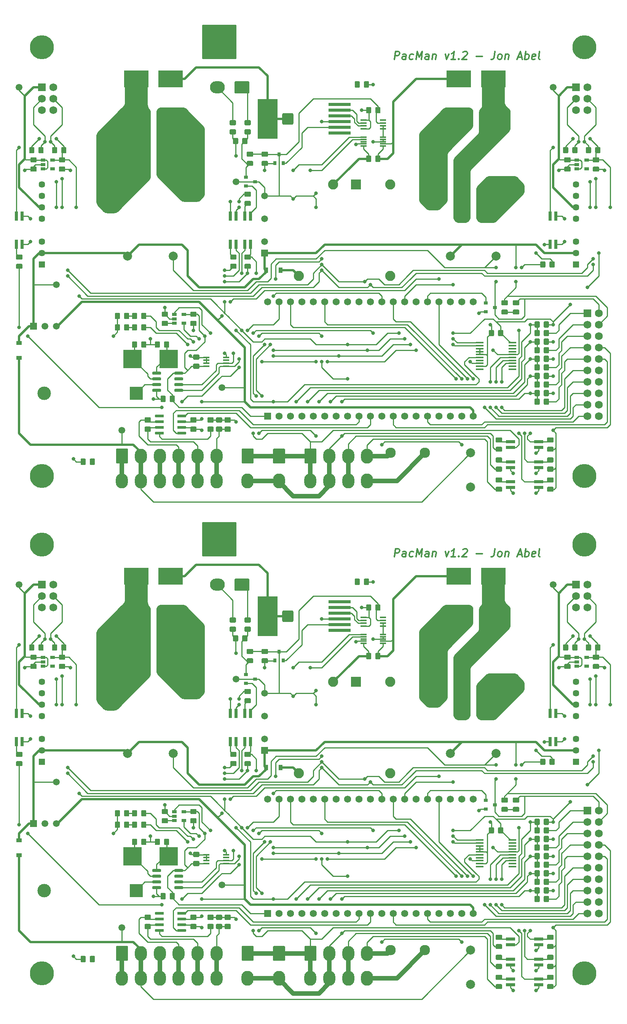
<source format=gbr>
*
%LPD*%
%LNPacMan-F_Cu*%
%FSLAX25Y25*%
%MOIN*%
%AD*%
%AD*%
%ADD10C,0.003937008*%
%ADD11C,0.078740157*%
%ADD12C,0.157480315*%
%ADD13C,0.059055118*%
%ADD14R,0.068X0.068*%
%ADD15C,0.068*%
%ADD16C,0.057086614*%
%ADD17R,0.057086614X0.057086614*%
%ADD18C,0.059370079*%
%ADD19R,0.059370079X0.059370079*%
%ADD20C,0.088582677*%
%ADD21R,0.088582677X0.088582677*%
%ADD22O,0.255905512X0.1*%
%ADD23R,0.061417323X0.061417323*%
%ADD24C,0.061417323*%
%ADD25O,0.106299213X0.12992126*%
%ADD28C,0.21*%
%ADD29O,0.12992126X0.106299213*%
%ADD30C,0.090551181*%
%ADD31R,0.118110236X0.118110236*%
%ADD32C,0.118110236*%
%ADD33R,0.035433071X0.031496063*%
%ADD34C,0.031496063*%
%ADD35C,0.039370079*%
%ADD36C,0.019685039*%
%ADD37C,0.00984252*%
%ADD38C,0.01*%
%ADD43C,0.011811024*%
%ADD44R,0.02519685X0.078740157*%
%ADD45R,0.196850394X0.02992126*%
%ADD46R,0.177165354X0.346456693*%
%ADD47R,0.041732283X0.025590551*%
%ADD48R,0.057086614X0.017716535*%
%ADD49R,0.035433071X0.047244094*%
%ADD50R,0.216535433X0.15*%
%ADD51R,0.031496063X0.035433071*%
%ADD52R,0.05511811X0.011811024*%
%ADD53R,0.161417323X0.161417323*%
%ADD54R,0.047244094X0.035433071*%
%ADD55R,0.078740157X0.02519685*%
%ADD56R,0.068897638X0.017716535*%
G54D43*
%SRX1Y1I0.0J0.0*%
G1X335979Y391883D2*
G1X336840Y398773D1*
G1X339465Y398773D1*
G1X340080Y398445D1*
G1X340367Y398117D1*
G1X340613Y397461D1*
G1X340490Y396476D1*
G1X340080Y395820D1*
G1X339711Y395492D1*
G1X339014Y395164D1*
G1X336389Y395164D1*
G1X345821Y391883D2*
G1X346273Y395492D1*
G1X346026Y396148D1*
G1X345411Y396476D1*
G1X344099Y396476D1*
G1X343402Y396148D1*
G1X345862Y392211D2*
G1X345165Y391883D1*
G1X343525Y391883D1*
G1X342910Y392211D1*
G1X342664Y392867D1*
G1X342746Y393524D1*
G1X343156Y394180D1*
G1X343853Y394508D1*
G1X345493Y394508D1*
G1X346191Y394836D1*
G1X352096Y392211D2*
G1X351399Y391883D1*
G1X350087Y391883D1*
G1X349471Y392211D1*
G1X349184Y392539D1*
G1X348938Y393196D1*
G1X349184Y395164D1*
G1X349594Y395820D1*
G1X349964Y396148D1*
G1X350661Y396476D1*
G1X351973Y396476D1*
G1X352588Y396148D1*
G1X355008Y391883D2*
G1X355869Y398773D1*
G1X357550Y393852D1*
G1X360462Y398773D1*
G1X359601Y391883D1*
G1X365835Y391883D2*
G1X366286Y395492D1*
G1X366040Y396148D1*
G1X365424Y396476D1*
G1X364112Y396476D1*
G1X363415Y396148D1*
G1X365876Y392211D2*
G1X365178Y391883D1*
G1X363538Y391883D1*
G1X362923Y392211D1*
G1X362677Y392867D1*
G1X362759Y393524D1*
G1X363169Y394180D1*
G1X363866Y394508D1*
G1X365506Y394508D1*
G1X366204Y394836D1*
G1X369690Y396476D2*
G1X369115Y391883D1*
G1X369608Y395820D2*
G1X369977Y396148D1*
G1X370674Y396476D1*
G1X371658Y396476D1*
G1X372273Y396148D1*
G1X372519Y395492D1*
G1X372068Y391883D1*
G1X380516Y396476D2*
G1X381583Y391883D1*
G1X383797Y396476D1*
G1X389457Y391883D2*
G1X385520Y391883D1*
G1X387488Y391883D2*
G1X388349Y398773D1*
G1X387570Y397789D1*
G1X386832Y397133D1*
G1X386135Y396804D1*
G1X392491Y392539D2*
G1X392778Y392211D1*
G1X392409Y391883D1*
G1X392122Y392211D1*
G1X392491Y392539D1*
G1X392409Y391883D1*
G1X396141Y398117D2*
G1X396510Y398445D1*
G1X397208Y398773D1*
G1X398848Y398773D1*
G1X399463Y398445D1*
G1X399750Y398117D1*
G1X399996Y397461D1*
G1X399914Y396804D1*
G1X399463Y395820D1*
G1X395034Y391883D1*
G1X399299Y391883D1*
G1X407829Y394508D2*
G1X413079Y394508D1*
G1X424110Y398773D2*
G1X423495Y393852D1*
G1X423044Y392867D1*
G1X422306Y392211D1*
G1X421281Y391883D1*
G1X420625Y391883D1*
G1X427514Y391883D2*
G1X426899Y392211D1*
G1X426612Y392539D1*
G1X426366Y393196D1*
G1X426612Y395164D1*
G1X427022Y395820D1*
G1X427391Y396148D1*
G1X428089Y396476D1*
G1X429073Y396476D1*
G1X429688Y396148D1*
G1X429975Y395820D1*
G1X430221Y395164D1*
G1X429975Y393196D1*
G1X429565Y392539D1*
G1X429196Y392211D1*
G1X428499Y391883D1*
G1X427514Y391883D1*
G1X433338Y396476D2*
G1X432764Y391883D1*
G1X433256Y395820D2*
G1X433625Y396148D1*
G1X434322Y396476D1*
G1X435306Y396476D1*
G1X435921Y396148D1*
G1X436168Y395492D1*
G1X435716Y391883D1*
G1X444165Y393852D2*
G1X447445Y393852D1*
G1X443262Y391883D2*
G1X446420Y398773D1*
G1X447856Y391883D1*
G1X450152Y391883D2*
G1X451013Y398773D1*
G1X450685Y396148D2*
G1X451382Y396476D1*
G1X452695Y396476D1*
G1X453310Y396148D1*
G1X453597Y395820D1*
G1X453843Y395164D1*
G1X453597Y393196D1*
G1X453187Y392539D1*
G1X452818Y392211D1*
G1X452121Y391883D1*
G1X450808Y391883D1*
G1X450193Y392211D1*
G1X459051Y392211D2*
G1X458354Y391883D1*
G1X457042Y391883D1*
G1X456427Y392211D1*
G1X456181Y392867D1*
G1X456509Y395492D1*
G1X456919Y396148D1*
G1X457616Y396476D1*
G1X458928Y396476D1*
G1X459544Y396148D1*
G1X459790Y395492D1*
G1X459708Y394836D1*
G1X456345Y394180D1*
G1X463276Y391883D2*
G1X462660Y392211D1*
G1X462414Y392867D1*
G1X463152Y398773D1*
G54D10*
G36*
G1X463701Y210728D2*
G1X463706Y210632D1*
G1X463720Y210536D1*
G1X463743Y210443D1*
G1X463776Y210352D1*
G1X463817Y210264D1*
G1X463867Y210182D1*
G1X463924Y210104D1*
G1X463989Y210032D1*
G1X464061Y209968D1*
G1X464138Y209910D1*
G1X464221Y209860D1*
G1X464308Y209819D1*
G1X464399Y209786D1*
G1X464493Y209763D1*
G1X464589Y209749D1*
G1X464685Y209744D1*
G1X467244Y209744D1*
G1X467341Y209749D1*
G1X467436Y209763D1*
G1X467530Y209786D1*
G1X467621Y209819D1*
G1X467708Y209860D1*
G1X467791Y209910D1*
G1X467869Y209968D1*
G1X467940Y210032D1*
G1X468005Y210104D1*
G1X468062Y210182D1*
G1X468112Y210264D1*
G1X468153Y210352D1*
G1X468186Y210443D1*
G1X468209Y210536D1*
G1X468224Y210632D1*
G1X468228Y210728D1*
G1X468228Y214272D1*
G1X468224Y214368D1*
G1X468209Y214464D1*
G1X468186Y214557D1*
G1X468153Y214648D1*
G1X468112Y214736D1*
G1X468062Y214818D1*
G1X468005Y214896D1*
G1X467940Y214968D1*
G1X467869Y215032D1*
G1X467791Y215090D1*
G1X467708Y215140D1*
G1X467621Y215181D1*
G1X467530Y215214D1*
G1X467436Y215237D1*
G1X467341Y215251D1*
G1X467244Y215256D1*
G1X464685Y215256D1*
G1X464589Y215251D1*
G1X464493Y215237D1*
G1X464399Y215214D1*
G1X464308Y215181D1*
G1X464221Y215140D1*
G1X464138Y215090D1*
G1X464061Y215032D1*
G1X463989Y214968D1*
G1X463924Y214896D1*
G1X463867Y214818D1*
G1X463817Y214736D1*
G1X463776Y214648D1*
G1X463743Y214557D1*
G1X463720Y214464D1*
G1X463706Y214368D1*
G1X463701Y214272D1*
G1X463701Y210728D1*
G37*
G36*
G1X471772Y210728D2*
G1X471776Y210632D1*
G1X471791Y210536D1*
G1X471814Y210443D1*
G1X471847Y210352D1*
G1X471888Y210264D1*
G1X471938Y210182D1*
G1X471995Y210104D1*
G1X472060Y210032D1*
G1X472131Y209968D1*
G1X472209Y209910D1*
G1X472292Y209860D1*
G1X472379Y209819D1*
G1X472470Y209786D1*
G1X472564Y209763D1*
G1X472659Y209749D1*
G1X472756Y209744D1*
G1X475315Y209744D1*
G1X475411Y209749D1*
G1X475507Y209763D1*
G1X475601Y209786D1*
G1X475692Y209819D1*
G1X475779Y209860D1*
G1X475862Y209910D1*
G1X475939Y209968D1*
G1X476011Y210032D1*
G1X476076Y210104D1*
G1X476133Y210182D1*
G1X476183Y210264D1*
G1X476224Y210352D1*
G1X476257Y210443D1*
G1X476280Y210536D1*
G1X476294Y210632D1*
G1X476299Y210728D1*
G1X476299Y214272D1*
G1X476294Y214368D1*
G1X476280Y214464D1*
G1X476257Y214557D1*
G1X476224Y214648D1*
G1X476183Y214736D1*
G1X476133Y214818D1*
G1X476076Y214896D1*
G1X476011Y214968D1*
G1X475939Y215032D1*
G1X475862Y215090D1*
G1X475779Y215140D1*
G1X475692Y215181D1*
G1X475601Y215214D1*
G1X475507Y215237D1*
G1X475411Y215251D1*
G1X475315Y215256D1*
G1X472756Y215256D1*
G1X472659Y215251D1*
G1X472564Y215237D1*
G1X472470Y215214D1*
G1X472379Y215181D1*
G1X472292Y215140D1*
G1X472209Y215090D1*
G1X472131Y215032D1*
G1X472060Y214968D1*
G1X471995Y214896D1*
G1X471938Y214818D1*
G1X471888Y214736D1*
G1X471847Y214648D1*
G1X471814Y214557D1*
G1X471791Y214464D1*
G1X471776Y214368D1*
G1X471772Y214272D1*
G1X471772Y210728D1*
G37*
G36*
G1X4744Y217756D2*
G1X4749Y217659D1*
G1X4763Y217564D1*
G1X4786Y217470D1*
G1X4819Y217379D1*
G1X4860Y217292D1*
G1X4910Y217209D1*
G1X4968Y217131D1*
G1X5032Y217060D1*
G1X5104Y216995D1*
G1X5182Y216938D1*
G1X5264Y216888D1*
G1X5352Y216847D1*
G1X5443Y216814D1*
G1X5536Y216791D1*
G1X5632Y216776D1*
G1X5728Y216772D1*
G1X9272Y216772D1*
G1X9368Y216776D1*
G1X9464Y216791D1*
G1X9557Y216814D1*
G1X9648Y216847D1*
G1X9736Y216888D1*
G1X9818Y216938D1*
G1X9896Y216995D1*
G1X9968Y217060D1*
G1X10032Y217131D1*
G1X10090Y217209D1*
G1X10140Y217292D1*
G1X10181Y217379D1*
G1X10214Y217470D1*
G1X10237Y217564D1*
G1X10251Y217659D1*
G1X10256Y217756D1*
G1X10256Y220315D1*
G1X10251Y220411D1*
G1X10237Y220507D1*
G1X10214Y220601D1*
G1X10181Y220692D1*
G1X10140Y220779D1*
G1X10090Y220862D1*
G1X10032Y220939D1*
G1X9968Y221011D1*
G1X9896Y221076D1*
G1X9818Y221133D1*
G1X9736Y221183D1*
G1X9648Y221224D1*
G1X9557Y221257D1*
G1X9464Y221280D1*
G1X9368Y221294D1*
G1X9272Y221299D1*
G1X5728Y221299D1*
G1X5632Y221294D1*
G1X5536Y221280D1*
G1X5443Y221257D1*
G1X5352Y221224D1*
G1X5264Y221183D1*
G1X5182Y221133D1*
G1X5104Y221076D1*
G1X5032Y221011D1*
G1X4968Y220939D1*
G1X4910Y220862D1*
G1X4860Y220779D1*
G1X4819Y220692D1*
G1X4786Y220601D1*
G1X4763Y220507D1*
G1X4749Y220411D1*
G1X4744Y220315D1*
G1X4744Y217756D1*
G37*
G36*
G1X4744Y209685D2*
G1X4749Y209589D1*
G1X4763Y209493D1*
G1X4786Y209399D1*
G1X4819Y209308D1*
G1X4860Y209221D1*
G1X4910Y209138D1*
G1X4968Y209061D1*
G1X5032Y208989D1*
G1X5104Y208924D1*
G1X5182Y208867D1*
G1X5264Y208817D1*
G1X5352Y208776D1*
G1X5443Y208743D1*
G1X5536Y208720D1*
G1X5632Y208706D1*
G1X5728Y208701D1*
G1X9272Y208701D1*
G1X9368Y208706D1*
G1X9464Y208720D1*
G1X9557Y208743D1*
G1X9648Y208776D1*
G1X9736Y208817D1*
G1X9818Y208867D1*
G1X9896Y208924D1*
G1X9968Y208989D1*
G1X10032Y209061D1*
G1X10090Y209138D1*
G1X10140Y209221D1*
G1X10181Y209308D1*
G1X10214Y209399D1*
G1X10237Y209493D1*
G1X10251Y209589D1*
G1X10256Y209685D1*
G1X10256Y212244D1*
G1X10251Y212341D1*
G1X10237Y212436D1*
G1X10214Y212530D1*
G1X10181Y212621D1*
G1X10140Y212708D1*
G1X10090Y212791D1*
G1X10032Y212869D1*
G1X9968Y212940D1*
G1X9896Y213005D1*
G1X9818Y213062D1*
G1X9736Y213112D1*
G1X9648Y213153D1*
G1X9557Y213186D1*
G1X9464Y213209D1*
G1X9368Y213224D1*
G1X9272Y213228D1*
G1X5728Y213228D1*
G1X5632Y213224D1*
G1X5536Y213209D1*
G1X5443Y213186D1*
G1X5352Y213153D1*
G1X5264Y213112D1*
G1X5182Y213062D1*
G1X5104Y213005D1*
G1X5032Y212940D1*
G1X4968Y212869D1*
G1X4910Y212791D1*
G1X4860Y212708D1*
G1X4819Y212621D1*
G1X4786Y212530D1*
G1X4763Y212436D1*
G1X4749Y212341D1*
G1X4744Y212244D1*
G1X4744Y209685D1*
G37*
G54D44*
G1X472500Y230098D3*
G1X477500Y230098D3*
G1X477500Y254902D3*
G1X472500Y254902D3*
G1X5000Y230098D3*
G1X10000Y230098D3*
G1X10000Y254902D3*
G1X5000Y254902D3*
G54D45*
G1X288102Y327500D3*
G1X288102Y352500D3*
G1X288102Y347500D3*
G1X288102Y342500D3*
G1X288102Y337500D3*
G54D46*
G1X224913Y340000D3*
G54D45*
G1X288102Y332500D3*
G54D11*
G1X425000Y220000D3*
G1X385000Y220000D3*
G54D12*
G1X370000Y270000D3*
G1X440000Y280000D3*
G54D11*
G1X142500Y220000D3*
G1X102500Y220000D3*
G54D12*
G1X87500Y270000D3*
G1X157500Y280000D3*
G54D10*
G36*
G1X17244Y294685D2*
G1X17249Y294589D1*
G1X17263Y294493D1*
G1X17286Y294399D1*
G1X17319Y294308D1*
G1X17360Y294221D1*
G1X17410Y294138D1*
G1X17468Y294061D1*
G1X17532Y293989D1*
G1X17604Y293924D1*
G1X17682Y293867D1*
G1X17764Y293817D1*
G1X17852Y293776D1*
G1X17943Y293743D1*
G1X18036Y293720D1*
G1X18132Y293706D1*
G1X18228Y293701D1*
G1X21772Y293701D1*
G1X21868Y293706D1*
G1X21964Y293720D1*
G1X22057Y293743D1*
G1X22148Y293776D1*
G1X22236Y293817D1*
G1X22318Y293867D1*
G1X22396Y293924D1*
G1X22468Y293989D1*
G1X22532Y294061D1*
G1X22590Y294138D1*
G1X22640Y294221D1*
G1X22681Y294308D1*
G1X22714Y294399D1*
G1X22737Y294493D1*
G1X22751Y294589D1*
G1X22756Y294685D1*
G1X22756Y297244D1*
G1X22751Y297341D1*
G1X22737Y297436D1*
G1X22714Y297530D1*
G1X22681Y297621D1*
G1X22640Y297708D1*
G1X22590Y297791D1*
G1X22532Y297869D1*
G1X22468Y297940D1*
G1X22396Y298005D1*
G1X22318Y298062D1*
G1X22236Y298112D1*
G1X22148Y298153D1*
G1X22057Y298186D1*
G1X21964Y298209D1*
G1X21868Y298224D1*
G1X21772Y298228D1*
G1X18228Y298228D1*
G1X18132Y298224D1*
G1X18036Y298209D1*
G1X17943Y298186D1*
G1X17852Y298153D1*
G1X17764Y298112D1*
G1X17682Y298062D1*
G1X17604Y298005D1*
G1X17532Y297940D1*
G1X17468Y297869D1*
G1X17410Y297791D1*
G1X17360Y297708D1*
G1X17319Y297621D1*
G1X17286Y297530D1*
G1X17263Y297436D1*
G1X17249Y297341D1*
G1X17244Y297244D1*
G1X17244Y294685D1*
G37*
G36*
G1X17244Y302756D2*
G1X17249Y302659D1*
G1X17263Y302564D1*
G1X17286Y302470D1*
G1X17319Y302379D1*
G1X17360Y302292D1*
G1X17410Y302209D1*
G1X17468Y302131D1*
G1X17532Y302060D1*
G1X17604Y301995D1*
G1X17682Y301938D1*
G1X17764Y301888D1*
G1X17852Y301847D1*
G1X17943Y301814D1*
G1X18036Y301791D1*
G1X18132Y301776D1*
G1X18228Y301772D1*
G1X21772Y301772D1*
G1X21868Y301776D1*
G1X21964Y301791D1*
G1X22057Y301814D1*
G1X22148Y301847D1*
G1X22236Y301888D1*
G1X22318Y301938D1*
G1X22396Y301995D1*
G1X22468Y302060D1*
G1X22532Y302131D1*
G1X22590Y302209D1*
G1X22640Y302292D1*
G1X22681Y302379D1*
G1X22714Y302470D1*
G1X22737Y302564D1*
G1X22751Y302659D1*
G1X22756Y302756D1*
G1X22756Y305315D1*
G1X22751Y305411D1*
G1X22737Y305507D1*
G1X22714Y305601D1*
G1X22681Y305692D1*
G1X22640Y305779D1*
G1X22590Y305862D1*
G1X22532Y305939D1*
G1X22468Y306011D1*
G1X22396Y306076D1*
G1X22318Y306133D1*
G1X22236Y306183D1*
G1X22148Y306224D1*
G1X22057Y306257D1*
G1X21964Y306280D1*
G1X21868Y306294D1*
G1X21772Y306299D1*
G1X18228Y306299D1*
G1X18132Y306294D1*
G1X18036Y306280D1*
G1X17943Y306257D1*
G1X17852Y306224D1*
G1X17764Y306183D1*
G1X17682Y306133D1*
G1X17604Y306076D1*
G1X17532Y306011D1*
G1X17468Y305939D1*
G1X17410Y305862D1*
G1X17360Y305779D1*
G1X17319Y305692D1*
G1X17286Y305601D1*
G1X17263Y305507D1*
G1X17249Y305411D1*
G1X17244Y305315D1*
G1X17244Y302756D1*
G37*
G54D14*
G1X495000Y367500D3*
G54D15*
G1X505000Y367500D3*
G1X495000Y357500D3*
G1X505000Y357500D3*
G1X495000Y347500D3*
G1X505000Y347500D3*
G54D47*
G1X504331Y303740D3*
G1X504331Y296260D3*
G1X495669Y296260D3*
G1X495669Y300000D3*
G1X495669Y303740D3*
G54D10*
G36*
G1X509744Y294685D2*
G1X509749Y294589D1*
G1X509763Y294493D1*
G1X509786Y294399D1*
G1X509819Y294308D1*
G1X509860Y294221D1*
G1X509910Y294138D1*
G1X509968Y294061D1*
G1X510032Y293989D1*
G1X510104Y293924D1*
G1X510182Y293867D1*
G1X510264Y293817D1*
G1X510352Y293776D1*
G1X510443Y293743D1*
G1X510536Y293720D1*
G1X510632Y293706D1*
G1X510728Y293701D1*
G1X514272Y293701D1*
G1X514368Y293706D1*
G1X514464Y293720D1*
G1X514557Y293743D1*
G1X514648Y293776D1*
G1X514736Y293817D1*
G1X514818Y293867D1*
G1X514896Y293924D1*
G1X514968Y293989D1*
G1X515032Y294061D1*
G1X515090Y294138D1*
G1X515140Y294221D1*
G1X515181Y294308D1*
G1X515214Y294399D1*
G1X515237Y294493D1*
G1X515251Y294589D1*
G1X515256Y294685D1*
G1X515256Y297244D1*
G1X515251Y297341D1*
G1X515237Y297436D1*
G1X515214Y297530D1*
G1X515181Y297621D1*
G1X515140Y297708D1*
G1X515090Y297791D1*
G1X515032Y297869D1*
G1X514968Y297940D1*
G1X514896Y298005D1*
G1X514818Y298062D1*
G1X514736Y298112D1*
G1X514648Y298153D1*
G1X514557Y298186D1*
G1X514464Y298209D1*
G1X514368Y298224D1*
G1X514272Y298228D1*
G1X510728Y298228D1*
G1X510632Y298224D1*
G1X510536Y298209D1*
G1X510443Y298186D1*
G1X510352Y298153D1*
G1X510264Y298112D1*
G1X510182Y298062D1*
G1X510104Y298005D1*
G1X510032Y297940D1*
G1X509968Y297869D1*
G1X509910Y297791D1*
G1X509860Y297708D1*
G1X509819Y297621D1*
G1X509786Y297530D1*
G1X509763Y297436D1*
G1X509749Y297341D1*
G1X509744Y297244D1*
G1X509744Y294685D1*
G37*
G36*
G1X509744Y302756D2*
G1X509749Y302659D1*
G1X509763Y302564D1*
G1X509786Y302470D1*
G1X509819Y302379D1*
G1X509860Y302292D1*
G1X509910Y302209D1*
G1X509968Y302131D1*
G1X510032Y302060D1*
G1X510104Y301995D1*
G1X510182Y301938D1*
G1X510264Y301888D1*
G1X510352Y301847D1*
G1X510443Y301814D1*
G1X510536Y301791D1*
G1X510632Y301776D1*
G1X510728Y301772D1*
G1X514272Y301772D1*
G1X514368Y301776D1*
G1X514464Y301791D1*
G1X514557Y301814D1*
G1X514648Y301847D1*
G1X514736Y301888D1*
G1X514818Y301938D1*
G1X514896Y301995D1*
G1X514968Y302060D1*
G1X515032Y302131D1*
G1X515090Y302209D1*
G1X515140Y302292D1*
G1X515181Y302379D1*
G1X515214Y302470D1*
G1X515237Y302564D1*
G1X515251Y302659D1*
G1X515256Y302756D1*
G1X515256Y305315D1*
G1X515251Y305411D1*
G1X515237Y305507D1*
G1X515214Y305601D1*
G1X515181Y305692D1*
G1X515140Y305779D1*
G1X515090Y305862D1*
G1X515032Y305939D1*
G1X514968Y306011D1*
G1X514896Y306076D1*
G1X514818Y306133D1*
G1X514736Y306183D1*
G1X514648Y306224D1*
G1X514557Y306257D1*
G1X514464Y306280D1*
G1X514368Y306294D1*
G1X514272Y306299D1*
G1X510728Y306299D1*
G1X510632Y306294D1*
G1X510536Y306280D1*
G1X510443Y306257D1*
G1X510352Y306224D1*
G1X510264Y306183D1*
G1X510182Y306133D1*
G1X510104Y306076D1*
G1X510032Y306011D1*
G1X509968Y305939D1*
G1X509910Y305862D1*
G1X509860Y305779D1*
G1X509819Y305692D1*
G1X509786Y305601D1*
G1X509763Y305507D1*
G1X509749Y305411D1*
G1X509744Y305315D1*
G1X509744Y302756D1*
G37*
G54D48*
G1X308839Y338839D3*
G1X308839Y336280D3*
G1X308839Y333720D3*
G1X308839Y331161D3*
G1X326161Y331161D3*
G1X326161Y333720D3*
G1X326161Y336280D3*
G1X326161Y338839D3*
G54D10*
G36*
G1X484744Y294685D2*
G1X484749Y294589D1*
G1X484763Y294493D1*
G1X484786Y294399D1*
G1X484819Y294308D1*
G1X484860Y294221D1*
G1X484910Y294138D1*
G1X484968Y294061D1*
G1X485032Y293989D1*
G1X485104Y293924D1*
G1X485182Y293867D1*
G1X485264Y293817D1*
G1X485352Y293776D1*
G1X485443Y293743D1*
G1X485536Y293720D1*
G1X485632Y293706D1*
G1X485728Y293701D1*
G1X489272Y293701D1*
G1X489368Y293706D1*
G1X489464Y293720D1*
G1X489557Y293743D1*
G1X489648Y293776D1*
G1X489736Y293817D1*
G1X489818Y293867D1*
G1X489896Y293924D1*
G1X489968Y293989D1*
G1X490032Y294061D1*
G1X490090Y294138D1*
G1X490140Y294221D1*
G1X490181Y294308D1*
G1X490214Y294399D1*
G1X490237Y294493D1*
G1X490251Y294589D1*
G1X490256Y294685D1*
G1X490256Y297244D1*
G1X490251Y297341D1*
G1X490237Y297436D1*
G1X490214Y297530D1*
G1X490181Y297621D1*
G1X490140Y297708D1*
G1X490090Y297791D1*
G1X490032Y297869D1*
G1X489968Y297940D1*
G1X489896Y298005D1*
G1X489818Y298062D1*
G1X489736Y298112D1*
G1X489648Y298153D1*
G1X489557Y298186D1*
G1X489464Y298209D1*
G1X489368Y298224D1*
G1X489272Y298228D1*
G1X485728Y298228D1*
G1X485632Y298224D1*
G1X485536Y298209D1*
G1X485443Y298186D1*
G1X485352Y298153D1*
G1X485264Y298112D1*
G1X485182Y298062D1*
G1X485104Y298005D1*
G1X485032Y297940D1*
G1X484968Y297869D1*
G1X484910Y297791D1*
G1X484860Y297708D1*
G1X484819Y297621D1*
G1X484786Y297530D1*
G1X484763Y297436D1*
G1X484749Y297341D1*
G1X484744Y297244D1*
G1X484744Y294685D1*
G37*
G36*
G1X484744Y302756D2*
G1X484749Y302659D1*
G1X484763Y302564D1*
G1X484786Y302470D1*
G1X484819Y302379D1*
G1X484860Y302292D1*
G1X484910Y302209D1*
G1X484968Y302131D1*
G1X485032Y302060D1*
G1X485104Y301995D1*
G1X485182Y301938D1*
G1X485264Y301888D1*
G1X485352Y301847D1*
G1X485443Y301814D1*
G1X485536Y301791D1*
G1X485632Y301776D1*
G1X485728Y301772D1*
G1X489272Y301772D1*
G1X489368Y301776D1*
G1X489464Y301791D1*
G1X489557Y301814D1*
G1X489648Y301847D1*
G1X489736Y301888D1*
G1X489818Y301938D1*
G1X489896Y301995D1*
G1X489968Y302060D1*
G1X490032Y302131D1*
G1X490090Y302209D1*
G1X490140Y302292D1*
G1X490181Y302379D1*
G1X490214Y302470D1*
G1X490237Y302564D1*
G1X490251Y302659D1*
G1X490256Y302756D1*
G1X490256Y305315D1*
G1X490251Y305411D1*
G1X490237Y305507D1*
G1X490214Y305601D1*
G1X490181Y305692D1*
G1X490140Y305779D1*
G1X490090Y305862D1*
G1X490032Y305939D1*
G1X489968Y306011D1*
G1X489896Y306076D1*
G1X489818Y306133D1*
G1X489736Y306183D1*
G1X489648Y306224D1*
G1X489557Y306257D1*
G1X489464Y306280D1*
G1X489368Y306294D1*
G1X489272Y306299D1*
G1X485728Y306299D1*
G1X485632Y306294D1*
G1X485536Y306280D1*
G1X485443Y306257D1*
G1X485352Y306224D1*
G1X485264Y306183D1*
G1X485182Y306133D1*
G1X485104Y306076D1*
G1X485032Y306011D1*
G1X484968Y305939D1*
G1X484910Y305862D1*
G1X484860Y305779D1*
G1X484819Y305692D1*
G1X484786Y305601D1*
G1X484763Y305507D1*
G1X484749Y305411D1*
G1X484744Y305315D1*
G1X484744Y302756D1*
G37*
G36*
G1X319272Y345728D2*
G1X319276Y345632D1*
G1X319291Y345536D1*
G1X319314Y345443D1*
G1X319347Y345352D1*
G1X319388Y345264D1*
G1X319438Y345182D1*
G1X319495Y345104D1*
G1X319560Y345032D1*
G1X319631Y344968D1*
G1X319709Y344910D1*
G1X319792Y344860D1*
G1X319879Y344819D1*
G1X319970Y344786D1*
G1X320064Y344763D1*
G1X320159Y344749D1*
G1X320256Y344744D1*
G1X322815Y344744D1*
G1X322911Y344749D1*
G1X323007Y344763D1*
G1X323101Y344786D1*
G1X323192Y344819D1*
G1X323279Y344860D1*
G1X323362Y344910D1*
G1X323439Y344968D1*
G1X323511Y345032D1*
G1X323576Y345104D1*
G1X323633Y345182D1*
G1X323683Y345264D1*
G1X323724Y345352D1*
G1X323757Y345443D1*
G1X323780Y345536D1*
G1X323794Y345632D1*
G1X323799Y345728D1*
G1X323799Y349272D1*
G1X323794Y349368D1*
G1X323780Y349464D1*
G1X323757Y349557D1*
G1X323724Y349648D1*
G1X323683Y349736D1*
G1X323633Y349818D1*
G1X323576Y349896D1*
G1X323511Y349968D1*
G1X323439Y350032D1*
G1X323362Y350090D1*
G1X323279Y350140D1*
G1X323192Y350181D1*
G1X323101Y350214D1*
G1X323007Y350237D1*
G1X322911Y350251D1*
G1X322815Y350256D1*
G1X320256Y350256D1*
G1X320159Y350251D1*
G1X320064Y350237D1*
G1X319970Y350214D1*
G1X319879Y350181D1*
G1X319792Y350140D1*
G1X319709Y350090D1*
G1X319631Y350032D1*
G1X319560Y349968D1*
G1X319495Y349896D1*
G1X319438Y349818D1*
G1X319388Y349736D1*
G1X319347Y349648D1*
G1X319314Y349557D1*
G1X319291Y349464D1*
G1X319276Y349368D1*
G1X319272Y349272D1*
G1X319272Y345728D1*
G37*
G36*
G1X311201Y345728D2*
G1X311206Y345632D1*
G1X311220Y345536D1*
G1X311243Y345443D1*
G1X311276Y345352D1*
G1X311317Y345264D1*
G1X311367Y345182D1*
G1X311424Y345104D1*
G1X311489Y345032D1*
G1X311561Y344968D1*
G1X311638Y344910D1*
G1X311721Y344860D1*
G1X311808Y344819D1*
G1X311899Y344786D1*
G1X311993Y344763D1*
G1X312089Y344749D1*
G1X312185Y344744D1*
G1X314744Y344744D1*
G1X314841Y344749D1*
G1X314936Y344763D1*
G1X315030Y344786D1*
G1X315121Y344819D1*
G1X315208Y344860D1*
G1X315291Y344910D1*
G1X315369Y344968D1*
G1X315440Y345032D1*
G1X315505Y345104D1*
G1X315562Y345182D1*
G1X315612Y345264D1*
G1X315653Y345352D1*
G1X315686Y345443D1*
G1X315709Y345536D1*
G1X315724Y345632D1*
G1X315728Y345728D1*
G1X315728Y349272D1*
G1X315724Y349368D1*
G1X315709Y349464D1*
G1X315686Y349557D1*
G1X315653Y349648D1*
G1X315612Y349736D1*
G1X315562Y349818D1*
G1X315505Y349896D1*
G1X315440Y349968D1*
G1X315369Y350032D1*
G1X315291Y350090D1*
G1X315208Y350140D1*
G1X315121Y350181D1*
G1X315030Y350214D1*
G1X314936Y350237D1*
G1X314841Y350251D1*
G1X314744Y350256D1*
G1X312185Y350256D1*
G1X312089Y350251D1*
G1X311993Y350237D1*
G1X311899Y350214D1*
G1X311808Y350181D1*
G1X311721Y350140D1*
G1X311638Y350090D1*
G1X311561Y350032D1*
G1X311489Y349968D1*
G1X311424Y349896D1*
G1X311367Y349818D1*
G1X311317Y349736D1*
G1X311276Y349648D1*
G1X311243Y349557D1*
G1X311220Y349464D1*
G1X311206Y349368D1*
G1X311201Y349272D1*
G1X311201Y345728D1*
G37*
G54D49*
G1X223504Y207500D3*
G1X236496Y207500D3*
G54D16*
G1X27500Y282500D3*
G1X27500Y272500D3*
G1X27500Y262500D3*
G1X27500Y252500D3*
G1X27500Y232500D3*
G1X27500Y222500D3*
G54D17*
G1X27500Y212500D3*
G1X495000Y212500D3*
G54D16*
G1X495000Y222500D3*
G1X495000Y232500D3*
G1X495000Y252500D3*
G1X495000Y262500D3*
G1X495000Y272500D3*
G1X495000Y282500D3*
G54D50*
G1X140020Y375000D3*
G1X109980Y375000D3*
G1X422520Y375000D3*
G1X392480Y375000D3*
G54D14*
G1X27500Y367500D3*
G54D15*
G1X37500Y367500D3*
G1X27500Y357500D3*
G1X37500Y357500D3*
G1X27500Y347500D3*
G1X37500Y347500D3*
G54D10*
G36*
G1X491772Y310728D2*
G1X491776Y310632D1*
G1X491791Y310536D1*
G1X491814Y310443D1*
G1X491847Y310352D1*
G1X491888Y310264D1*
G1X491938Y310182D1*
G1X491995Y310104D1*
G1X492060Y310032D1*
G1X492131Y309968D1*
G1X492209Y309910D1*
G1X492292Y309860D1*
G1X492379Y309819D1*
G1X492470Y309786D1*
G1X492564Y309763D1*
G1X492659Y309749D1*
G1X492756Y309744D1*
G1X495315Y309744D1*
G1X495411Y309749D1*
G1X495507Y309763D1*
G1X495601Y309786D1*
G1X495692Y309819D1*
G1X495779Y309860D1*
G1X495862Y309910D1*
G1X495939Y309968D1*
G1X496011Y310032D1*
G1X496076Y310104D1*
G1X496133Y310182D1*
G1X496183Y310264D1*
G1X496224Y310352D1*
G1X496257Y310443D1*
G1X496280Y310536D1*
G1X496294Y310632D1*
G1X496299Y310728D1*
G1X496299Y314272D1*
G1X496294Y314368D1*
G1X496280Y314464D1*
G1X496257Y314557D1*
G1X496224Y314648D1*
G1X496183Y314736D1*
G1X496133Y314818D1*
G1X496076Y314896D1*
G1X496011Y314968D1*
G1X495939Y315032D1*
G1X495862Y315090D1*
G1X495779Y315140D1*
G1X495692Y315181D1*
G1X495601Y315214D1*
G1X495507Y315237D1*
G1X495411Y315251D1*
G1X495315Y315256D1*
G1X492756Y315256D1*
G1X492659Y315251D1*
G1X492564Y315237D1*
G1X492470Y315214D1*
G1X492379Y315181D1*
G1X492292Y315140D1*
G1X492209Y315090D1*
G1X492131Y315032D1*
G1X492060Y314968D1*
G1X491995Y314896D1*
G1X491938Y314818D1*
G1X491888Y314736D1*
G1X491847Y314648D1*
G1X491814Y314557D1*
G1X491791Y314464D1*
G1X491776Y314368D1*
G1X491772Y314272D1*
G1X491772Y310728D1*
G37*
G36*
G1X483701Y310728D2*
G1X483706Y310632D1*
G1X483720Y310536D1*
G1X483743Y310443D1*
G1X483776Y310352D1*
G1X483817Y310264D1*
G1X483867Y310182D1*
G1X483924Y310104D1*
G1X483989Y310032D1*
G1X484061Y309968D1*
G1X484138Y309910D1*
G1X484221Y309860D1*
G1X484308Y309819D1*
G1X484399Y309786D1*
G1X484493Y309763D1*
G1X484589Y309749D1*
G1X484685Y309744D1*
G1X487244Y309744D1*
G1X487341Y309749D1*
G1X487436Y309763D1*
G1X487530Y309786D1*
G1X487621Y309819D1*
G1X487708Y309860D1*
G1X487791Y309910D1*
G1X487869Y309968D1*
G1X487940Y310032D1*
G1X488005Y310104D1*
G1X488062Y310182D1*
G1X488112Y310264D1*
G1X488153Y310352D1*
G1X488186Y310443D1*
G1X488209Y310536D1*
G1X488224Y310632D1*
G1X488228Y310728D1*
G1X488228Y314272D1*
G1X488224Y314368D1*
G1X488209Y314464D1*
G1X488186Y314557D1*
G1X488153Y314648D1*
G1X488112Y314736D1*
G1X488062Y314818D1*
G1X488005Y314896D1*
G1X487940Y314968D1*
G1X487869Y315032D1*
G1X487791Y315090D1*
G1X487708Y315140D1*
G1X487621Y315181D1*
G1X487530Y315214D1*
G1X487436Y315237D1*
G1X487341Y315251D1*
G1X487244Y315256D1*
G1X484685Y315256D1*
G1X484589Y315251D1*
G1X484493Y315237D1*
G1X484399Y315214D1*
G1X484308Y315181D1*
G1X484221Y315140D1*
G1X484138Y315090D1*
G1X484061Y315032D1*
G1X483989Y314968D1*
G1X483924Y314896D1*
G1X483867Y314818D1*
G1X483817Y314736D1*
G1X483776Y314648D1*
G1X483743Y314557D1*
G1X483720Y314464D1*
G1X483706Y314368D1*
G1X483701Y314272D1*
G1X483701Y310728D1*
G37*
G36*
G1X511772Y310728D2*
G1X511776Y310632D1*
G1X511791Y310536D1*
G1X511814Y310443D1*
G1X511847Y310352D1*
G1X511888Y310264D1*
G1X511938Y310182D1*
G1X511995Y310104D1*
G1X512060Y310032D1*
G1X512131Y309968D1*
G1X512209Y309910D1*
G1X512292Y309860D1*
G1X512379Y309819D1*
G1X512470Y309786D1*
G1X512564Y309763D1*
G1X512659Y309749D1*
G1X512756Y309744D1*
G1X515315Y309744D1*
G1X515411Y309749D1*
G1X515507Y309763D1*
G1X515601Y309786D1*
G1X515692Y309819D1*
G1X515779Y309860D1*
G1X515862Y309910D1*
G1X515939Y309968D1*
G1X516011Y310032D1*
G1X516076Y310104D1*
G1X516133Y310182D1*
G1X516183Y310264D1*
G1X516224Y310352D1*
G1X516257Y310443D1*
G1X516280Y310536D1*
G1X516294Y310632D1*
G1X516299Y310728D1*
G1X516299Y314272D1*
G1X516294Y314368D1*
G1X516280Y314464D1*
G1X516257Y314557D1*
G1X516224Y314648D1*
G1X516183Y314736D1*
G1X516133Y314818D1*
G1X516076Y314896D1*
G1X516011Y314968D1*
G1X515939Y315032D1*
G1X515862Y315090D1*
G1X515779Y315140D1*
G1X515692Y315181D1*
G1X515601Y315214D1*
G1X515507Y315237D1*
G1X515411Y315251D1*
G1X515315Y315256D1*
G1X512756Y315256D1*
G1X512659Y315251D1*
G1X512564Y315237D1*
G1X512470Y315214D1*
G1X512379Y315181D1*
G1X512292Y315140D1*
G1X512209Y315090D1*
G1X512131Y315032D1*
G1X512060Y314968D1*
G1X511995Y314896D1*
G1X511938Y314818D1*
G1X511888Y314736D1*
G1X511847Y314648D1*
G1X511814Y314557D1*
G1X511791Y314464D1*
G1X511776Y314368D1*
G1X511772Y314272D1*
G1X511772Y310728D1*
G37*
G36*
G1X503701Y310728D2*
G1X503706Y310632D1*
G1X503720Y310536D1*
G1X503743Y310443D1*
G1X503776Y310352D1*
G1X503817Y310264D1*
G1X503867Y310182D1*
G1X503924Y310104D1*
G1X503989Y310032D1*
G1X504061Y309968D1*
G1X504138Y309910D1*
G1X504221Y309860D1*
G1X504308Y309819D1*
G1X504399Y309786D1*
G1X504493Y309763D1*
G1X504589Y309749D1*
G1X504685Y309744D1*
G1X507244Y309744D1*
G1X507341Y309749D1*
G1X507436Y309763D1*
G1X507530Y309786D1*
G1X507621Y309819D1*
G1X507708Y309860D1*
G1X507791Y309910D1*
G1X507869Y309968D1*
G1X507940Y310032D1*
G1X508005Y310104D1*
G1X508062Y310182D1*
G1X508112Y310264D1*
G1X508153Y310352D1*
G1X508186Y310443D1*
G1X508209Y310536D1*
G1X508224Y310632D1*
G1X508228Y310728D1*
G1X508228Y314272D1*
G1X508224Y314368D1*
G1X508209Y314464D1*
G1X508186Y314557D1*
G1X508153Y314648D1*
G1X508112Y314736D1*
G1X508062Y314818D1*
G1X508005Y314896D1*
G1X507940Y314968D1*
G1X507869Y315032D1*
G1X507791Y315090D1*
G1X507708Y315140D1*
G1X507621Y315181D1*
G1X507530Y315214D1*
G1X507436Y315237D1*
G1X507341Y315251D1*
G1X507244Y315256D1*
G1X504685Y315256D1*
G1X504589Y315251D1*
G1X504493Y315237D1*
G1X504399Y315214D1*
G1X504308Y315181D1*
G1X504221Y315140D1*
G1X504138Y315090D1*
G1X504061Y315032D1*
G1X503989Y314968D1*
G1X503924Y314896D1*
G1X503867Y314818D1*
G1X503817Y314736D1*
G1X503776Y314648D1*
G1X503743Y314557D1*
G1X503720Y314464D1*
G1X503706Y314368D1*
G1X503701Y314272D1*
G1X503701Y310728D1*
G37*
G36*
G1X219744Y299685D2*
G1X219749Y299589D1*
G1X219763Y299493D1*
G1X219786Y299399D1*
G1X219819Y299308D1*
G1X219860Y299221D1*
G1X219910Y299138D1*
G1X219968Y299061D1*
G1X220032Y298989D1*
G1X220104Y298924D1*
G1X220182Y298867D1*
G1X220264Y298817D1*
G1X220352Y298776D1*
G1X220443Y298743D1*
G1X220536Y298720D1*
G1X220632Y298706D1*
G1X220728Y298701D1*
G1X224272Y298701D1*
G1X224368Y298706D1*
G1X224464Y298720D1*
G1X224557Y298743D1*
G1X224648Y298776D1*
G1X224736Y298817D1*
G1X224818Y298867D1*
G1X224896Y298924D1*
G1X224968Y298989D1*
G1X225032Y299061D1*
G1X225090Y299138D1*
G1X225140Y299221D1*
G1X225181Y299308D1*
G1X225214Y299399D1*
G1X225237Y299493D1*
G1X225251Y299589D1*
G1X225256Y299685D1*
G1X225256Y302244D1*
G1X225251Y302341D1*
G1X225237Y302436D1*
G1X225214Y302530D1*
G1X225181Y302621D1*
G1X225140Y302708D1*
G1X225090Y302791D1*
G1X225032Y302869D1*
G1X224968Y302940D1*
G1X224896Y303005D1*
G1X224818Y303062D1*
G1X224736Y303112D1*
G1X224648Y303153D1*
G1X224557Y303186D1*
G1X224464Y303209D1*
G1X224368Y303224D1*
G1X224272Y303228D1*
G1X220728Y303228D1*
G1X220632Y303224D1*
G1X220536Y303209D1*
G1X220443Y303186D1*
G1X220352Y303153D1*
G1X220264Y303112D1*
G1X220182Y303062D1*
G1X220104Y303005D1*
G1X220032Y302940D1*
G1X219968Y302869D1*
G1X219910Y302791D1*
G1X219860Y302708D1*
G1X219819Y302621D1*
G1X219786Y302530D1*
G1X219763Y302436D1*
G1X219749Y302341D1*
G1X219744Y302244D1*
G1X219744Y299685D1*
G37*
G36*
G1X219744Y307756D2*
G1X219749Y307659D1*
G1X219763Y307564D1*
G1X219786Y307470D1*
G1X219819Y307379D1*
G1X219860Y307292D1*
G1X219910Y307209D1*
G1X219968Y307131D1*
G1X220032Y307060D1*
G1X220104Y306995D1*
G1X220182Y306938D1*
G1X220264Y306888D1*
G1X220352Y306847D1*
G1X220443Y306814D1*
G1X220536Y306791D1*
G1X220632Y306776D1*
G1X220728Y306772D1*
G1X224272Y306772D1*
G1X224368Y306776D1*
G1X224464Y306791D1*
G1X224557Y306814D1*
G1X224648Y306847D1*
G1X224736Y306888D1*
G1X224818Y306938D1*
G1X224896Y306995D1*
G1X224968Y307060D1*
G1X225032Y307131D1*
G1X225090Y307209D1*
G1X225140Y307292D1*
G1X225181Y307379D1*
G1X225214Y307470D1*
G1X225237Y307564D1*
G1X225251Y307659D1*
G1X225256Y307756D1*
G1X225256Y310315D1*
G1X225251Y310411D1*
G1X225237Y310507D1*
G1X225214Y310601D1*
G1X225181Y310692D1*
G1X225140Y310779D1*
G1X225090Y310862D1*
G1X225032Y310939D1*
G1X224968Y311011D1*
G1X224896Y311076D1*
G1X224818Y311133D1*
G1X224736Y311183D1*
G1X224648Y311224D1*
G1X224557Y311257D1*
G1X224464Y311280D1*
G1X224368Y311294D1*
G1X224272Y311299D1*
G1X220728Y311299D1*
G1X220632Y311294D1*
G1X220536Y311280D1*
G1X220443Y311257D1*
G1X220352Y311224D1*
G1X220264Y311183D1*
G1X220182Y311133D1*
G1X220104Y311076D1*
G1X220032Y311011D1*
G1X219968Y310939D1*
G1X219910Y310862D1*
G1X219860Y310779D1*
G1X219819Y310692D1*
G1X219786Y310601D1*
G1X219763Y310507D1*
G1X219749Y310411D1*
G1X219744Y310315D1*
G1X219744Y307756D1*
G37*
G36*
G1X319272Y303228D2*
G1X319276Y303132D1*
G1X319291Y303036D1*
G1X319314Y302943D1*
G1X319347Y302852D1*
G1X319388Y302764D1*
G1X319438Y302682D1*
G1X319495Y302604D1*
G1X319560Y302532D1*
G1X319631Y302468D1*
G1X319709Y302410D1*
G1X319792Y302360D1*
G1X319879Y302319D1*
G1X319970Y302286D1*
G1X320064Y302263D1*
G1X320159Y302249D1*
G1X320256Y302244D1*
G1X322815Y302244D1*
G1X322911Y302249D1*
G1X323007Y302263D1*
G1X323101Y302286D1*
G1X323192Y302319D1*
G1X323279Y302360D1*
G1X323362Y302410D1*
G1X323439Y302468D1*
G1X323511Y302532D1*
G1X323576Y302604D1*
G1X323633Y302682D1*
G1X323683Y302764D1*
G1X323724Y302852D1*
G1X323757Y302943D1*
G1X323780Y303036D1*
G1X323794Y303132D1*
G1X323799Y303228D1*
G1X323799Y306772D1*
G1X323794Y306868D1*
G1X323780Y306964D1*
G1X323757Y307057D1*
G1X323724Y307148D1*
G1X323683Y307236D1*
G1X323633Y307318D1*
G1X323576Y307396D1*
G1X323511Y307468D1*
G1X323439Y307532D1*
G1X323362Y307590D1*
G1X323279Y307640D1*
G1X323192Y307681D1*
G1X323101Y307714D1*
G1X323007Y307737D1*
G1X322911Y307751D1*
G1X322815Y307756D1*
G1X320256Y307756D1*
G1X320159Y307751D1*
G1X320064Y307737D1*
G1X319970Y307714D1*
G1X319879Y307681D1*
G1X319792Y307640D1*
G1X319709Y307590D1*
G1X319631Y307532D1*
G1X319560Y307468D1*
G1X319495Y307396D1*
G1X319438Y307318D1*
G1X319388Y307236D1*
G1X319347Y307148D1*
G1X319314Y307057D1*
G1X319291Y306964D1*
G1X319276Y306868D1*
G1X319272Y306772D1*
G1X319272Y303228D1*
G37*
G36*
G1X311201Y303228D2*
G1X311206Y303132D1*
G1X311220Y303036D1*
G1X311243Y302943D1*
G1X311276Y302852D1*
G1X311317Y302764D1*
G1X311367Y302682D1*
G1X311424Y302604D1*
G1X311489Y302532D1*
G1X311561Y302468D1*
G1X311638Y302410D1*
G1X311721Y302360D1*
G1X311808Y302319D1*
G1X311899Y302286D1*
G1X311993Y302263D1*
G1X312089Y302249D1*
G1X312185Y302244D1*
G1X314744Y302244D1*
G1X314841Y302249D1*
G1X314936Y302263D1*
G1X315030Y302286D1*
G1X315121Y302319D1*
G1X315208Y302360D1*
G1X315291Y302410D1*
G1X315369Y302468D1*
G1X315440Y302532D1*
G1X315505Y302604D1*
G1X315562Y302682D1*
G1X315612Y302764D1*
G1X315653Y302852D1*
G1X315686Y302943D1*
G1X315709Y303036D1*
G1X315724Y303132D1*
G1X315728Y303228D1*
G1X315728Y306772D1*
G1X315724Y306868D1*
G1X315709Y306964D1*
G1X315686Y307057D1*
G1X315653Y307148D1*
G1X315612Y307236D1*
G1X315562Y307318D1*
G1X315505Y307396D1*
G1X315440Y307468D1*
G1X315369Y307532D1*
G1X315291Y307590D1*
G1X315208Y307640D1*
G1X315121Y307681D1*
G1X315030Y307714D1*
G1X314936Y307737D1*
G1X314841Y307751D1*
G1X314744Y307756D1*
G1X312185Y307756D1*
G1X312089Y307751D1*
G1X311993Y307737D1*
G1X311899Y307714D1*
G1X311808Y307681D1*
G1X311721Y307640D1*
G1X311638Y307590D1*
G1X311561Y307532D1*
G1X311489Y307468D1*
G1X311424Y307396D1*
G1X311367Y307318D1*
G1X311317Y307236D1*
G1X311276Y307148D1*
G1X311243Y307057D1*
G1X311220Y306964D1*
G1X311206Y306868D1*
G1X311201Y306772D1*
G1X311201Y303228D1*
G37*
G36*
G1X44272Y310728D2*
G1X44276Y310632D1*
G1X44291Y310536D1*
G1X44314Y310443D1*
G1X44347Y310352D1*
G1X44388Y310264D1*
G1X44438Y310182D1*
G1X44495Y310104D1*
G1X44560Y310032D1*
G1X44631Y309968D1*
G1X44709Y309910D1*
G1X44792Y309860D1*
G1X44879Y309819D1*
G1X44970Y309786D1*
G1X45064Y309763D1*
G1X45159Y309749D1*
G1X45256Y309744D1*
G1X47815Y309744D1*
G1X47911Y309749D1*
G1X48007Y309763D1*
G1X48101Y309786D1*
G1X48192Y309819D1*
G1X48279Y309860D1*
G1X48362Y309910D1*
G1X48439Y309968D1*
G1X48511Y310032D1*
G1X48576Y310104D1*
G1X48633Y310182D1*
G1X48683Y310264D1*
G1X48724Y310352D1*
G1X48757Y310443D1*
G1X48780Y310536D1*
G1X48794Y310632D1*
G1X48799Y310728D1*
G1X48799Y314272D1*
G1X48794Y314368D1*
G1X48780Y314464D1*
G1X48757Y314557D1*
G1X48724Y314648D1*
G1X48683Y314736D1*
G1X48633Y314818D1*
G1X48576Y314896D1*
G1X48511Y314968D1*
G1X48439Y315032D1*
G1X48362Y315090D1*
G1X48279Y315140D1*
G1X48192Y315181D1*
G1X48101Y315214D1*
G1X48007Y315237D1*
G1X47911Y315251D1*
G1X47815Y315256D1*
G1X45256Y315256D1*
G1X45159Y315251D1*
G1X45064Y315237D1*
G1X44970Y315214D1*
G1X44879Y315181D1*
G1X44792Y315140D1*
G1X44709Y315090D1*
G1X44631Y315032D1*
G1X44560Y314968D1*
G1X44495Y314896D1*
G1X44438Y314818D1*
G1X44388Y314736D1*
G1X44347Y314648D1*
G1X44314Y314557D1*
G1X44291Y314464D1*
G1X44276Y314368D1*
G1X44272Y314272D1*
G1X44272Y310728D1*
G37*
G36*
G1X36201Y310728D2*
G1X36206Y310632D1*
G1X36220Y310536D1*
G1X36243Y310443D1*
G1X36276Y310352D1*
G1X36317Y310264D1*
G1X36367Y310182D1*
G1X36424Y310104D1*
G1X36489Y310032D1*
G1X36561Y309968D1*
G1X36638Y309910D1*
G1X36721Y309860D1*
G1X36808Y309819D1*
G1X36899Y309786D1*
G1X36993Y309763D1*
G1X37089Y309749D1*
G1X37185Y309744D1*
G1X39744Y309744D1*
G1X39841Y309749D1*
G1X39936Y309763D1*
G1X40030Y309786D1*
G1X40121Y309819D1*
G1X40208Y309860D1*
G1X40291Y309910D1*
G1X40369Y309968D1*
G1X40440Y310032D1*
G1X40505Y310104D1*
G1X40562Y310182D1*
G1X40612Y310264D1*
G1X40653Y310352D1*
G1X40686Y310443D1*
G1X40709Y310536D1*
G1X40724Y310632D1*
G1X40728Y310728D1*
G1X40728Y314272D1*
G1X40724Y314368D1*
G1X40709Y314464D1*
G1X40686Y314557D1*
G1X40653Y314648D1*
G1X40612Y314736D1*
G1X40562Y314818D1*
G1X40505Y314896D1*
G1X40440Y314968D1*
G1X40369Y315032D1*
G1X40291Y315090D1*
G1X40208Y315140D1*
G1X40121Y315181D1*
G1X40030Y315214D1*
G1X39936Y315237D1*
G1X39841Y315251D1*
G1X39744Y315256D1*
G1X37185Y315256D1*
G1X37089Y315251D1*
G1X36993Y315237D1*
G1X36899Y315214D1*
G1X36808Y315181D1*
G1X36721Y315140D1*
G1X36638Y315090D1*
G1X36561Y315032D1*
G1X36489Y314968D1*
G1X36424Y314896D1*
G1X36367Y314818D1*
G1X36317Y314736D1*
G1X36276Y314648D1*
G1X36243Y314557D1*
G1X36220Y314464D1*
G1X36206Y314368D1*
G1X36201Y314272D1*
G1X36201Y310728D1*
G37*
G54D47*
G1X36831Y303740D3*
G1X36831Y296260D3*
G1X28169Y296260D3*
G1X28169Y300000D3*
G1X28169Y303740D3*
G54D10*
G36*
G1X42244Y294685D2*
G1X42249Y294589D1*
G1X42263Y294493D1*
G1X42286Y294399D1*
G1X42319Y294308D1*
G1X42360Y294221D1*
G1X42410Y294138D1*
G1X42468Y294061D1*
G1X42532Y293989D1*
G1X42604Y293924D1*
G1X42682Y293867D1*
G1X42764Y293817D1*
G1X42852Y293776D1*
G1X42943Y293743D1*
G1X43036Y293720D1*
G1X43132Y293706D1*
G1X43228Y293701D1*
G1X46772Y293701D1*
G1X46868Y293706D1*
G1X46964Y293720D1*
G1X47057Y293743D1*
G1X47148Y293776D1*
G1X47236Y293817D1*
G1X47318Y293867D1*
G1X47396Y293924D1*
G1X47468Y293989D1*
G1X47532Y294061D1*
G1X47590Y294138D1*
G1X47640Y294221D1*
G1X47681Y294308D1*
G1X47714Y294399D1*
G1X47737Y294493D1*
G1X47751Y294589D1*
G1X47756Y294685D1*
G1X47756Y297244D1*
G1X47751Y297341D1*
G1X47737Y297436D1*
G1X47714Y297530D1*
G1X47681Y297621D1*
G1X47640Y297708D1*
G1X47590Y297791D1*
G1X47532Y297869D1*
G1X47468Y297940D1*
G1X47396Y298005D1*
G1X47318Y298062D1*
G1X47236Y298112D1*
G1X47148Y298153D1*
G1X47057Y298186D1*
G1X46964Y298209D1*
G1X46868Y298224D1*
G1X46772Y298228D1*
G1X43228Y298228D1*
G1X43132Y298224D1*
G1X43036Y298209D1*
G1X42943Y298186D1*
G1X42852Y298153D1*
G1X42764Y298112D1*
G1X42682Y298062D1*
G1X42604Y298005D1*
G1X42532Y297940D1*
G1X42468Y297869D1*
G1X42410Y297791D1*
G1X42360Y297708D1*
G1X42319Y297621D1*
G1X42286Y297530D1*
G1X42263Y297436D1*
G1X42249Y297341D1*
G1X42244Y297244D1*
G1X42244Y294685D1*
G37*
G36*
G1X42244Y302756D2*
G1X42249Y302659D1*
G1X42263Y302564D1*
G1X42286Y302470D1*
G1X42319Y302379D1*
G1X42360Y302292D1*
G1X42410Y302209D1*
G1X42468Y302131D1*
G1X42532Y302060D1*
G1X42604Y301995D1*
G1X42682Y301938D1*
G1X42764Y301888D1*
G1X42852Y301847D1*
G1X42943Y301814D1*
G1X43036Y301791D1*
G1X43132Y301776D1*
G1X43228Y301772D1*
G1X46772Y301772D1*
G1X46868Y301776D1*
G1X46964Y301791D1*
G1X47057Y301814D1*
G1X47148Y301847D1*
G1X47236Y301888D1*
G1X47318Y301938D1*
G1X47396Y301995D1*
G1X47468Y302060D1*
G1X47532Y302131D1*
G1X47590Y302209D1*
G1X47640Y302292D1*
G1X47681Y302379D1*
G1X47714Y302470D1*
G1X47737Y302564D1*
G1X47751Y302659D1*
G1X47756Y302756D1*
G1X47756Y305315D1*
G1X47751Y305411D1*
G1X47737Y305507D1*
G1X47714Y305601D1*
G1X47681Y305692D1*
G1X47640Y305779D1*
G1X47590Y305862D1*
G1X47532Y305939D1*
G1X47468Y306011D1*
G1X47396Y306076D1*
G1X47318Y306133D1*
G1X47236Y306183D1*
G1X47148Y306224D1*
G1X47057Y306257D1*
G1X46964Y306280D1*
G1X46868Y306294D1*
G1X46772Y306299D1*
G1X43228Y306299D1*
G1X43132Y306294D1*
G1X43036Y306280D1*
G1X42943Y306257D1*
G1X42852Y306224D1*
G1X42764Y306183D1*
G1X42682Y306133D1*
G1X42604Y306076D1*
G1X42532Y306011D1*
G1X42468Y305939D1*
G1X42410Y305862D1*
G1X42360Y305779D1*
G1X42319Y305692D1*
G1X42286Y305601D1*
G1X42263Y305507D1*
G1X42249Y305411D1*
G1X42244Y305315D1*
G1X42244Y302756D1*
G37*
G36*
G1X16201Y310728D2*
G1X16206Y310632D1*
G1X16220Y310536D1*
G1X16243Y310443D1*
G1X16276Y310352D1*
G1X16317Y310264D1*
G1X16367Y310182D1*
G1X16424Y310104D1*
G1X16489Y310032D1*
G1X16561Y309968D1*
G1X16638Y309910D1*
G1X16721Y309860D1*
G1X16808Y309819D1*
G1X16899Y309786D1*
G1X16993Y309763D1*
G1X17089Y309749D1*
G1X17185Y309744D1*
G1X19744Y309744D1*
G1X19841Y309749D1*
G1X19936Y309763D1*
G1X20030Y309786D1*
G1X20121Y309819D1*
G1X20208Y309860D1*
G1X20291Y309910D1*
G1X20369Y309968D1*
G1X20440Y310032D1*
G1X20505Y310104D1*
G1X20562Y310182D1*
G1X20612Y310264D1*
G1X20653Y310352D1*
G1X20686Y310443D1*
G1X20709Y310536D1*
G1X20724Y310632D1*
G1X20728Y310728D1*
G1X20728Y314272D1*
G1X20724Y314368D1*
G1X20709Y314464D1*
G1X20686Y314557D1*
G1X20653Y314648D1*
G1X20612Y314736D1*
G1X20562Y314818D1*
G1X20505Y314896D1*
G1X20440Y314968D1*
G1X20369Y315032D1*
G1X20291Y315090D1*
G1X20208Y315140D1*
G1X20121Y315181D1*
G1X20030Y315214D1*
G1X19936Y315237D1*
G1X19841Y315251D1*
G1X19744Y315256D1*
G1X17185Y315256D1*
G1X17089Y315251D1*
G1X16993Y315237D1*
G1X16899Y315214D1*
G1X16808Y315181D1*
G1X16721Y315140D1*
G1X16638Y315090D1*
G1X16561Y315032D1*
G1X16489Y314968D1*
G1X16424Y314896D1*
G1X16367Y314818D1*
G1X16317Y314736D1*
G1X16276Y314648D1*
G1X16243Y314557D1*
G1X16220Y314464D1*
G1X16206Y314368D1*
G1X16201Y314272D1*
G1X16201Y310728D1*
G37*
G36*
G1X24272Y310728D2*
G1X24276Y310632D1*
G1X24291Y310536D1*
G1X24314Y310443D1*
G1X24347Y310352D1*
G1X24388Y310264D1*
G1X24438Y310182D1*
G1X24495Y310104D1*
G1X24560Y310032D1*
G1X24631Y309968D1*
G1X24709Y309910D1*
G1X24792Y309860D1*
G1X24879Y309819D1*
G1X24970Y309786D1*
G1X25064Y309763D1*
G1X25159Y309749D1*
G1X25256Y309744D1*
G1X27815Y309744D1*
G1X27911Y309749D1*
G1X28007Y309763D1*
G1X28101Y309786D1*
G1X28192Y309819D1*
G1X28279Y309860D1*
G1X28362Y309910D1*
G1X28439Y309968D1*
G1X28511Y310032D1*
G1X28576Y310104D1*
G1X28633Y310182D1*
G1X28683Y310264D1*
G1X28724Y310352D1*
G1X28757Y310443D1*
G1X28780Y310536D1*
G1X28794Y310632D1*
G1X28799Y310728D1*
G1X28799Y314272D1*
G1X28794Y314368D1*
G1X28780Y314464D1*
G1X28757Y314557D1*
G1X28724Y314648D1*
G1X28683Y314736D1*
G1X28633Y314818D1*
G1X28576Y314896D1*
G1X28511Y314968D1*
G1X28439Y315032D1*
G1X28362Y315090D1*
G1X28279Y315140D1*
G1X28192Y315181D1*
G1X28101Y315214D1*
G1X28007Y315237D1*
G1X27911Y315251D1*
G1X27815Y315256D1*
G1X25256Y315256D1*
G1X25159Y315251D1*
G1X25064Y315237D1*
G1X24970Y315214D1*
G1X24879Y315181D1*
G1X24792Y315140D1*
G1X24709Y315090D1*
G1X24631Y315032D1*
G1X24560Y314968D1*
G1X24495Y314896D1*
G1X24438Y314818D1*
G1X24388Y314736D1*
G1X24347Y314648D1*
G1X24314Y314557D1*
G1X24291Y314464D1*
G1X24276Y314368D1*
G1X24272Y314272D1*
G1X24272Y310728D1*
G37*
G54D13*
G1X7500Y367500D3*
G54D51*
G1X235000Y308937D3*
G1X238740Y301063D3*
G1X231260Y301063D3*
G54D13*
G1X475000Y367500D3*
G54D52*
G1X326161Y316063D3*
G1X326161Y318031D3*
G1X326161Y320000D3*
G1X326161Y321969D3*
G1X326161Y323937D3*
G1X308839Y323937D3*
G1X308839Y321969D3*
G1X308839Y320000D3*
G1X308839Y318031D3*
G1X308839Y316063D3*
G54D18*
G1X222500Y272500D3*
G1X222500Y252500D3*
G1X222500Y232500D3*
G54D19*
G1X222500Y222500D3*
G54D20*
G1X332500Y282500D3*
G1X332500Y202500D3*
G1X252500Y202500D3*
G1X282500Y282500D3*
G54D21*
G1X302500Y282500D3*
G54D22*
G1X423051Y345000D3*
G1X391949Y345000D3*
G1X140551Y345000D3*
G1X109449Y345000D3*
G54D23*
G1X225000Y80000D3*
G54D24*
G1X235000Y80000D3*
G1X405000Y80000D3*
G1X245000Y80000D3*
G1X255000Y80000D3*
G1X265000Y80000D3*
G1X275000Y80000D3*
G1X285000Y80000D3*
G1X295000Y80000D3*
G1X305000Y80000D3*
G1X315000Y80000D3*
G1X325000Y80000D3*
G1X335000Y80000D3*
G1X345000Y80000D3*
G1X355000Y80000D3*
G1X365000Y80000D3*
G1X375000Y80000D3*
G1X385000Y80000D3*
G1X395000Y80000D3*
G1X225000Y180000D3*
G1X235000Y180000D3*
G1X245000Y180000D3*
G1X255000Y180000D3*
G1X265000Y180000D3*
G1X275000Y180000D3*
G1X285000Y180000D3*
G1X295000Y180000D3*
G1X305000Y180000D3*
G1X315000Y180000D3*
G1X325000Y180000D3*
G1X335000Y180000D3*
G1X345000Y180000D3*
G1X355000Y180000D3*
G1X365000Y180000D3*
G1X375000Y180000D3*
G1X385000Y180000D3*
G1X395000Y180000D3*
G1X405000Y180000D3*
G54D10*
G36*
G1X301201Y368228D2*
G1X301206Y368132D1*
G1X301220Y368036D1*
G1X301243Y367943D1*
G1X301276Y367852D1*
G1X301317Y367764D1*
G1X301367Y367682D1*
G1X301424Y367604D1*
G1X301489Y367532D1*
G1X301561Y367468D1*
G1X301638Y367410D1*
G1X301721Y367360D1*
G1X301808Y367319D1*
G1X301899Y367286D1*
G1X301993Y367263D1*
G1X302089Y367249D1*
G1X302185Y367244D1*
G1X304744Y367244D1*
G1X304841Y367249D1*
G1X304936Y367263D1*
G1X305030Y367286D1*
G1X305121Y367319D1*
G1X305208Y367360D1*
G1X305291Y367410D1*
G1X305369Y367468D1*
G1X305440Y367532D1*
G1X305505Y367604D1*
G1X305562Y367682D1*
G1X305612Y367764D1*
G1X305653Y367852D1*
G1X305686Y367943D1*
G1X305709Y368036D1*
G1X305724Y368132D1*
G1X305728Y368228D1*
G1X305728Y371772D1*
G1X305724Y371868D1*
G1X305709Y371964D1*
G1X305686Y372057D1*
G1X305653Y372148D1*
G1X305612Y372236D1*
G1X305562Y372318D1*
G1X305505Y372396D1*
G1X305440Y372468D1*
G1X305369Y372532D1*
G1X305291Y372590D1*
G1X305208Y372640D1*
G1X305121Y372681D1*
G1X305030Y372714D1*
G1X304936Y372737D1*
G1X304841Y372751D1*
G1X304744Y372756D1*
G1X302185Y372756D1*
G1X302089Y372751D1*
G1X301993Y372737D1*
G1X301899Y372714D1*
G1X301808Y372681D1*
G1X301721Y372640D1*
G1X301638Y372590D1*
G1X301561Y372532D1*
G1X301489Y372468D1*
G1X301424Y372396D1*
G1X301367Y372318D1*
G1X301317Y372236D1*
G1X301276Y372148D1*
G1X301243Y372057D1*
G1X301220Y371964D1*
G1X301206Y371868D1*
G1X301201Y371772D1*
G1X301201Y368228D1*
G37*
G36*
G1X309272Y368228D2*
G1X309276Y368132D1*
G1X309291Y368036D1*
G1X309314Y367943D1*
G1X309347Y367852D1*
G1X309388Y367764D1*
G1X309438Y367682D1*
G1X309495Y367604D1*
G1X309560Y367532D1*
G1X309631Y367468D1*
G1X309709Y367410D1*
G1X309792Y367360D1*
G1X309879Y367319D1*
G1X309970Y367286D1*
G1X310064Y367263D1*
G1X310159Y367249D1*
G1X310256Y367244D1*
G1X312815Y367244D1*
G1X312911Y367249D1*
G1X313007Y367263D1*
G1X313101Y367286D1*
G1X313192Y367319D1*
G1X313279Y367360D1*
G1X313362Y367410D1*
G1X313439Y367468D1*
G1X313511Y367532D1*
G1X313576Y367604D1*
G1X313633Y367682D1*
G1X313683Y367764D1*
G1X313724Y367852D1*
G1X313757Y367943D1*
G1X313780Y368036D1*
G1X313794Y368132D1*
G1X313799Y368228D1*
G1X313799Y371772D1*
G1X313794Y371868D1*
G1X313780Y371964D1*
G1X313757Y372057D1*
G1X313724Y372148D1*
G1X313683Y372236D1*
G1X313633Y372318D1*
G1X313576Y372396D1*
G1X313511Y372468D1*
G1X313439Y372532D1*
G1X313362Y372590D1*
G1X313279Y372640D1*
G1X313192Y372681D1*
G1X313101Y372714D1*
G1X313007Y372737D1*
G1X312911Y372751D1*
G1X312815Y372756D1*
G1X310256Y372756D1*
G1X310159Y372751D1*
G1X310064Y372737D1*
G1X309970Y372714D1*
G1X309879Y372681D1*
G1X309792Y372640D1*
G1X309709Y372590D1*
G1X309631Y372532D1*
G1X309560Y372468D1*
G1X309495Y372396D1*
G1X309438Y372318D1*
G1X309388Y372236D1*
G1X309347Y372148D1*
G1X309314Y372057D1*
G1X309291Y371964D1*
G1X309276Y371868D1*
G1X309272Y371772D1*
G1X309272Y368228D1*
G37*
G54D13*
G1X197500Y285000D3*
G54D53*
G1X138248Y130000D3*
G1X106752Y130000D3*
G54D13*
G1X97500Y67500D3*
G1X40000Y195000D3*
G1X185000Y105000D3*
G54D10*
G36*
G1X61201Y38228D2*
G1X61206Y38132D1*
G1X61220Y38036D1*
G1X61243Y37943D1*
G1X61276Y37852D1*
G1X61317Y37764D1*
G1X61367Y37682D1*
G1X61424Y37604D1*
G1X61489Y37532D1*
G1X61561Y37468D1*
G1X61638Y37410D1*
G1X61721Y37360D1*
G1X61808Y37319D1*
G1X61899Y37286D1*
G1X61993Y37263D1*
G1X62089Y37249D1*
G1X62185Y37244D1*
G1X64744Y37244D1*
G1X64841Y37249D1*
G1X64936Y37263D1*
G1X65030Y37286D1*
G1X65121Y37319D1*
G1X65208Y37360D1*
G1X65291Y37410D1*
G1X65369Y37468D1*
G1X65440Y37532D1*
G1X65505Y37604D1*
G1X65562Y37682D1*
G1X65612Y37764D1*
G1X65653Y37852D1*
G1X65686Y37943D1*
G1X65709Y38036D1*
G1X65724Y38132D1*
G1X65728Y38228D1*
G1X65728Y41772D1*
G1X65724Y41868D1*
G1X65709Y41964D1*
G1X65686Y42057D1*
G1X65653Y42148D1*
G1X65612Y42236D1*
G1X65562Y42318D1*
G1X65505Y42396D1*
G1X65440Y42468D1*
G1X65369Y42532D1*
G1X65291Y42590D1*
G1X65208Y42640D1*
G1X65121Y42681D1*
G1X65030Y42714D1*
G1X64936Y42737D1*
G1X64841Y42751D1*
G1X64744Y42756D1*
G1X62185Y42756D1*
G1X62089Y42751D1*
G1X61993Y42737D1*
G1X61899Y42714D1*
G1X61808Y42681D1*
G1X61721Y42640D1*
G1X61638Y42590D1*
G1X61561Y42532D1*
G1X61489Y42468D1*
G1X61424Y42396D1*
G1X61367Y42318D1*
G1X61317Y42236D1*
G1X61276Y42148D1*
G1X61243Y42057D1*
G1X61220Y41964D1*
G1X61206Y41868D1*
G1X61201Y41772D1*
G1X61201Y38228D1*
G37*
G36*
G1X69272Y38228D2*
G1X69276Y38132D1*
G1X69291Y38036D1*
G1X69314Y37943D1*
G1X69347Y37852D1*
G1X69388Y37764D1*
G1X69438Y37682D1*
G1X69495Y37604D1*
G1X69560Y37532D1*
G1X69631Y37468D1*
G1X69709Y37410D1*
G1X69792Y37360D1*
G1X69879Y37319D1*
G1X69970Y37286D1*
G1X70064Y37263D1*
G1X70159Y37249D1*
G1X70256Y37244D1*
G1X72815Y37244D1*
G1X72911Y37249D1*
G1X73007Y37263D1*
G1X73101Y37286D1*
G1X73192Y37319D1*
G1X73279Y37360D1*
G1X73362Y37410D1*
G1X73439Y37468D1*
G1X73511Y37532D1*
G1X73576Y37604D1*
G1X73633Y37682D1*
G1X73683Y37764D1*
G1X73724Y37852D1*
G1X73757Y37943D1*
G1X73780Y38036D1*
G1X73794Y38132D1*
G1X73799Y38228D1*
G1X73799Y41772D1*
G1X73794Y41868D1*
G1X73780Y41964D1*
G1X73757Y42057D1*
G1X73724Y42148D1*
G1X73683Y42236D1*
G1X73633Y42318D1*
G1X73576Y42396D1*
G1X73511Y42468D1*
G1X73439Y42532D1*
G1X73362Y42590D1*
G1X73279Y42640D1*
G1X73192Y42681D1*
G1X73101Y42714D1*
G1X73007Y42737D1*
G1X72911Y42751D1*
G1X72815Y42756D1*
G1X70256Y42756D1*
G1X70159Y42751D1*
G1X70064Y42737D1*
G1X69970Y42714D1*
G1X69879Y42681D1*
G1X69792Y42640D1*
G1X69709Y42590D1*
G1X69631Y42532D1*
G1X69560Y42468D1*
G1X69495Y42396D1*
G1X69438Y42318D1*
G1X69388Y42236D1*
G1X69347Y42148D1*
G1X69314Y42057D1*
G1X69291Y41964D1*
G1X69276Y41868D1*
G1X69272Y41772D1*
G1X69272Y38228D1*
G37*
G54D47*
G1X143169Y168740D3*
G1X143169Y165000D3*
G1X143169Y161260D3*
G1X151831Y161260D3*
G1X151831Y168740D3*
G54D10*
G36*
G1X92185Y39488D2*
G1X92190Y39392D1*
G1X92204Y39296D1*
G1X92227Y39202D1*
G1X92260Y39112D1*
G1X92301Y39024D1*
G1X92351Y38941D1*
G1X92408Y38864D1*
G1X92473Y38792D1*
G1X92545Y38727D1*
G1X92622Y38670D1*
G1X92705Y38620D1*
G1X92793Y38579D1*
G1X92884Y38546D1*
G1X92977Y38523D1*
G1X93073Y38509D1*
G1X93169Y38504D1*
G1X101831Y38504D1*
G1X101927Y38509D1*
G1X102023Y38523D1*
G1X102116Y38546D1*
G1X102207Y38579D1*
G1X102295Y38620D1*
G1X102378Y38670D1*
G1X102455Y38727D1*
G1X102527Y38792D1*
G1X102592Y38864D1*
G1X102649Y38941D1*
G1X102699Y39024D1*
G1X102740Y39112D1*
G1X102773Y39202D1*
G1X102796Y39296D1*
G1X102810Y39392D1*
G1X102815Y39488D1*
G1X102815Y50512D1*
G1X102810Y50608D1*
G1X102796Y50704D1*
G1X102773Y50798D1*
G1X102740Y50888D1*
G1X102699Y50976D1*
G1X102649Y51059D1*
G1X102592Y51136D1*
G1X102527Y51208D1*
G1X102455Y51273D1*
G1X102378Y51330D1*
G1X102295Y51380D1*
G1X102207Y51421D1*
G1X102116Y51454D1*
G1X102023Y51477D1*
G1X101927Y51491D1*
G1X101831Y51496D1*
G1X93169Y51496D1*
G1X93073Y51491D1*
G1X92977Y51477D1*
G1X92884Y51454D1*
G1X92793Y51421D1*
G1X92705Y51380D1*
G1X92622Y51330D1*
G1X92545Y51273D1*
G1X92473Y51208D1*
G1X92408Y51136D1*
G1X92351Y51059D1*
G1X92301Y50976D1*
G1X92260Y50888D1*
G1X92227Y50798D1*
G1X92204Y50704D1*
G1X92190Y50608D1*
G1X92185Y50512D1*
G1X92185Y39488D1*
G37*
G54D25*
G1X114035Y45000D3*
G1X130571Y45000D3*
G1X147106Y45000D3*
G1X163642Y45000D3*
G1X180177Y45000D3*
G1X97500Y23346D3*
G1X114035Y23346D3*
G1X130571Y23346D3*
G1X147106Y23346D3*
G1X163642Y23346D3*
G1X180177Y23346D3*
G54D10*
G36*
G1X257185Y39488D2*
G1X257190Y39392D1*
G1X257204Y39296D1*
G1X257227Y39202D1*
G1X257260Y39112D1*
G1X257301Y39024D1*
G1X257351Y38941D1*
G1X257408Y38864D1*
G1X257473Y38792D1*
G1X257545Y38727D1*
G1X257622Y38670D1*
G1X257705Y38620D1*
G1X257793Y38579D1*
G1X257884Y38546D1*
G1X257977Y38523D1*
G1X258073Y38509D1*
G1X258169Y38504D1*
G1X266831Y38504D1*
G1X266927Y38509D1*
G1X267023Y38523D1*
G1X267116Y38546D1*
G1X267207Y38579D1*
G1X267295Y38620D1*
G1X267378Y38670D1*
G1X267455Y38727D1*
G1X267527Y38792D1*
G1X267592Y38864D1*
G1X267649Y38941D1*
G1X267699Y39024D1*
G1X267740Y39112D1*
G1X267773Y39202D1*
G1X267796Y39296D1*
G1X267810Y39392D1*
G1X267815Y39488D1*
G1X267815Y50512D1*
G1X267810Y50608D1*
G1X267796Y50704D1*
G1X267773Y50798D1*
G1X267740Y50888D1*
G1X267699Y50976D1*
G1X267649Y51059D1*
G1X267592Y51136D1*
G1X267527Y51208D1*
G1X267455Y51273D1*
G1X267378Y51330D1*
G1X267295Y51380D1*
G1X267207Y51421D1*
G1X267116Y51454D1*
G1X267023Y51477D1*
G1X266927Y51491D1*
G1X266831Y51496D1*
G1X258169Y51496D1*
G1X258073Y51491D1*
G1X257977Y51477D1*
G1X257884Y51454D1*
G1X257793Y51421D1*
G1X257705Y51380D1*
G1X257622Y51330D1*
G1X257545Y51273D1*
G1X257473Y51208D1*
G1X257408Y51136D1*
G1X257351Y51059D1*
G1X257301Y50976D1*
G1X257260Y50888D1*
G1X257227Y50798D1*
G1X257204Y50704D1*
G1X257190Y50608D1*
G1X257185Y50512D1*
G1X257185Y39488D1*
G37*
G54D25*
G1X279035Y45000D3*
G1X295571Y45000D3*
G1X312106Y45000D3*
G1X262500Y23346D3*
G1X279035Y23346D3*
G1X295571Y23346D3*
G1X312106Y23346D3*
G54D33*
G1X206063Y288740D3*
G1X206063Y281260D3*
G1X213937Y285000D3*
G54D10*
G36*
G1X159744Y122185D2*
G1X159749Y122089D1*
G1X159763Y121993D1*
G1X159786Y121899D1*
G1X159819Y121808D1*
G1X159860Y121721D1*
G1X159910Y121638D1*
G1X159968Y121561D1*
G1X160032Y121489D1*
G1X160104Y121424D1*
G1X160182Y121367D1*
G1X160264Y121317D1*
G1X160352Y121276D1*
G1X160443Y121243D1*
G1X160536Y121220D1*
G1X160632Y121206D1*
G1X160728Y121201D1*
G1X164272Y121201D1*
G1X164368Y121206D1*
G1X164464Y121220D1*
G1X164557Y121243D1*
G1X164648Y121276D1*
G1X164736Y121317D1*
G1X164818Y121367D1*
G1X164896Y121424D1*
G1X164968Y121489D1*
G1X165032Y121561D1*
G1X165090Y121638D1*
G1X165140Y121721D1*
G1X165181Y121808D1*
G1X165214Y121899D1*
G1X165237Y121993D1*
G1X165251Y122089D1*
G1X165256Y122185D1*
G1X165256Y124744D1*
G1X165251Y124841D1*
G1X165237Y124936D1*
G1X165214Y125030D1*
G1X165181Y125121D1*
G1X165140Y125208D1*
G1X165090Y125291D1*
G1X165032Y125369D1*
G1X164968Y125440D1*
G1X164896Y125505D1*
G1X164818Y125562D1*
G1X164736Y125612D1*
G1X164648Y125653D1*
G1X164557Y125686D1*
G1X164464Y125709D1*
G1X164368Y125724D1*
G1X164272Y125728D1*
G1X160728Y125728D1*
G1X160632Y125724D1*
G1X160536Y125709D1*
G1X160443Y125686D1*
G1X160352Y125653D1*
G1X160264Y125612D1*
G1X160182Y125562D1*
G1X160104Y125505D1*
G1X160032Y125440D1*
G1X159968Y125369D1*
G1X159910Y125291D1*
G1X159860Y125208D1*
G1X159819Y125121D1*
G1X159786Y125030D1*
G1X159763Y124936D1*
G1X159749Y124841D1*
G1X159744Y124744D1*
G1X159744Y122185D1*
G37*
G36*
G1X159744Y130256D2*
G1X159749Y130159D1*
G1X159763Y130064D1*
G1X159786Y129970D1*
G1X159819Y129879D1*
G1X159860Y129792D1*
G1X159910Y129709D1*
G1X159968Y129631D1*
G1X160032Y129560D1*
G1X160104Y129495D1*
G1X160182Y129438D1*
G1X160264Y129388D1*
G1X160352Y129347D1*
G1X160443Y129314D1*
G1X160536Y129291D1*
G1X160632Y129276D1*
G1X160728Y129272D1*
G1X164272Y129272D1*
G1X164368Y129276D1*
G1X164464Y129291D1*
G1X164557Y129314D1*
G1X164648Y129347D1*
G1X164736Y129388D1*
G1X164818Y129438D1*
G1X164896Y129495D1*
G1X164968Y129560D1*
G1X165032Y129631D1*
G1X165090Y129709D1*
G1X165140Y129792D1*
G1X165181Y129879D1*
G1X165214Y129970D1*
G1X165237Y130064D1*
G1X165251Y130159D1*
G1X165256Y130256D1*
G1X165256Y132815D1*
G1X165251Y132911D1*
G1X165237Y133007D1*
G1X165214Y133101D1*
G1X165181Y133192D1*
G1X165140Y133279D1*
G1X165090Y133362D1*
G1X165032Y133439D1*
G1X164968Y133511D1*
G1X164896Y133576D1*
G1X164818Y133633D1*
G1X164736Y133683D1*
G1X164648Y133724D1*
G1X164557Y133757D1*
G1X164464Y133780D1*
G1X164368Y133794D1*
G1X164272Y133799D1*
G1X160728Y133799D1*
G1X160632Y133794D1*
G1X160536Y133780D1*
G1X160443Y133757D1*
G1X160352Y133724D1*
G1X160264Y133683D1*
G1X160182Y133633D1*
G1X160104Y133576D1*
G1X160032Y133511D1*
G1X159968Y133439D1*
G1X159910Y133362D1*
G1X159860Y133279D1*
G1X159819Y133192D1*
G1X159786Y133101D1*
G1X159763Y133007D1*
G1X159749Y132911D1*
G1X159744Y132815D1*
G1X159744Y130256D1*
G37*
G36*
G1X157244Y159685D2*
G1X157249Y159589D1*
G1X157263Y159493D1*
G1X157286Y159399D1*
G1X157319Y159308D1*
G1X157360Y159221D1*
G1X157410Y159138D1*
G1X157468Y159061D1*
G1X157532Y158989D1*
G1X157604Y158924D1*
G1X157682Y158867D1*
G1X157764Y158817D1*
G1X157852Y158776D1*
G1X157943Y158743D1*
G1X158036Y158720D1*
G1X158132Y158706D1*
G1X158228Y158701D1*
G1X161772Y158701D1*
G1X161868Y158706D1*
G1X161964Y158720D1*
G1X162057Y158743D1*
G1X162148Y158776D1*
G1X162236Y158817D1*
G1X162318Y158867D1*
G1X162396Y158924D1*
G1X162468Y158989D1*
G1X162532Y159061D1*
G1X162590Y159138D1*
G1X162640Y159221D1*
G1X162681Y159308D1*
G1X162714Y159399D1*
G1X162737Y159493D1*
G1X162751Y159589D1*
G1X162756Y159685D1*
G1X162756Y162244D1*
G1X162751Y162341D1*
G1X162737Y162436D1*
G1X162714Y162530D1*
G1X162681Y162621D1*
G1X162640Y162708D1*
G1X162590Y162791D1*
G1X162532Y162869D1*
G1X162468Y162940D1*
G1X162396Y163005D1*
G1X162318Y163062D1*
G1X162236Y163112D1*
G1X162148Y163153D1*
G1X162057Y163186D1*
G1X161964Y163209D1*
G1X161868Y163224D1*
G1X161772Y163228D1*
G1X158228Y163228D1*
G1X158132Y163224D1*
G1X158036Y163209D1*
G1X157943Y163186D1*
G1X157852Y163153D1*
G1X157764Y163112D1*
G1X157682Y163062D1*
G1X157604Y163005D1*
G1X157532Y162940D1*
G1X157468Y162869D1*
G1X157410Y162791D1*
G1X157360Y162708D1*
G1X157319Y162621D1*
G1X157286Y162530D1*
G1X157263Y162436D1*
G1X157249Y162341D1*
G1X157244Y162244D1*
G1X157244Y159685D1*
G37*
G36*
G1X157244Y167756D2*
G1X157249Y167659D1*
G1X157263Y167564D1*
G1X157286Y167470D1*
G1X157319Y167379D1*
G1X157360Y167292D1*
G1X157410Y167209D1*
G1X157468Y167131D1*
G1X157532Y167060D1*
G1X157604Y166995D1*
G1X157682Y166938D1*
G1X157764Y166888D1*
G1X157852Y166847D1*
G1X157943Y166814D1*
G1X158036Y166791D1*
G1X158132Y166776D1*
G1X158228Y166772D1*
G1X161772Y166772D1*
G1X161868Y166776D1*
G1X161964Y166791D1*
G1X162057Y166814D1*
G1X162148Y166847D1*
G1X162236Y166888D1*
G1X162318Y166938D1*
G1X162396Y166995D1*
G1X162468Y167060D1*
G1X162532Y167131D1*
G1X162590Y167209D1*
G1X162640Y167292D1*
G1X162681Y167379D1*
G1X162714Y167470D1*
G1X162737Y167564D1*
G1X162751Y167659D1*
G1X162756Y167756D1*
G1X162756Y170315D1*
G1X162751Y170411D1*
G1X162737Y170507D1*
G1X162714Y170601D1*
G1X162681Y170692D1*
G1X162640Y170779D1*
G1X162590Y170862D1*
G1X162532Y170939D1*
G1X162468Y171011D1*
G1X162396Y171076D1*
G1X162318Y171133D1*
G1X162236Y171183D1*
G1X162148Y171224D1*
G1X162057Y171257D1*
G1X161964Y171280D1*
G1X161868Y171294D1*
G1X161772Y171299D1*
G1X158228Y171299D1*
G1X158132Y171294D1*
G1X158036Y171280D1*
G1X157943Y171257D1*
G1X157852Y171224D1*
G1X157764Y171183D1*
G1X157682Y171133D1*
G1X157604Y171076D1*
G1X157532Y171011D1*
G1X157468Y170939D1*
G1X157410Y170862D1*
G1X157360Y170779D1*
G1X157319Y170692D1*
G1X157286Y170601D1*
G1X157263Y170507D1*
G1X157249Y170411D1*
G1X157244Y170315D1*
G1X157244Y167756D1*
G37*
G36*
G1X132244Y167756D2*
G1X132249Y167659D1*
G1X132263Y167564D1*
G1X132286Y167470D1*
G1X132319Y167379D1*
G1X132360Y167292D1*
G1X132410Y167209D1*
G1X132468Y167131D1*
G1X132532Y167060D1*
G1X132604Y166995D1*
G1X132682Y166938D1*
G1X132764Y166888D1*
G1X132852Y166847D1*
G1X132943Y166814D1*
G1X133036Y166791D1*
G1X133132Y166776D1*
G1X133228Y166772D1*
G1X136772Y166772D1*
G1X136868Y166776D1*
G1X136964Y166791D1*
G1X137057Y166814D1*
G1X137148Y166847D1*
G1X137236Y166888D1*
G1X137318Y166938D1*
G1X137396Y166995D1*
G1X137468Y167060D1*
G1X137532Y167131D1*
G1X137590Y167209D1*
G1X137640Y167292D1*
G1X137681Y167379D1*
G1X137714Y167470D1*
G1X137737Y167564D1*
G1X137751Y167659D1*
G1X137756Y167756D1*
G1X137756Y170315D1*
G1X137751Y170411D1*
G1X137737Y170507D1*
G1X137714Y170601D1*
G1X137681Y170692D1*
G1X137640Y170779D1*
G1X137590Y170862D1*
G1X137532Y170939D1*
G1X137468Y171011D1*
G1X137396Y171076D1*
G1X137318Y171133D1*
G1X137236Y171183D1*
G1X137148Y171224D1*
G1X137057Y171257D1*
G1X136964Y171280D1*
G1X136868Y171294D1*
G1X136772Y171299D1*
G1X133228Y171299D1*
G1X133132Y171294D1*
G1X133036Y171280D1*
G1X132943Y171257D1*
G1X132852Y171224D1*
G1X132764Y171183D1*
G1X132682Y171133D1*
G1X132604Y171076D1*
G1X132532Y171011D1*
G1X132468Y170939D1*
G1X132410Y170862D1*
G1X132360Y170779D1*
G1X132319Y170692D1*
G1X132286Y170601D1*
G1X132263Y170507D1*
G1X132249Y170411D1*
G1X132244Y170315D1*
G1X132244Y167756D1*
G37*
G36*
G1X132244Y159685D2*
G1X132249Y159589D1*
G1X132263Y159493D1*
G1X132286Y159399D1*
G1X132319Y159308D1*
G1X132360Y159221D1*
G1X132410Y159138D1*
G1X132468Y159061D1*
G1X132532Y158989D1*
G1X132604Y158924D1*
G1X132682Y158867D1*
G1X132764Y158817D1*
G1X132852Y158776D1*
G1X132943Y158743D1*
G1X133036Y158720D1*
G1X133132Y158706D1*
G1X133228Y158701D1*
G1X136772Y158701D1*
G1X136868Y158706D1*
G1X136964Y158720D1*
G1X137057Y158743D1*
G1X137148Y158776D1*
G1X137236Y158817D1*
G1X137318Y158867D1*
G1X137396Y158924D1*
G1X137468Y158989D1*
G1X137532Y159061D1*
G1X137590Y159138D1*
G1X137640Y159221D1*
G1X137681Y159308D1*
G1X137714Y159399D1*
G1X137737Y159493D1*
G1X137751Y159589D1*
G1X137756Y159685D1*
G1X137756Y162244D1*
G1X137751Y162341D1*
G1X137737Y162436D1*
G1X137714Y162530D1*
G1X137681Y162621D1*
G1X137640Y162708D1*
G1X137590Y162791D1*
G1X137532Y162869D1*
G1X137468Y162940D1*
G1X137396Y163005D1*
G1X137318Y163062D1*
G1X137236Y163112D1*
G1X137148Y163153D1*
G1X137057Y163186D1*
G1X136964Y163209D1*
G1X136868Y163224D1*
G1X136772Y163228D1*
G1X133228Y163228D1*
G1X133132Y163224D1*
G1X133036Y163209D1*
G1X132943Y163186D1*
G1X132852Y163153D1*
G1X132764Y163112D1*
G1X132682Y163062D1*
G1X132604Y163005D1*
G1X132532Y162940D1*
G1X132468Y162869D1*
G1X132410Y162791D1*
G1X132360Y162708D1*
G1X132319Y162621D1*
G1X132286Y162530D1*
G1X132263Y162436D1*
G1X132249Y162341D1*
G1X132244Y162244D1*
G1X132244Y159685D1*
G37*
G36*
G1X187244Y67185D2*
G1X187249Y67089D1*
G1X187263Y66993D1*
G1X187286Y66899D1*
G1X187319Y66808D1*
G1X187360Y66721D1*
G1X187410Y66638D1*
G1X187468Y66561D1*
G1X187532Y66489D1*
G1X187604Y66424D1*
G1X187682Y66367D1*
G1X187764Y66317D1*
G1X187852Y66276D1*
G1X187943Y66243D1*
G1X188036Y66220D1*
G1X188132Y66206D1*
G1X188228Y66201D1*
G1X191772Y66201D1*
G1X191868Y66206D1*
G1X191964Y66220D1*
G1X192057Y66243D1*
G1X192148Y66276D1*
G1X192236Y66317D1*
G1X192318Y66367D1*
G1X192396Y66424D1*
G1X192468Y66489D1*
G1X192532Y66561D1*
G1X192590Y66638D1*
G1X192640Y66721D1*
G1X192681Y66808D1*
G1X192714Y66899D1*
G1X192737Y66993D1*
G1X192751Y67089D1*
G1X192756Y67185D1*
G1X192756Y69744D1*
G1X192751Y69841D1*
G1X192737Y69936D1*
G1X192714Y70030D1*
G1X192681Y70121D1*
G1X192640Y70208D1*
G1X192590Y70291D1*
G1X192532Y70369D1*
G1X192468Y70440D1*
G1X192396Y70505D1*
G1X192318Y70562D1*
G1X192236Y70612D1*
G1X192148Y70653D1*
G1X192057Y70686D1*
G1X191964Y70709D1*
G1X191868Y70724D1*
G1X191772Y70728D1*
G1X188228Y70728D1*
G1X188132Y70724D1*
G1X188036Y70709D1*
G1X187943Y70686D1*
G1X187852Y70653D1*
G1X187764Y70612D1*
G1X187682Y70562D1*
G1X187604Y70505D1*
G1X187532Y70440D1*
G1X187468Y70369D1*
G1X187410Y70291D1*
G1X187360Y70208D1*
G1X187319Y70121D1*
G1X187286Y70030D1*
G1X187263Y69936D1*
G1X187249Y69841D1*
G1X187244Y69744D1*
G1X187244Y67185D1*
G37*
G36*
G1X187244Y75256D2*
G1X187249Y75159D1*
G1X187263Y75064D1*
G1X187286Y74970D1*
G1X187319Y74879D1*
G1X187360Y74792D1*
G1X187410Y74709D1*
G1X187468Y74631D1*
G1X187532Y74560D1*
G1X187604Y74495D1*
G1X187682Y74438D1*
G1X187764Y74388D1*
G1X187852Y74347D1*
G1X187943Y74314D1*
G1X188036Y74291D1*
G1X188132Y74276D1*
G1X188228Y74272D1*
G1X191772Y74272D1*
G1X191868Y74276D1*
G1X191964Y74291D1*
G1X192057Y74314D1*
G1X192148Y74347D1*
G1X192236Y74388D1*
G1X192318Y74438D1*
G1X192396Y74495D1*
G1X192468Y74560D1*
G1X192532Y74631D1*
G1X192590Y74709D1*
G1X192640Y74792D1*
G1X192681Y74879D1*
G1X192714Y74970D1*
G1X192737Y75064D1*
G1X192751Y75159D1*
G1X192756Y75256D1*
G1X192756Y77815D1*
G1X192751Y77911D1*
G1X192737Y78007D1*
G1X192714Y78101D1*
G1X192681Y78192D1*
G1X192640Y78279D1*
G1X192590Y78362D1*
G1X192532Y78439D1*
G1X192468Y78511D1*
G1X192396Y78576D1*
G1X192318Y78633D1*
G1X192236Y78683D1*
G1X192148Y78724D1*
G1X192057Y78757D1*
G1X191964Y78780D1*
G1X191868Y78794D1*
G1X191772Y78799D1*
G1X188228Y78799D1*
G1X188132Y78794D1*
G1X188036Y78780D1*
G1X187943Y78757D1*
G1X187852Y78724D1*
G1X187764Y78683D1*
G1X187682Y78633D1*
G1X187604Y78576D1*
G1X187532Y78511D1*
G1X187468Y78439D1*
G1X187410Y78362D1*
G1X187360Y78279D1*
G1X187319Y78192D1*
G1X187286Y78101D1*
G1X187263Y78007D1*
G1X187249Y77911D1*
G1X187244Y77815D1*
G1X187244Y75256D1*
G37*
G36*
G1X157244Y67185D2*
G1X157249Y67089D1*
G1X157263Y66993D1*
G1X157286Y66899D1*
G1X157319Y66808D1*
G1X157360Y66721D1*
G1X157410Y66638D1*
G1X157468Y66561D1*
G1X157532Y66489D1*
G1X157604Y66424D1*
G1X157682Y66367D1*
G1X157764Y66317D1*
G1X157852Y66276D1*
G1X157943Y66243D1*
G1X158036Y66220D1*
G1X158132Y66206D1*
G1X158228Y66201D1*
G1X161772Y66201D1*
G1X161868Y66206D1*
G1X161964Y66220D1*
G1X162057Y66243D1*
G1X162148Y66276D1*
G1X162236Y66317D1*
G1X162318Y66367D1*
G1X162396Y66424D1*
G1X162468Y66489D1*
G1X162532Y66561D1*
G1X162590Y66638D1*
G1X162640Y66721D1*
G1X162681Y66808D1*
G1X162714Y66899D1*
G1X162737Y66993D1*
G1X162751Y67089D1*
G1X162756Y67185D1*
G1X162756Y69744D1*
G1X162751Y69841D1*
G1X162737Y69936D1*
G1X162714Y70030D1*
G1X162681Y70121D1*
G1X162640Y70208D1*
G1X162590Y70291D1*
G1X162532Y70369D1*
G1X162468Y70440D1*
G1X162396Y70505D1*
G1X162318Y70562D1*
G1X162236Y70612D1*
G1X162148Y70653D1*
G1X162057Y70686D1*
G1X161964Y70709D1*
G1X161868Y70724D1*
G1X161772Y70728D1*
G1X158228Y70728D1*
G1X158132Y70724D1*
G1X158036Y70709D1*
G1X157943Y70686D1*
G1X157852Y70653D1*
G1X157764Y70612D1*
G1X157682Y70562D1*
G1X157604Y70505D1*
G1X157532Y70440D1*
G1X157468Y70369D1*
G1X157410Y70291D1*
G1X157360Y70208D1*
G1X157319Y70121D1*
G1X157286Y70030D1*
G1X157263Y69936D1*
G1X157249Y69841D1*
G1X157244Y69744D1*
G1X157244Y67185D1*
G37*
G36*
G1X157244Y75256D2*
G1X157249Y75159D1*
G1X157263Y75064D1*
G1X157286Y74970D1*
G1X157319Y74879D1*
G1X157360Y74792D1*
G1X157410Y74709D1*
G1X157468Y74631D1*
G1X157532Y74560D1*
G1X157604Y74495D1*
G1X157682Y74438D1*
G1X157764Y74388D1*
G1X157852Y74347D1*
G1X157943Y74314D1*
G1X158036Y74291D1*
G1X158132Y74276D1*
G1X158228Y74272D1*
G1X161772Y74272D1*
G1X161868Y74276D1*
G1X161964Y74291D1*
G1X162057Y74314D1*
G1X162148Y74347D1*
G1X162236Y74388D1*
G1X162318Y74438D1*
G1X162396Y74495D1*
G1X162468Y74560D1*
G1X162532Y74631D1*
G1X162590Y74709D1*
G1X162640Y74792D1*
G1X162681Y74879D1*
G1X162714Y74970D1*
G1X162737Y75064D1*
G1X162751Y75159D1*
G1X162756Y75256D1*
G1X162756Y77815D1*
G1X162751Y77911D1*
G1X162737Y78007D1*
G1X162714Y78101D1*
G1X162681Y78192D1*
G1X162640Y78279D1*
G1X162590Y78362D1*
G1X162532Y78439D1*
G1X162468Y78511D1*
G1X162396Y78576D1*
G1X162318Y78633D1*
G1X162236Y78683D1*
G1X162148Y78724D1*
G1X162057Y78757D1*
G1X161964Y78780D1*
G1X161868Y78794D1*
G1X161772Y78799D1*
G1X158228Y78799D1*
G1X158132Y78794D1*
G1X158036Y78780D1*
G1X157943Y78757D1*
G1X157852Y78724D1*
G1X157764Y78683D1*
G1X157682Y78633D1*
G1X157604Y78576D1*
G1X157532Y78511D1*
G1X157468Y78439D1*
G1X157410Y78362D1*
G1X157360Y78279D1*
G1X157319Y78192D1*
G1X157286Y78101D1*
G1X157263Y78007D1*
G1X157249Y77911D1*
G1X157244Y77815D1*
G1X157244Y75256D1*
G37*
G36*
G1X426772Y150728D2*
G1X426776Y150632D1*
G1X426791Y150536D1*
G1X426814Y150443D1*
G1X426847Y150352D1*
G1X426888Y150264D1*
G1X426938Y150182D1*
G1X426995Y150104D1*
G1X427060Y150032D1*
G1X427131Y149968D1*
G1X427209Y149910D1*
G1X427292Y149860D1*
G1X427379Y149819D1*
G1X427470Y149786D1*
G1X427564Y149763D1*
G1X427659Y149749D1*
G1X427756Y149744D1*
G1X430315Y149744D1*
G1X430411Y149749D1*
G1X430507Y149763D1*
G1X430601Y149786D1*
G1X430692Y149819D1*
G1X430779Y149860D1*
G1X430862Y149910D1*
G1X430939Y149968D1*
G1X431011Y150032D1*
G1X431076Y150104D1*
G1X431133Y150182D1*
G1X431183Y150264D1*
G1X431224Y150352D1*
G1X431257Y150443D1*
G1X431280Y150536D1*
G1X431294Y150632D1*
G1X431299Y150728D1*
G1X431299Y154272D1*
G1X431294Y154368D1*
G1X431280Y154464D1*
G1X431257Y154557D1*
G1X431224Y154648D1*
G1X431183Y154736D1*
G1X431133Y154818D1*
G1X431076Y154896D1*
G1X431011Y154968D1*
G1X430939Y155032D1*
G1X430862Y155090D1*
G1X430779Y155140D1*
G1X430692Y155181D1*
G1X430601Y155214D1*
G1X430507Y155237D1*
G1X430411Y155251D1*
G1X430315Y155256D1*
G1X427756Y155256D1*
G1X427659Y155251D1*
G1X427564Y155237D1*
G1X427470Y155214D1*
G1X427379Y155181D1*
G1X427292Y155140D1*
G1X427209Y155090D1*
G1X427131Y155032D1*
G1X427060Y154968D1*
G1X426995Y154896D1*
G1X426938Y154818D1*
G1X426888Y154736D1*
G1X426847Y154648D1*
G1X426814Y154557D1*
G1X426791Y154464D1*
G1X426776Y154368D1*
G1X426772Y154272D1*
G1X426772Y150728D1*
G37*
G36*
G1X418701Y150728D2*
G1X418706Y150632D1*
G1X418720Y150536D1*
G1X418743Y150443D1*
G1X418776Y150352D1*
G1X418817Y150264D1*
G1X418867Y150182D1*
G1X418924Y150104D1*
G1X418989Y150032D1*
G1X419061Y149968D1*
G1X419138Y149910D1*
G1X419221Y149860D1*
G1X419308Y149819D1*
G1X419399Y149786D1*
G1X419493Y149763D1*
G1X419589Y149749D1*
G1X419685Y149744D1*
G1X422244Y149744D1*
G1X422341Y149749D1*
G1X422436Y149763D1*
G1X422530Y149786D1*
G1X422621Y149819D1*
G1X422708Y149860D1*
G1X422791Y149910D1*
G1X422869Y149968D1*
G1X422940Y150032D1*
G1X423005Y150104D1*
G1X423062Y150182D1*
G1X423112Y150264D1*
G1X423153Y150352D1*
G1X423186Y150443D1*
G1X423209Y150536D1*
G1X423224Y150632D1*
G1X423228Y150728D1*
G1X423228Y154272D1*
G1X423224Y154368D1*
G1X423209Y154464D1*
G1X423186Y154557D1*
G1X423153Y154648D1*
G1X423112Y154736D1*
G1X423062Y154818D1*
G1X423005Y154896D1*
G1X422940Y154968D1*
G1X422869Y155032D1*
G1X422791Y155090D1*
G1X422708Y155140D1*
G1X422621Y155181D1*
G1X422530Y155214D1*
G1X422436Y155237D1*
G1X422341Y155251D1*
G1X422244Y155256D1*
G1X419685Y155256D1*
G1X419589Y155251D1*
G1X419493Y155237D1*
G1X419399Y155214D1*
G1X419308Y155181D1*
G1X419221Y155140D1*
G1X419138Y155090D1*
G1X419061Y155032D1*
G1X418989Y154968D1*
G1X418924Y154896D1*
G1X418867Y154818D1*
G1X418817Y154736D1*
G1X418776Y154648D1*
G1X418743Y154557D1*
G1X418720Y154464D1*
G1X418706Y154368D1*
G1X418701Y154272D1*
G1X418701Y150728D1*
G37*
G36*
G1X202772Y318728D2*
G1X202776Y318632D1*
G1X202791Y318536D1*
G1X202814Y318443D1*
G1X202847Y318352D1*
G1X202888Y318264D1*
G1X202938Y318182D1*
G1X202995Y318104D1*
G1X203060Y318032D1*
G1X203131Y317968D1*
G1X203209Y317910D1*
G1X203292Y317860D1*
G1X203379Y317819D1*
G1X203470Y317786D1*
G1X203564Y317763D1*
G1X203659Y317749D1*
G1X203756Y317744D1*
G1X206315Y317744D1*
G1X206411Y317749D1*
G1X206507Y317763D1*
G1X206601Y317786D1*
G1X206692Y317819D1*
G1X206779Y317860D1*
G1X206862Y317910D1*
G1X206939Y317968D1*
G1X207011Y318032D1*
G1X207076Y318104D1*
G1X207133Y318182D1*
G1X207183Y318264D1*
G1X207224Y318352D1*
G1X207257Y318443D1*
G1X207280Y318536D1*
G1X207294Y318632D1*
G1X207299Y318728D1*
G1X207299Y322272D1*
G1X207294Y322368D1*
G1X207280Y322464D1*
G1X207257Y322557D1*
G1X207224Y322648D1*
G1X207183Y322736D1*
G1X207133Y322818D1*
G1X207076Y322896D1*
G1X207011Y322968D1*
G1X206939Y323032D1*
G1X206862Y323090D1*
G1X206779Y323140D1*
G1X206692Y323181D1*
G1X206601Y323214D1*
G1X206507Y323237D1*
G1X206411Y323251D1*
G1X206315Y323256D1*
G1X203756Y323256D1*
G1X203659Y323251D1*
G1X203564Y323237D1*
G1X203470Y323214D1*
G1X203379Y323181D1*
G1X203292Y323140D1*
G1X203209Y323090D1*
G1X203131Y323032D1*
G1X203060Y322968D1*
G1X202995Y322896D1*
G1X202938Y322818D1*
G1X202888Y322736D1*
G1X202847Y322648D1*
G1X202814Y322557D1*
G1X202791Y322464D1*
G1X202776Y322368D1*
G1X202772Y322272D1*
G1X202772Y318728D1*
G37*
G36*
G1X194701Y318728D2*
G1X194706Y318632D1*
G1X194720Y318536D1*
G1X194743Y318443D1*
G1X194776Y318352D1*
G1X194817Y318264D1*
G1X194867Y318182D1*
G1X194924Y318104D1*
G1X194989Y318032D1*
G1X195061Y317968D1*
G1X195138Y317910D1*
G1X195221Y317860D1*
G1X195308Y317819D1*
G1X195399Y317786D1*
G1X195493Y317763D1*
G1X195589Y317749D1*
G1X195685Y317744D1*
G1X198244Y317744D1*
G1X198341Y317749D1*
G1X198436Y317763D1*
G1X198530Y317786D1*
G1X198621Y317819D1*
G1X198708Y317860D1*
G1X198791Y317910D1*
G1X198869Y317968D1*
G1X198940Y318032D1*
G1X199005Y318104D1*
G1X199062Y318182D1*
G1X199112Y318264D1*
G1X199153Y318352D1*
G1X199186Y318443D1*
G1X199209Y318536D1*
G1X199224Y318632D1*
G1X199228Y318728D1*
G1X199228Y322272D1*
G1X199224Y322368D1*
G1X199209Y322464D1*
G1X199186Y322557D1*
G1X199153Y322648D1*
G1X199112Y322736D1*
G1X199062Y322818D1*
G1X199005Y322896D1*
G1X198940Y322968D1*
G1X198869Y323032D1*
G1X198791Y323090D1*
G1X198708Y323140D1*
G1X198621Y323181D1*
G1X198530Y323214D1*
G1X198436Y323237D1*
G1X198341Y323251D1*
G1X198244Y323256D1*
G1X195685Y323256D1*
G1X195589Y323251D1*
G1X195493Y323237D1*
G1X195399Y323214D1*
G1X195308Y323181D1*
G1X195221Y323140D1*
G1X195138Y323090D1*
G1X195061Y323032D1*
G1X194989Y322968D1*
G1X194924Y322896D1*
G1X194867Y322818D1*
G1X194817Y322736D1*
G1X194776Y322648D1*
G1X194743Y322557D1*
G1X194720Y322464D1*
G1X194706Y322368D1*
G1X194701Y322272D1*
G1X194701Y318728D1*
G37*
G36*
G1X91201Y165728D2*
G1X91206Y165632D1*
G1X91220Y165536D1*
G1X91243Y165443D1*
G1X91276Y165352D1*
G1X91317Y165264D1*
G1X91367Y165182D1*
G1X91424Y165104D1*
G1X91489Y165032D1*
G1X91561Y164968D1*
G1X91638Y164910D1*
G1X91721Y164860D1*
G1X91808Y164819D1*
G1X91899Y164786D1*
G1X91993Y164763D1*
G1X92089Y164749D1*
G1X92185Y164744D1*
G1X94744Y164744D1*
G1X94841Y164749D1*
G1X94936Y164763D1*
G1X95030Y164786D1*
G1X95121Y164819D1*
G1X95208Y164860D1*
G1X95291Y164910D1*
G1X95369Y164968D1*
G1X95440Y165032D1*
G1X95505Y165104D1*
G1X95562Y165182D1*
G1X95612Y165264D1*
G1X95653Y165352D1*
G1X95686Y165443D1*
G1X95709Y165536D1*
G1X95724Y165632D1*
G1X95728Y165728D1*
G1X95728Y169272D1*
G1X95724Y169368D1*
G1X95709Y169464D1*
G1X95686Y169557D1*
G1X95653Y169648D1*
G1X95612Y169736D1*
G1X95562Y169818D1*
G1X95505Y169896D1*
G1X95440Y169968D1*
G1X95369Y170032D1*
G1X95291Y170090D1*
G1X95208Y170140D1*
G1X95121Y170181D1*
G1X95030Y170214D1*
G1X94936Y170237D1*
G1X94841Y170251D1*
G1X94744Y170256D1*
G1X92185Y170256D1*
G1X92089Y170251D1*
G1X91993Y170237D1*
G1X91899Y170214D1*
G1X91808Y170181D1*
G1X91721Y170140D1*
G1X91638Y170090D1*
G1X91561Y170032D1*
G1X91489Y169968D1*
G1X91424Y169896D1*
G1X91367Y169818D1*
G1X91317Y169736D1*
G1X91276Y169648D1*
G1X91243Y169557D1*
G1X91220Y169464D1*
G1X91206Y169368D1*
G1X91201Y169272D1*
G1X91201Y165728D1*
G37*
G36*
G1X99272Y165728D2*
G1X99276Y165632D1*
G1X99291Y165536D1*
G1X99314Y165443D1*
G1X99347Y165352D1*
G1X99388Y165264D1*
G1X99438Y165182D1*
G1X99495Y165104D1*
G1X99560Y165032D1*
G1X99631Y164968D1*
G1X99709Y164910D1*
G1X99792Y164860D1*
G1X99879Y164819D1*
G1X99970Y164786D1*
G1X100064Y164763D1*
G1X100159Y164749D1*
G1X100256Y164744D1*
G1X102815Y164744D1*
G1X102911Y164749D1*
G1X103007Y164763D1*
G1X103101Y164786D1*
G1X103192Y164819D1*
G1X103279Y164860D1*
G1X103362Y164910D1*
G1X103439Y164968D1*
G1X103511Y165032D1*
G1X103576Y165104D1*
G1X103633Y165182D1*
G1X103683Y165264D1*
G1X103724Y165352D1*
G1X103757Y165443D1*
G1X103780Y165536D1*
G1X103794Y165632D1*
G1X103799Y165728D1*
G1X103799Y169272D1*
G1X103794Y169368D1*
G1X103780Y169464D1*
G1X103757Y169557D1*
G1X103724Y169648D1*
G1X103683Y169736D1*
G1X103633Y169818D1*
G1X103576Y169896D1*
G1X103511Y169968D1*
G1X103439Y170032D1*
G1X103362Y170090D1*
G1X103279Y170140D1*
G1X103192Y170181D1*
G1X103101Y170214D1*
G1X103007Y170237D1*
G1X102911Y170251D1*
G1X102815Y170256D1*
G1X100256Y170256D1*
G1X100159Y170251D1*
G1X100064Y170237D1*
G1X99970Y170214D1*
G1X99879Y170181D1*
G1X99792Y170140D1*
G1X99709Y170090D1*
G1X99631Y170032D1*
G1X99560Y169968D1*
G1X99495Y169896D1*
G1X99438Y169818D1*
G1X99388Y169736D1*
G1X99347Y169648D1*
G1X99314Y169557D1*
G1X99291Y169464D1*
G1X99276Y169368D1*
G1X99272Y169272D1*
G1X99272Y165728D1*
G37*
G36*
G1X99272Y155728D2*
G1X99276Y155632D1*
G1X99291Y155536D1*
G1X99314Y155443D1*
G1X99347Y155352D1*
G1X99388Y155264D1*
G1X99438Y155182D1*
G1X99495Y155104D1*
G1X99560Y155032D1*
G1X99631Y154968D1*
G1X99709Y154910D1*
G1X99792Y154860D1*
G1X99879Y154819D1*
G1X99970Y154786D1*
G1X100064Y154763D1*
G1X100159Y154749D1*
G1X100256Y154744D1*
G1X102815Y154744D1*
G1X102911Y154749D1*
G1X103007Y154763D1*
G1X103101Y154786D1*
G1X103192Y154819D1*
G1X103279Y154860D1*
G1X103362Y154910D1*
G1X103439Y154968D1*
G1X103511Y155032D1*
G1X103576Y155104D1*
G1X103633Y155182D1*
G1X103683Y155264D1*
G1X103724Y155352D1*
G1X103757Y155443D1*
G1X103780Y155536D1*
G1X103794Y155632D1*
G1X103799Y155728D1*
G1X103799Y159272D1*
G1X103794Y159368D1*
G1X103780Y159464D1*
G1X103757Y159557D1*
G1X103724Y159648D1*
G1X103683Y159736D1*
G1X103633Y159818D1*
G1X103576Y159896D1*
G1X103511Y159968D1*
G1X103439Y160032D1*
G1X103362Y160090D1*
G1X103279Y160140D1*
G1X103192Y160181D1*
G1X103101Y160214D1*
G1X103007Y160237D1*
G1X102911Y160251D1*
G1X102815Y160256D1*
G1X100256Y160256D1*
G1X100159Y160251D1*
G1X100064Y160237D1*
G1X99970Y160214D1*
G1X99879Y160181D1*
G1X99792Y160140D1*
G1X99709Y160090D1*
G1X99631Y160032D1*
G1X99560Y159968D1*
G1X99495Y159896D1*
G1X99438Y159818D1*
G1X99388Y159736D1*
G1X99347Y159648D1*
G1X99314Y159557D1*
G1X99291Y159464D1*
G1X99276Y159368D1*
G1X99272Y159272D1*
G1X99272Y155728D1*
G37*
G36*
G1X91201Y155728D2*
G1X91206Y155632D1*
G1X91220Y155536D1*
G1X91243Y155443D1*
G1X91276Y155352D1*
G1X91317Y155264D1*
G1X91367Y155182D1*
G1X91424Y155104D1*
G1X91489Y155032D1*
G1X91561Y154968D1*
G1X91638Y154910D1*
G1X91721Y154860D1*
G1X91808Y154819D1*
G1X91899Y154786D1*
G1X91993Y154763D1*
G1X92089Y154749D1*
G1X92185Y154744D1*
G1X94744Y154744D1*
G1X94841Y154749D1*
G1X94936Y154763D1*
G1X95030Y154786D1*
G1X95121Y154819D1*
G1X95208Y154860D1*
G1X95291Y154910D1*
G1X95369Y154968D1*
G1X95440Y155032D1*
G1X95505Y155104D1*
G1X95562Y155182D1*
G1X95612Y155264D1*
G1X95653Y155352D1*
G1X95686Y155443D1*
G1X95709Y155536D1*
G1X95724Y155632D1*
G1X95728Y155728D1*
G1X95728Y159272D1*
G1X95724Y159368D1*
G1X95709Y159464D1*
G1X95686Y159557D1*
G1X95653Y159648D1*
G1X95612Y159736D1*
G1X95562Y159818D1*
G1X95505Y159896D1*
G1X95440Y159968D1*
G1X95369Y160032D1*
G1X95291Y160090D1*
G1X95208Y160140D1*
G1X95121Y160181D1*
G1X95030Y160214D1*
G1X94936Y160237D1*
G1X94841Y160251D1*
G1X94744Y160256D1*
G1X92185Y160256D1*
G1X92089Y160251D1*
G1X91993Y160237D1*
G1X91899Y160214D1*
G1X91808Y160181D1*
G1X91721Y160140D1*
G1X91638Y160090D1*
G1X91561Y160032D1*
G1X91489Y159968D1*
G1X91424Y159896D1*
G1X91367Y159818D1*
G1X91317Y159736D1*
G1X91276Y159648D1*
G1X91243Y159557D1*
G1X91220Y159464D1*
G1X91206Y159368D1*
G1X91201Y159272D1*
G1X91201Y155728D1*
G37*
G54D54*
G1X7500Y131004D3*
G1X7500Y143996D3*
G54D28*
G1X27500Y402500D3*
G1X502500Y402500D3*
G1X27500Y27500D3*
G1X502500Y27500D3*
G54D55*
G1X462402Y57500D3*
G1X462402Y52500D3*
G1X437598Y52500D3*
G1X437598Y57500D3*
G54D44*
G1X210000Y254902D3*
G1X205000Y254902D3*
G1X205000Y230098D3*
G1X210000Y230098D3*
G1X192500Y230098D3*
G1X197500Y230098D3*
G1X197500Y254902D3*
G1X192500Y254902D3*
G54D55*
G1X462402Y22500D3*
G1X462402Y17500D3*
G1X437598Y17500D3*
G1X437598Y22500D3*
G1X437598Y40000D3*
G1X437598Y35000D3*
G1X462402Y35000D3*
G1X462402Y40000D3*
G54D29*
G1X180846Y367500D3*
G54D10*
G36*
G1X196004Y363169D2*
G1X196009Y363073D1*
G1X196023Y362977D1*
G1X196046Y362884D1*
G1X196079Y362793D1*
G1X196120Y362705D1*
G1X196170Y362622D1*
G1X196227Y362545D1*
G1X196292Y362473D1*
G1X196364Y362408D1*
G1X196441Y362351D1*
G1X196524Y362301D1*
G1X196612Y362260D1*
G1X196702Y362227D1*
G1X196796Y362204D1*
G1X196892Y362190D1*
G1X196988Y362185D1*
G1X208012Y362185D1*
G1X208108Y362190D1*
G1X208204Y362204D1*
G1X208298Y362227D1*
G1X208388Y362260D1*
G1X208476Y362301D1*
G1X208559Y362351D1*
G1X208636Y362408D1*
G1X208708Y362473D1*
G1X208773Y362545D1*
G1X208830Y362622D1*
G1X208880Y362705D1*
G1X208921Y362793D1*
G1X208954Y362884D1*
G1X208977Y362977D1*
G1X208991Y363073D1*
G1X208996Y363169D1*
G1X208996Y371831D1*
G1X208991Y371927D1*
G1X208977Y372023D1*
G1X208954Y372116D1*
G1X208921Y372207D1*
G1X208880Y372295D1*
G1X208830Y372378D1*
G1X208773Y372455D1*
G1X208708Y372527D1*
G1X208636Y372592D1*
G1X208559Y372649D1*
G1X208476Y372699D1*
G1X208388Y372740D1*
G1X208298Y372773D1*
G1X208204Y372796D1*
G1X208108Y372810D1*
G1X208012Y372815D1*
G1X196988Y372815D1*
G1X196892Y372810D1*
G1X196796Y372796D1*
G1X196702Y372773D1*
G1X196612Y372740D1*
G1X196524Y372699D1*
G1X196441Y372649D1*
G1X196364Y372592D1*
G1X196292Y372527D1*
G1X196227Y372455D1*
G1X196170Y372378D1*
G1X196120Y372295D1*
G1X196079Y372207D1*
G1X196046Y372116D1*
G1X196023Y372023D1*
G1X196009Y371927D1*
G1X196004Y371831D1*
G1X196004Y363169D1*
G37*
G54D15*
G1X515000Y80000D3*
G1X505000Y80000D3*
G1X515000Y90000D3*
G1X505000Y90000D3*
G1X515000Y100000D3*
G1X505000Y100000D3*
G1X515000Y110000D3*
G1X505000Y110000D3*
G1X515000Y120000D3*
G1X505000Y120000D3*
G1X515000Y130000D3*
G1X505000Y130000D3*
G1X515000Y140000D3*
G1X505000Y140000D3*
G1X515000Y150000D3*
G1X505000Y150000D3*
G1X515000Y160000D3*
G1X505000Y160000D3*
G1X515000Y170000D3*
G54D14*
G1X505000Y170000D3*
G54D25*
G1X207500Y23346D3*
G54D10*
G36*
G1X202185Y39488D2*
G1X202190Y39392D1*
G1X202204Y39296D1*
G1X202227Y39202D1*
G1X202260Y39112D1*
G1X202301Y39024D1*
G1X202351Y38941D1*
G1X202408Y38864D1*
G1X202473Y38792D1*
G1X202545Y38727D1*
G1X202622Y38670D1*
G1X202705Y38620D1*
G1X202793Y38579D1*
G1X202884Y38546D1*
G1X202977Y38523D1*
G1X203073Y38509D1*
G1X203169Y38504D1*
G1X211831Y38504D1*
G1X211927Y38509D1*
G1X212023Y38523D1*
G1X212116Y38546D1*
G1X212207Y38579D1*
G1X212295Y38620D1*
G1X212378Y38670D1*
G1X212455Y38727D1*
G1X212527Y38792D1*
G1X212592Y38864D1*
G1X212649Y38941D1*
G1X212699Y39024D1*
G1X212740Y39112D1*
G1X212773Y39202D1*
G1X212796Y39296D1*
G1X212810Y39392D1*
G1X212815Y39488D1*
G1X212815Y50512D1*
G1X212810Y50608D1*
G1X212796Y50704D1*
G1X212773Y50798D1*
G1X212740Y50888D1*
G1X212699Y50976D1*
G1X212649Y51059D1*
G1X212592Y51136D1*
G1X212527Y51208D1*
G1X212455Y51273D1*
G1X212378Y51330D1*
G1X212295Y51380D1*
G1X212207Y51421D1*
G1X212116Y51454D1*
G1X212023Y51477D1*
G1X211927Y51491D1*
G1X211831Y51496D1*
G1X203169Y51496D1*
G1X203073Y51491D1*
G1X202977Y51477D1*
G1X202884Y51454D1*
G1X202793Y51421D1*
G1X202705Y51380D1*
G1X202622Y51330D1*
G1X202545Y51273D1*
G1X202473Y51208D1*
G1X202408Y51136D1*
G1X202351Y51059D1*
G1X202301Y50976D1*
G1X202260Y50888D1*
G1X202227Y50798D1*
G1X202204Y50704D1*
G1X202190Y50608D1*
G1X202185Y50512D1*
G1X202185Y39488D1*
G37*
G36*
G1X229685Y39488D2*
G1X229690Y39392D1*
G1X229704Y39296D1*
G1X229727Y39202D1*
G1X229760Y39112D1*
G1X229801Y39024D1*
G1X229851Y38941D1*
G1X229908Y38864D1*
G1X229973Y38792D1*
G1X230045Y38727D1*
G1X230122Y38670D1*
G1X230205Y38620D1*
G1X230293Y38579D1*
G1X230384Y38546D1*
G1X230477Y38523D1*
G1X230573Y38509D1*
G1X230669Y38504D1*
G1X239331Y38504D1*
G1X239427Y38509D1*
G1X239523Y38523D1*
G1X239616Y38546D1*
G1X239707Y38579D1*
G1X239795Y38620D1*
G1X239878Y38670D1*
G1X239955Y38727D1*
G1X240027Y38792D1*
G1X240092Y38864D1*
G1X240149Y38941D1*
G1X240199Y39024D1*
G1X240240Y39112D1*
G1X240273Y39202D1*
G1X240296Y39296D1*
G1X240310Y39392D1*
G1X240315Y39488D1*
G1X240315Y50512D1*
G1X240310Y50608D1*
G1X240296Y50704D1*
G1X240273Y50798D1*
G1X240240Y50888D1*
G1X240199Y50976D1*
G1X240149Y51059D1*
G1X240092Y51136D1*
G1X240027Y51208D1*
G1X239955Y51273D1*
G1X239878Y51330D1*
G1X239795Y51380D1*
G1X239707Y51421D1*
G1X239616Y51454D1*
G1X239523Y51477D1*
G1X239427Y51491D1*
G1X239331Y51496D1*
G1X230669Y51496D1*
G1X230573Y51491D1*
G1X230477Y51477D1*
G1X230384Y51454D1*
G1X230293Y51421D1*
G1X230205Y51380D1*
G1X230122Y51330D1*
G1X230045Y51273D1*
G1X229973Y51208D1*
G1X229908Y51136D1*
G1X229851Y51059D1*
G1X229801Y50976D1*
G1X229760Y50888D1*
G1X229727Y50798D1*
G1X229704Y50704D1*
G1X229690Y50608D1*
G1X229685Y50512D1*
G1X229685Y39488D1*
G37*
G54D25*
G1X235000Y23346D3*
G54D11*
G1X402750Y17750D3*
G54D30*
G1X332750Y47750D3*
G1X362750Y47750D3*
G54D11*
G1X402750Y47750D3*
G54D10*
G36*
G1X179744Y67185D2*
G1X179749Y67089D1*
G1X179763Y66993D1*
G1X179786Y66899D1*
G1X179819Y66808D1*
G1X179860Y66721D1*
G1X179910Y66638D1*
G1X179968Y66561D1*
G1X180032Y66489D1*
G1X180104Y66424D1*
G1X180182Y66367D1*
G1X180264Y66317D1*
G1X180352Y66276D1*
G1X180443Y66243D1*
G1X180536Y66220D1*
G1X180632Y66206D1*
G1X180728Y66201D1*
G1X184272Y66201D1*
G1X184368Y66206D1*
G1X184464Y66220D1*
G1X184557Y66243D1*
G1X184648Y66276D1*
G1X184736Y66317D1*
G1X184818Y66367D1*
G1X184896Y66424D1*
G1X184968Y66489D1*
G1X185032Y66561D1*
G1X185090Y66638D1*
G1X185140Y66721D1*
G1X185181Y66808D1*
G1X185214Y66899D1*
G1X185237Y66993D1*
G1X185251Y67089D1*
G1X185256Y67185D1*
G1X185256Y69744D1*
G1X185251Y69841D1*
G1X185237Y69936D1*
G1X185214Y70030D1*
G1X185181Y70121D1*
G1X185140Y70208D1*
G1X185090Y70291D1*
G1X185032Y70369D1*
G1X184968Y70440D1*
G1X184896Y70505D1*
G1X184818Y70562D1*
G1X184736Y70612D1*
G1X184648Y70653D1*
G1X184557Y70686D1*
G1X184464Y70709D1*
G1X184368Y70724D1*
G1X184272Y70728D1*
G1X180728Y70728D1*
G1X180632Y70724D1*
G1X180536Y70709D1*
G1X180443Y70686D1*
G1X180352Y70653D1*
G1X180264Y70612D1*
G1X180182Y70562D1*
G1X180104Y70505D1*
G1X180032Y70440D1*
G1X179968Y70369D1*
G1X179910Y70291D1*
G1X179860Y70208D1*
G1X179819Y70121D1*
G1X179786Y70030D1*
G1X179763Y69936D1*
G1X179749Y69841D1*
G1X179744Y69744D1*
G1X179744Y67185D1*
G37*
G36*
G1X179744Y75256D2*
G1X179749Y75159D1*
G1X179763Y75064D1*
G1X179786Y74970D1*
G1X179819Y74879D1*
G1X179860Y74792D1*
G1X179910Y74709D1*
G1X179968Y74631D1*
G1X180032Y74560D1*
G1X180104Y74495D1*
G1X180182Y74438D1*
G1X180264Y74388D1*
G1X180352Y74347D1*
G1X180443Y74314D1*
G1X180536Y74291D1*
G1X180632Y74276D1*
G1X180728Y74272D1*
G1X184272Y74272D1*
G1X184368Y74276D1*
G1X184464Y74291D1*
G1X184557Y74314D1*
G1X184648Y74347D1*
G1X184736Y74388D1*
G1X184818Y74438D1*
G1X184896Y74495D1*
G1X184968Y74560D1*
G1X185032Y74631D1*
G1X185090Y74709D1*
G1X185140Y74792D1*
G1X185181Y74879D1*
G1X185214Y74970D1*
G1X185237Y75064D1*
G1X185251Y75159D1*
G1X185256Y75256D1*
G1X185256Y77815D1*
G1X185251Y77911D1*
G1X185237Y78007D1*
G1X185214Y78101D1*
G1X185181Y78192D1*
G1X185140Y78279D1*
G1X185090Y78362D1*
G1X185032Y78439D1*
G1X184968Y78511D1*
G1X184896Y78576D1*
G1X184818Y78633D1*
G1X184736Y78683D1*
G1X184648Y78724D1*
G1X184557Y78757D1*
G1X184464Y78780D1*
G1X184368Y78794D1*
G1X184272Y78799D1*
G1X180728Y78799D1*
G1X180632Y78794D1*
G1X180536Y78780D1*
G1X180443Y78757D1*
G1X180352Y78724D1*
G1X180264Y78683D1*
G1X180182Y78633D1*
G1X180104Y78576D1*
G1X180032Y78511D1*
G1X179968Y78439D1*
G1X179910Y78362D1*
G1X179860Y78279D1*
G1X179819Y78192D1*
G1X179786Y78101D1*
G1X179763Y78007D1*
G1X179749Y77911D1*
G1X179744Y77815D1*
G1X179744Y75256D1*
G37*
G36*
G1X424744Y57756D2*
G1X424749Y57659D1*
G1X424763Y57564D1*
G1X424786Y57470D1*
G1X424819Y57379D1*
G1X424860Y57292D1*
G1X424910Y57209D1*
G1X424968Y57131D1*
G1X425032Y57060D1*
G1X425104Y56995D1*
G1X425182Y56938D1*
G1X425264Y56888D1*
G1X425352Y56847D1*
G1X425443Y56814D1*
G1X425536Y56791D1*
G1X425632Y56776D1*
G1X425728Y56772D1*
G1X429272Y56772D1*
G1X429368Y56776D1*
G1X429464Y56791D1*
G1X429557Y56814D1*
G1X429648Y56847D1*
G1X429736Y56888D1*
G1X429818Y56938D1*
G1X429896Y56995D1*
G1X429968Y57060D1*
G1X430032Y57131D1*
G1X430090Y57209D1*
G1X430140Y57292D1*
G1X430181Y57379D1*
G1X430214Y57470D1*
G1X430237Y57564D1*
G1X430251Y57659D1*
G1X430256Y57756D1*
G1X430256Y60315D1*
G1X430251Y60411D1*
G1X430237Y60507D1*
G1X430214Y60601D1*
G1X430181Y60692D1*
G1X430140Y60779D1*
G1X430090Y60862D1*
G1X430032Y60939D1*
G1X429968Y61011D1*
G1X429896Y61076D1*
G1X429818Y61133D1*
G1X429736Y61183D1*
G1X429648Y61224D1*
G1X429557Y61257D1*
G1X429464Y61280D1*
G1X429368Y61294D1*
G1X429272Y61299D1*
G1X425728Y61299D1*
G1X425632Y61294D1*
G1X425536Y61280D1*
G1X425443Y61257D1*
G1X425352Y61224D1*
G1X425264Y61183D1*
G1X425182Y61133D1*
G1X425104Y61076D1*
G1X425032Y61011D1*
G1X424968Y60939D1*
G1X424910Y60862D1*
G1X424860Y60779D1*
G1X424819Y60692D1*
G1X424786Y60601D1*
G1X424763Y60507D1*
G1X424749Y60411D1*
G1X424744Y60315D1*
G1X424744Y57756D1*
G37*
G36*
G1X424744Y49685D2*
G1X424749Y49589D1*
G1X424763Y49493D1*
G1X424786Y49399D1*
G1X424819Y49308D1*
G1X424860Y49221D1*
G1X424910Y49138D1*
G1X424968Y49061D1*
G1X425032Y48989D1*
G1X425104Y48924D1*
G1X425182Y48867D1*
G1X425264Y48817D1*
G1X425352Y48776D1*
G1X425443Y48743D1*
G1X425536Y48720D1*
G1X425632Y48706D1*
G1X425728Y48701D1*
G1X429272Y48701D1*
G1X429368Y48706D1*
G1X429464Y48720D1*
G1X429557Y48743D1*
G1X429648Y48776D1*
G1X429736Y48817D1*
G1X429818Y48867D1*
G1X429896Y48924D1*
G1X429968Y48989D1*
G1X430032Y49061D1*
G1X430090Y49138D1*
G1X430140Y49221D1*
G1X430181Y49308D1*
G1X430214Y49399D1*
G1X430237Y49493D1*
G1X430251Y49589D1*
G1X430256Y49685D1*
G1X430256Y52244D1*
G1X430251Y52341D1*
G1X430237Y52436D1*
G1X430214Y52530D1*
G1X430181Y52621D1*
G1X430140Y52708D1*
G1X430090Y52791D1*
G1X430032Y52869D1*
G1X429968Y52940D1*
G1X429896Y53005D1*
G1X429818Y53062D1*
G1X429736Y53112D1*
G1X429648Y53153D1*
G1X429557Y53186D1*
G1X429464Y53209D1*
G1X429368Y53224D1*
G1X429272Y53228D1*
G1X425728Y53228D1*
G1X425632Y53224D1*
G1X425536Y53209D1*
G1X425443Y53186D1*
G1X425352Y53153D1*
G1X425264Y53112D1*
G1X425182Y53062D1*
G1X425104Y53005D1*
G1X425032Y52940D1*
G1X424968Y52869D1*
G1X424910Y52791D1*
G1X424860Y52708D1*
G1X424819Y52621D1*
G1X424786Y52530D1*
G1X424763Y52436D1*
G1X424749Y52341D1*
G1X424744Y52244D1*
G1X424744Y49685D1*
G37*
G36*
G1X469744Y49685D2*
G1X469749Y49589D1*
G1X469763Y49493D1*
G1X469786Y49399D1*
G1X469819Y49308D1*
G1X469860Y49221D1*
G1X469910Y49138D1*
G1X469968Y49061D1*
G1X470032Y48989D1*
G1X470104Y48924D1*
G1X470182Y48867D1*
G1X470264Y48817D1*
G1X470352Y48776D1*
G1X470443Y48743D1*
G1X470536Y48720D1*
G1X470632Y48706D1*
G1X470728Y48701D1*
G1X474272Y48701D1*
G1X474368Y48706D1*
G1X474464Y48720D1*
G1X474557Y48743D1*
G1X474648Y48776D1*
G1X474736Y48817D1*
G1X474818Y48867D1*
G1X474896Y48924D1*
G1X474968Y48989D1*
G1X475032Y49061D1*
G1X475090Y49138D1*
G1X475140Y49221D1*
G1X475181Y49308D1*
G1X475214Y49399D1*
G1X475237Y49493D1*
G1X475251Y49589D1*
G1X475256Y49685D1*
G1X475256Y52244D1*
G1X475251Y52341D1*
G1X475237Y52436D1*
G1X475214Y52530D1*
G1X475181Y52621D1*
G1X475140Y52708D1*
G1X475090Y52791D1*
G1X475032Y52869D1*
G1X474968Y52940D1*
G1X474896Y53005D1*
G1X474818Y53062D1*
G1X474736Y53112D1*
G1X474648Y53153D1*
G1X474557Y53186D1*
G1X474464Y53209D1*
G1X474368Y53224D1*
G1X474272Y53228D1*
G1X470728Y53228D1*
G1X470632Y53224D1*
G1X470536Y53209D1*
G1X470443Y53186D1*
G1X470352Y53153D1*
G1X470264Y53112D1*
G1X470182Y53062D1*
G1X470104Y53005D1*
G1X470032Y52940D1*
G1X469968Y52869D1*
G1X469910Y52791D1*
G1X469860Y52708D1*
G1X469819Y52621D1*
G1X469786Y52530D1*
G1X469763Y52436D1*
G1X469749Y52341D1*
G1X469744Y52244D1*
G1X469744Y49685D1*
G37*
G36*
G1X469744Y57756D2*
G1X469749Y57659D1*
G1X469763Y57564D1*
G1X469786Y57470D1*
G1X469819Y57379D1*
G1X469860Y57292D1*
G1X469910Y57209D1*
G1X469968Y57131D1*
G1X470032Y57060D1*
G1X470104Y56995D1*
G1X470182Y56938D1*
G1X470264Y56888D1*
G1X470352Y56847D1*
G1X470443Y56814D1*
G1X470536Y56791D1*
G1X470632Y56776D1*
G1X470728Y56772D1*
G1X474272Y56772D1*
G1X474368Y56776D1*
G1X474464Y56791D1*
G1X474557Y56814D1*
G1X474648Y56847D1*
G1X474736Y56888D1*
G1X474818Y56938D1*
G1X474896Y56995D1*
G1X474968Y57060D1*
G1X475032Y57131D1*
G1X475090Y57209D1*
G1X475140Y57292D1*
G1X475181Y57379D1*
G1X475214Y57470D1*
G1X475237Y57564D1*
G1X475251Y57659D1*
G1X475256Y57756D1*
G1X475256Y60315D1*
G1X475251Y60411D1*
G1X475237Y60507D1*
G1X475214Y60601D1*
G1X475181Y60692D1*
G1X475140Y60779D1*
G1X475090Y60862D1*
G1X475032Y60939D1*
G1X474968Y61011D1*
G1X474896Y61076D1*
G1X474818Y61133D1*
G1X474736Y61183D1*
G1X474648Y61224D1*
G1X474557Y61257D1*
G1X474464Y61280D1*
G1X474368Y61294D1*
G1X474272Y61299D1*
G1X470728Y61299D1*
G1X470632Y61294D1*
G1X470536Y61280D1*
G1X470443Y61257D1*
G1X470352Y61224D1*
G1X470264Y61183D1*
G1X470182Y61133D1*
G1X470104Y61076D1*
G1X470032Y61011D1*
G1X469968Y60939D1*
G1X469910Y60862D1*
G1X469860Y60779D1*
G1X469819Y60692D1*
G1X469786Y60601D1*
G1X469763Y60507D1*
G1X469749Y60411D1*
G1X469744Y60315D1*
G1X469744Y57756D1*
G37*
G36*
G1X172244Y67185D2*
G1X172249Y67089D1*
G1X172263Y66993D1*
G1X172286Y66899D1*
G1X172319Y66808D1*
G1X172360Y66721D1*
G1X172410Y66638D1*
G1X172468Y66561D1*
G1X172532Y66489D1*
G1X172604Y66424D1*
G1X172682Y66367D1*
G1X172764Y66317D1*
G1X172852Y66276D1*
G1X172943Y66243D1*
G1X173036Y66220D1*
G1X173132Y66206D1*
G1X173228Y66201D1*
G1X176772Y66201D1*
G1X176868Y66206D1*
G1X176964Y66220D1*
G1X177057Y66243D1*
G1X177148Y66276D1*
G1X177236Y66317D1*
G1X177318Y66367D1*
G1X177396Y66424D1*
G1X177468Y66489D1*
G1X177532Y66561D1*
G1X177590Y66638D1*
G1X177640Y66721D1*
G1X177681Y66808D1*
G1X177714Y66899D1*
G1X177737Y66993D1*
G1X177751Y67089D1*
G1X177756Y67185D1*
G1X177756Y69744D1*
G1X177751Y69841D1*
G1X177737Y69936D1*
G1X177714Y70030D1*
G1X177681Y70121D1*
G1X177640Y70208D1*
G1X177590Y70291D1*
G1X177532Y70369D1*
G1X177468Y70440D1*
G1X177396Y70505D1*
G1X177318Y70562D1*
G1X177236Y70612D1*
G1X177148Y70653D1*
G1X177057Y70686D1*
G1X176964Y70709D1*
G1X176868Y70724D1*
G1X176772Y70728D1*
G1X173228Y70728D1*
G1X173132Y70724D1*
G1X173036Y70709D1*
G1X172943Y70686D1*
G1X172852Y70653D1*
G1X172764Y70612D1*
G1X172682Y70562D1*
G1X172604Y70505D1*
G1X172532Y70440D1*
G1X172468Y70369D1*
G1X172410Y70291D1*
G1X172360Y70208D1*
G1X172319Y70121D1*
G1X172286Y70030D1*
G1X172263Y69936D1*
G1X172249Y69841D1*
G1X172244Y69744D1*
G1X172244Y67185D1*
G37*
G36*
G1X172244Y75256D2*
G1X172249Y75159D1*
G1X172263Y75064D1*
G1X172286Y74970D1*
G1X172319Y74879D1*
G1X172360Y74792D1*
G1X172410Y74709D1*
G1X172468Y74631D1*
G1X172532Y74560D1*
G1X172604Y74495D1*
G1X172682Y74438D1*
G1X172764Y74388D1*
G1X172852Y74347D1*
G1X172943Y74314D1*
G1X173036Y74291D1*
G1X173132Y74276D1*
G1X173228Y74272D1*
G1X176772Y74272D1*
G1X176868Y74276D1*
G1X176964Y74291D1*
G1X177057Y74314D1*
G1X177148Y74347D1*
G1X177236Y74388D1*
G1X177318Y74438D1*
G1X177396Y74495D1*
G1X177468Y74560D1*
G1X177532Y74631D1*
G1X177590Y74709D1*
G1X177640Y74792D1*
G1X177681Y74879D1*
G1X177714Y74970D1*
G1X177737Y75064D1*
G1X177751Y75159D1*
G1X177756Y75256D1*
G1X177756Y77815D1*
G1X177751Y77911D1*
G1X177737Y78007D1*
G1X177714Y78101D1*
G1X177681Y78192D1*
G1X177640Y78279D1*
G1X177590Y78362D1*
G1X177532Y78439D1*
G1X177468Y78511D1*
G1X177396Y78576D1*
G1X177318Y78633D1*
G1X177236Y78683D1*
G1X177148Y78724D1*
G1X177057Y78757D1*
G1X176964Y78780D1*
G1X176868Y78794D1*
G1X176772Y78799D1*
G1X173228Y78799D1*
G1X173132Y78794D1*
G1X173036Y78780D1*
G1X172943Y78757D1*
G1X172852Y78724D1*
G1X172764Y78683D1*
G1X172682Y78633D1*
G1X172604Y78576D1*
G1X172532Y78511D1*
G1X172468Y78439D1*
G1X172410Y78362D1*
G1X172360Y78279D1*
G1X172319Y78192D1*
G1X172286Y78101D1*
G1X172263Y78007D1*
G1X172249Y77911D1*
G1X172244Y77815D1*
G1X172244Y75256D1*
G37*
G36*
G1X424744Y22756D2*
G1X424749Y22659D1*
G1X424763Y22564D1*
G1X424786Y22470D1*
G1X424819Y22379D1*
G1X424860Y22292D1*
G1X424910Y22209D1*
G1X424968Y22131D1*
G1X425032Y22060D1*
G1X425104Y21995D1*
G1X425182Y21938D1*
G1X425264Y21888D1*
G1X425352Y21847D1*
G1X425443Y21814D1*
G1X425536Y21791D1*
G1X425632Y21776D1*
G1X425728Y21772D1*
G1X429272Y21772D1*
G1X429368Y21776D1*
G1X429464Y21791D1*
G1X429557Y21814D1*
G1X429648Y21847D1*
G1X429736Y21888D1*
G1X429818Y21938D1*
G1X429896Y21995D1*
G1X429968Y22060D1*
G1X430032Y22131D1*
G1X430090Y22209D1*
G1X430140Y22292D1*
G1X430181Y22379D1*
G1X430214Y22470D1*
G1X430237Y22564D1*
G1X430251Y22659D1*
G1X430256Y22756D1*
G1X430256Y25315D1*
G1X430251Y25411D1*
G1X430237Y25507D1*
G1X430214Y25601D1*
G1X430181Y25692D1*
G1X430140Y25779D1*
G1X430090Y25862D1*
G1X430032Y25939D1*
G1X429968Y26011D1*
G1X429896Y26076D1*
G1X429818Y26133D1*
G1X429736Y26183D1*
G1X429648Y26224D1*
G1X429557Y26257D1*
G1X429464Y26280D1*
G1X429368Y26294D1*
G1X429272Y26299D1*
G1X425728Y26299D1*
G1X425632Y26294D1*
G1X425536Y26280D1*
G1X425443Y26257D1*
G1X425352Y26224D1*
G1X425264Y26183D1*
G1X425182Y26133D1*
G1X425104Y26076D1*
G1X425032Y26011D1*
G1X424968Y25939D1*
G1X424910Y25862D1*
G1X424860Y25779D1*
G1X424819Y25692D1*
G1X424786Y25601D1*
G1X424763Y25507D1*
G1X424749Y25411D1*
G1X424744Y25315D1*
G1X424744Y22756D1*
G37*
G36*
G1X424744Y14685D2*
G1X424749Y14589D1*
G1X424763Y14493D1*
G1X424786Y14399D1*
G1X424819Y14308D1*
G1X424860Y14221D1*
G1X424910Y14138D1*
G1X424968Y14061D1*
G1X425032Y13989D1*
G1X425104Y13924D1*
G1X425182Y13867D1*
G1X425264Y13817D1*
G1X425352Y13776D1*
G1X425443Y13743D1*
G1X425536Y13720D1*
G1X425632Y13706D1*
G1X425728Y13701D1*
G1X429272Y13701D1*
G1X429368Y13706D1*
G1X429464Y13720D1*
G1X429557Y13743D1*
G1X429648Y13776D1*
G1X429736Y13817D1*
G1X429818Y13867D1*
G1X429896Y13924D1*
G1X429968Y13989D1*
G1X430032Y14061D1*
G1X430090Y14138D1*
G1X430140Y14221D1*
G1X430181Y14308D1*
G1X430214Y14399D1*
G1X430237Y14493D1*
G1X430251Y14589D1*
G1X430256Y14685D1*
G1X430256Y17244D1*
G1X430251Y17341D1*
G1X430237Y17436D1*
G1X430214Y17530D1*
G1X430181Y17621D1*
G1X430140Y17708D1*
G1X430090Y17791D1*
G1X430032Y17869D1*
G1X429968Y17940D1*
G1X429896Y18005D1*
G1X429818Y18062D1*
G1X429736Y18112D1*
G1X429648Y18153D1*
G1X429557Y18186D1*
G1X429464Y18209D1*
G1X429368Y18224D1*
G1X429272Y18228D1*
G1X425728Y18228D1*
G1X425632Y18224D1*
G1X425536Y18209D1*
G1X425443Y18186D1*
G1X425352Y18153D1*
G1X425264Y18112D1*
G1X425182Y18062D1*
G1X425104Y18005D1*
G1X425032Y17940D1*
G1X424968Y17869D1*
G1X424910Y17791D1*
G1X424860Y17708D1*
G1X424819Y17621D1*
G1X424786Y17530D1*
G1X424763Y17436D1*
G1X424749Y17341D1*
G1X424744Y17244D1*
G1X424744Y14685D1*
G37*
G36*
G1X117244Y67185D2*
G1X117249Y67089D1*
G1X117263Y66993D1*
G1X117286Y66899D1*
G1X117319Y66808D1*
G1X117360Y66721D1*
G1X117410Y66638D1*
G1X117468Y66561D1*
G1X117532Y66489D1*
G1X117604Y66424D1*
G1X117682Y66367D1*
G1X117764Y66317D1*
G1X117852Y66276D1*
G1X117943Y66243D1*
G1X118036Y66220D1*
G1X118132Y66206D1*
G1X118228Y66201D1*
G1X121772Y66201D1*
G1X121868Y66206D1*
G1X121964Y66220D1*
G1X122057Y66243D1*
G1X122148Y66276D1*
G1X122236Y66317D1*
G1X122318Y66367D1*
G1X122396Y66424D1*
G1X122468Y66489D1*
G1X122532Y66561D1*
G1X122590Y66638D1*
G1X122640Y66721D1*
G1X122681Y66808D1*
G1X122714Y66899D1*
G1X122737Y66993D1*
G1X122751Y67089D1*
G1X122756Y67185D1*
G1X122756Y69744D1*
G1X122751Y69841D1*
G1X122737Y69936D1*
G1X122714Y70030D1*
G1X122681Y70121D1*
G1X122640Y70208D1*
G1X122590Y70291D1*
G1X122532Y70369D1*
G1X122468Y70440D1*
G1X122396Y70505D1*
G1X122318Y70562D1*
G1X122236Y70612D1*
G1X122148Y70653D1*
G1X122057Y70686D1*
G1X121964Y70709D1*
G1X121868Y70724D1*
G1X121772Y70728D1*
G1X118228Y70728D1*
G1X118132Y70724D1*
G1X118036Y70709D1*
G1X117943Y70686D1*
G1X117852Y70653D1*
G1X117764Y70612D1*
G1X117682Y70562D1*
G1X117604Y70505D1*
G1X117532Y70440D1*
G1X117468Y70369D1*
G1X117410Y70291D1*
G1X117360Y70208D1*
G1X117319Y70121D1*
G1X117286Y70030D1*
G1X117263Y69936D1*
G1X117249Y69841D1*
G1X117244Y69744D1*
G1X117244Y67185D1*
G37*
G36*
G1X117244Y75256D2*
G1X117249Y75159D1*
G1X117263Y75064D1*
G1X117286Y74970D1*
G1X117319Y74879D1*
G1X117360Y74792D1*
G1X117410Y74709D1*
G1X117468Y74631D1*
G1X117532Y74560D1*
G1X117604Y74495D1*
G1X117682Y74438D1*
G1X117764Y74388D1*
G1X117852Y74347D1*
G1X117943Y74314D1*
G1X118036Y74291D1*
G1X118132Y74276D1*
G1X118228Y74272D1*
G1X121772Y74272D1*
G1X121868Y74276D1*
G1X121964Y74291D1*
G1X122057Y74314D1*
G1X122148Y74347D1*
G1X122236Y74388D1*
G1X122318Y74438D1*
G1X122396Y74495D1*
G1X122468Y74560D1*
G1X122532Y74631D1*
G1X122590Y74709D1*
G1X122640Y74792D1*
G1X122681Y74879D1*
G1X122714Y74970D1*
G1X122737Y75064D1*
G1X122751Y75159D1*
G1X122756Y75256D1*
G1X122756Y77815D1*
G1X122751Y77911D1*
G1X122737Y78007D1*
G1X122714Y78101D1*
G1X122681Y78192D1*
G1X122640Y78279D1*
G1X122590Y78362D1*
G1X122532Y78439D1*
G1X122468Y78511D1*
G1X122396Y78576D1*
G1X122318Y78633D1*
G1X122236Y78683D1*
G1X122148Y78724D1*
G1X122057Y78757D1*
G1X121964Y78780D1*
G1X121868Y78794D1*
G1X121772Y78799D1*
G1X118228Y78799D1*
G1X118132Y78794D1*
G1X118036Y78780D1*
G1X117943Y78757D1*
G1X117852Y78724D1*
G1X117764Y78683D1*
G1X117682Y78633D1*
G1X117604Y78576D1*
G1X117532Y78511D1*
G1X117468Y78439D1*
G1X117410Y78362D1*
G1X117360Y78279D1*
G1X117319Y78192D1*
G1X117286Y78101D1*
G1X117263Y78007D1*
G1X117249Y77911D1*
G1X117244Y77815D1*
G1X117244Y75256D1*
G37*
G36*
G1X114272Y165728D2*
G1X114276Y165632D1*
G1X114291Y165536D1*
G1X114314Y165443D1*
G1X114347Y165352D1*
G1X114388Y165264D1*
G1X114438Y165182D1*
G1X114495Y165104D1*
G1X114560Y165032D1*
G1X114631Y164968D1*
G1X114709Y164910D1*
G1X114792Y164860D1*
G1X114879Y164819D1*
G1X114970Y164786D1*
G1X115064Y164763D1*
G1X115159Y164749D1*
G1X115256Y164744D1*
G1X117815Y164744D1*
G1X117911Y164749D1*
G1X118007Y164763D1*
G1X118101Y164786D1*
G1X118192Y164819D1*
G1X118279Y164860D1*
G1X118362Y164910D1*
G1X118439Y164968D1*
G1X118511Y165032D1*
G1X118576Y165104D1*
G1X118633Y165182D1*
G1X118683Y165264D1*
G1X118724Y165352D1*
G1X118757Y165443D1*
G1X118780Y165536D1*
G1X118794Y165632D1*
G1X118799Y165728D1*
G1X118799Y169272D1*
G1X118794Y169368D1*
G1X118780Y169464D1*
G1X118757Y169557D1*
G1X118724Y169648D1*
G1X118683Y169736D1*
G1X118633Y169818D1*
G1X118576Y169896D1*
G1X118511Y169968D1*
G1X118439Y170032D1*
G1X118362Y170090D1*
G1X118279Y170140D1*
G1X118192Y170181D1*
G1X118101Y170214D1*
G1X118007Y170237D1*
G1X117911Y170251D1*
G1X117815Y170256D1*
G1X115256Y170256D1*
G1X115159Y170251D1*
G1X115064Y170237D1*
G1X114970Y170214D1*
G1X114879Y170181D1*
G1X114792Y170140D1*
G1X114709Y170090D1*
G1X114631Y170032D1*
G1X114560Y169968D1*
G1X114495Y169896D1*
G1X114438Y169818D1*
G1X114388Y169736D1*
G1X114347Y169648D1*
G1X114314Y169557D1*
G1X114291Y169464D1*
G1X114276Y169368D1*
G1X114272Y169272D1*
G1X114272Y165728D1*
G37*
G36*
G1X106201Y165728D2*
G1X106206Y165632D1*
G1X106220Y165536D1*
G1X106243Y165443D1*
G1X106276Y165352D1*
G1X106317Y165264D1*
G1X106367Y165182D1*
G1X106424Y165104D1*
G1X106489Y165032D1*
G1X106561Y164968D1*
G1X106638Y164910D1*
G1X106721Y164860D1*
G1X106808Y164819D1*
G1X106899Y164786D1*
G1X106993Y164763D1*
G1X107089Y164749D1*
G1X107185Y164744D1*
G1X109744Y164744D1*
G1X109841Y164749D1*
G1X109936Y164763D1*
G1X110030Y164786D1*
G1X110121Y164819D1*
G1X110208Y164860D1*
G1X110291Y164910D1*
G1X110369Y164968D1*
G1X110440Y165032D1*
G1X110505Y165104D1*
G1X110562Y165182D1*
G1X110612Y165264D1*
G1X110653Y165352D1*
G1X110686Y165443D1*
G1X110709Y165536D1*
G1X110724Y165632D1*
G1X110728Y165728D1*
G1X110728Y169272D1*
G1X110724Y169368D1*
G1X110709Y169464D1*
G1X110686Y169557D1*
G1X110653Y169648D1*
G1X110612Y169736D1*
G1X110562Y169818D1*
G1X110505Y169896D1*
G1X110440Y169968D1*
G1X110369Y170032D1*
G1X110291Y170090D1*
G1X110208Y170140D1*
G1X110121Y170181D1*
G1X110030Y170214D1*
G1X109936Y170237D1*
G1X109841Y170251D1*
G1X109744Y170256D1*
G1X107185Y170256D1*
G1X107089Y170251D1*
G1X106993Y170237D1*
G1X106899Y170214D1*
G1X106808Y170181D1*
G1X106721Y170140D1*
G1X106638Y170090D1*
G1X106561Y170032D1*
G1X106489Y169968D1*
G1X106424Y169896D1*
G1X106367Y169818D1*
G1X106317Y169736D1*
G1X106276Y169648D1*
G1X106243Y169557D1*
G1X106220Y169464D1*
G1X106206Y169368D1*
G1X106201Y169272D1*
G1X106201Y165728D1*
G37*
G36*
G1X114272Y155728D2*
G1X114276Y155632D1*
G1X114291Y155536D1*
G1X114314Y155443D1*
G1X114347Y155352D1*
G1X114388Y155264D1*
G1X114438Y155182D1*
G1X114495Y155104D1*
G1X114560Y155032D1*
G1X114631Y154968D1*
G1X114709Y154910D1*
G1X114792Y154860D1*
G1X114879Y154819D1*
G1X114970Y154786D1*
G1X115064Y154763D1*
G1X115159Y154749D1*
G1X115256Y154744D1*
G1X117815Y154744D1*
G1X117911Y154749D1*
G1X118007Y154763D1*
G1X118101Y154786D1*
G1X118192Y154819D1*
G1X118279Y154860D1*
G1X118362Y154910D1*
G1X118439Y154968D1*
G1X118511Y155032D1*
G1X118576Y155104D1*
G1X118633Y155182D1*
G1X118683Y155264D1*
G1X118724Y155352D1*
G1X118757Y155443D1*
G1X118780Y155536D1*
G1X118794Y155632D1*
G1X118799Y155728D1*
G1X118799Y159272D1*
G1X118794Y159368D1*
G1X118780Y159464D1*
G1X118757Y159557D1*
G1X118724Y159648D1*
G1X118683Y159736D1*
G1X118633Y159818D1*
G1X118576Y159896D1*
G1X118511Y159968D1*
G1X118439Y160032D1*
G1X118362Y160090D1*
G1X118279Y160140D1*
G1X118192Y160181D1*
G1X118101Y160214D1*
G1X118007Y160237D1*
G1X117911Y160251D1*
G1X117815Y160256D1*
G1X115256Y160256D1*
G1X115159Y160251D1*
G1X115064Y160237D1*
G1X114970Y160214D1*
G1X114879Y160181D1*
G1X114792Y160140D1*
G1X114709Y160090D1*
G1X114631Y160032D1*
G1X114560Y159968D1*
G1X114495Y159896D1*
G1X114438Y159818D1*
G1X114388Y159736D1*
G1X114347Y159648D1*
G1X114314Y159557D1*
G1X114291Y159464D1*
G1X114276Y159368D1*
G1X114272Y159272D1*
G1X114272Y155728D1*
G37*
G36*
G1X106201Y155728D2*
G1X106206Y155632D1*
G1X106220Y155536D1*
G1X106243Y155443D1*
G1X106276Y155352D1*
G1X106317Y155264D1*
G1X106367Y155182D1*
G1X106424Y155104D1*
G1X106489Y155032D1*
G1X106561Y154968D1*
G1X106638Y154910D1*
G1X106721Y154860D1*
G1X106808Y154819D1*
G1X106899Y154786D1*
G1X106993Y154763D1*
G1X107089Y154749D1*
G1X107185Y154744D1*
G1X109744Y154744D1*
G1X109841Y154749D1*
G1X109936Y154763D1*
G1X110030Y154786D1*
G1X110121Y154819D1*
G1X110208Y154860D1*
G1X110291Y154910D1*
G1X110369Y154968D1*
G1X110440Y155032D1*
G1X110505Y155104D1*
G1X110562Y155182D1*
G1X110612Y155264D1*
G1X110653Y155352D1*
G1X110686Y155443D1*
G1X110709Y155536D1*
G1X110724Y155632D1*
G1X110728Y155728D1*
G1X110728Y159272D1*
G1X110724Y159368D1*
G1X110709Y159464D1*
G1X110686Y159557D1*
G1X110653Y159648D1*
G1X110612Y159736D1*
G1X110562Y159818D1*
G1X110505Y159896D1*
G1X110440Y159968D1*
G1X110369Y160032D1*
G1X110291Y160090D1*
G1X110208Y160140D1*
G1X110121Y160181D1*
G1X110030Y160214D1*
G1X109936Y160237D1*
G1X109841Y160251D1*
G1X109744Y160256D1*
G1X107185Y160256D1*
G1X107089Y160251D1*
G1X106993Y160237D1*
G1X106899Y160214D1*
G1X106808Y160181D1*
G1X106721Y160140D1*
G1X106638Y160090D1*
G1X106561Y160032D1*
G1X106489Y159968D1*
G1X106424Y159896D1*
G1X106367Y159818D1*
G1X106317Y159736D1*
G1X106276Y159648D1*
G1X106243Y159557D1*
G1X106220Y159464D1*
G1X106206Y159368D1*
G1X106201Y159272D1*
G1X106201Y155728D1*
G37*
G36*
G1X458701Y158228D2*
G1X458706Y158132D1*
G1X458720Y158036D1*
G1X458743Y157943D1*
G1X458776Y157852D1*
G1X458817Y157764D1*
G1X458867Y157682D1*
G1X458924Y157604D1*
G1X458989Y157532D1*
G1X459061Y157468D1*
G1X459138Y157410D1*
G1X459221Y157360D1*
G1X459308Y157319D1*
G1X459399Y157286D1*
G1X459493Y157263D1*
G1X459589Y157249D1*
G1X459685Y157244D1*
G1X462244Y157244D1*
G1X462341Y157249D1*
G1X462436Y157263D1*
G1X462530Y157286D1*
G1X462621Y157319D1*
G1X462708Y157360D1*
G1X462791Y157410D1*
G1X462869Y157468D1*
G1X462940Y157532D1*
G1X463005Y157604D1*
G1X463062Y157682D1*
G1X463112Y157764D1*
G1X463153Y157852D1*
G1X463186Y157943D1*
G1X463209Y158036D1*
G1X463224Y158132D1*
G1X463228Y158228D1*
G1X463228Y161772D1*
G1X463224Y161868D1*
G1X463209Y161964D1*
G1X463186Y162057D1*
G1X463153Y162148D1*
G1X463112Y162236D1*
G1X463062Y162318D1*
G1X463005Y162396D1*
G1X462940Y162468D1*
G1X462869Y162532D1*
G1X462791Y162590D1*
G1X462708Y162640D1*
G1X462621Y162681D1*
G1X462530Y162714D1*
G1X462436Y162737D1*
G1X462341Y162751D1*
G1X462244Y162756D1*
G1X459685Y162756D1*
G1X459589Y162751D1*
G1X459493Y162737D1*
G1X459399Y162714D1*
G1X459308Y162681D1*
G1X459221Y162640D1*
G1X459138Y162590D1*
G1X459061Y162532D1*
G1X458989Y162468D1*
G1X458924Y162396D1*
G1X458867Y162318D1*
G1X458817Y162236D1*
G1X458776Y162148D1*
G1X458743Y162057D1*
G1X458720Y161964D1*
G1X458706Y161868D1*
G1X458701Y161772D1*
G1X458701Y158228D1*
G37*
G36*
G1X466772Y158228D2*
G1X466776Y158132D1*
G1X466791Y158036D1*
G1X466814Y157943D1*
G1X466847Y157852D1*
G1X466888Y157764D1*
G1X466938Y157682D1*
G1X466995Y157604D1*
G1X467060Y157532D1*
G1X467131Y157468D1*
G1X467209Y157410D1*
G1X467292Y157360D1*
G1X467379Y157319D1*
G1X467470Y157286D1*
G1X467564Y157263D1*
G1X467659Y157249D1*
G1X467756Y157244D1*
G1X470315Y157244D1*
G1X470411Y157249D1*
G1X470507Y157263D1*
G1X470601Y157286D1*
G1X470692Y157319D1*
G1X470779Y157360D1*
G1X470862Y157410D1*
G1X470939Y157468D1*
G1X471011Y157532D1*
G1X471076Y157604D1*
G1X471133Y157682D1*
G1X471183Y157764D1*
G1X471224Y157852D1*
G1X471257Y157943D1*
G1X471280Y158036D1*
G1X471294Y158132D1*
G1X471299Y158228D1*
G1X471299Y161772D1*
G1X471294Y161868D1*
G1X471280Y161964D1*
G1X471257Y162057D1*
G1X471224Y162148D1*
G1X471183Y162236D1*
G1X471133Y162318D1*
G1X471076Y162396D1*
G1X471011Y162468D1*
G1X470939Y162532D1*
G1X470862Y162590D1*
G1X470779Y162640D1*
G1X470692Y162681D1*
G1X470601Y162714D1*
G1X470507Y162737D1*
G1X470411Y162751D1*
G1X470315Y162756D1*
G1X467756Y162756D1*
G1X467659Y162751D1*
G1X467564Y162737D1*
G1X467470Y162714D1*
G1X467379Y162681D1*
G1X467292Y162640D1*
G1X467209Y162590D1*
G1X467131Y162532D1*
G1X467060Y162468D1*
G1X466995Y162396D1*
G1X466938Y162318D1*
G1X466888Y162236D1*
G1X466847Y162148D1*
G1X466814Y162057D1*
G1X466791Y161964D1*
G1X466776Y161868D1*
G1X466772Y161772D1*
G1X466772Y158228D1*
G37*
G36*
G1X466772Y150728D2*
G1X466776Y150632D1*
G1X466791Y150536D1*
G1X466814Y150443D1*
G1X466847Y150352D1*
G1X466888Y150264D1*
G1X466938Y150182D1*
G1X466995Y150104D1*
G1X467060Y150032D1*
G1X467131Y149968D1*
G1X467209Y149910D1*
G1X467292Y149860D1*
G1X467379Y149819D1*
G1X467470Y149786D1*
G1X467564Y149763D1*
G1X467659Y149749D1*
G1X467756Y149744D1*
G1X470315Y149744D1*
G1X470411Y149749D1*
G1X470507Y149763D1*
G1X470601Y149786D1*
G1X470692Y149819D1*
G1X470779Y149860D1*
G1X470862Y149910D1*
G1X470939Y149968D1*
G1X471011Y150032D1*
G1X471076Y150104D1*
G1X471133Y150182D1*
G1X471183Y150264D1*
G1X471224Y150352D1*
G1X471257Y150443D1*
G1X471280Y150536D1*
G1X471294Y150632D1*
G1X471299Y150728D1*
G1X471299Y154272D1*
G1X471294Y154368D1*
G1X471280Y154464D1*
G1X471257Y154557D1*
G1X471224Y154648D1*
G1X471183Y154736D1*
G1X471133Y154818D1*
G1X471076Y154896D1*
G1X471011Y154968D1*
G1X470939Y155032D1*
G1X470862Y155090D1*
G1X470779Y155140D1*
G1X470692Y155181D1*
G1X470601Y155214D1*
G1X470507Y155237D1*
G1X470411Y155251D1*
G1X470315Y155256D1*
G1X467756Y155256D1*
G1X467659Y155251D1*
G1X467564Y155237D1*
G1X467470Y155214D1*
G1X467379Y155181D1*
G1X467292Y155140D1*
G1X467209Y155090D1*
G1X467131Y155032D1*
G1X467060Y154968D1*
G1X466995Y154896D1*
G1X466938Y154818D1*
G1X466888Y154736D1*
G1X466847Y154648D1*
G1X466814Y154557D1*
G1X466791Y154464D1*
G1X466776Y154368D1*
G1X466772Y154272D1*
G1X466772Y150728D1*
G37*
G36*
G1X458701Y150728D2*
G1X458706Y150632D1*
G1X458720Y150536D1*
G1X458743Y150443D1*
G1X458776Y150352D1*
G1X458817Y150264D1*
G1X458867Y150182D1*
G1X458924Y150104D1*
G1X458989Y150032D1*
G1X459061Y149968D1*
G1X459138Y149910D1*
G1X459221Y149860D1*
G1X459308Y149819D1*
G1X459399Y149786D1*
G1X459493Y149763D1*
G1X459589Y149749D1*
G1X459685Y149744D1*
G1X462244Y149744D1*
G1X462341Y149749D1*
G1X462436Y149763D1*
G1X462530Y149786D1*
G1X462621Y149819D1*
G1X462708Y149860D1*
G1X462791Y149910D1*
G1X462869Y149968D1*
G1X462940Y150032D1*
G1X463005Y150104D1*
G1X463062Y150182D1*
G1X463112Y150264D1*
G1X463153Y150352D1*
G1X463186Y150443D1*
G1X463209Y150536D1*
G1X463224Y150632D1*
G1X463228Y150728D1*
G1X463228Y154272D1*
G1X463224Y154368D1*
G1X463209Y154464D1*
G1X463186Y154557D1*
G1X463153Y154648D1*
G1X463112Y154736D1*
G1X463062Y154818D1*
G1X463005Y154896D1*
G1X462940Y154968D1*
G1X462869Y155032D1*
G1X462791Y155090D1*
G1X462708Y155140D1*
G1X462621Y155181D1*
G1X462530Y155214D1*
G1X462436Y155237D1*
G1X462341Y155251D1*
G1X462244Y155256D1*
G1X459685Y155256D1*
G1X459589Y155251D1*
G1X459493Y155237D1*
G1X459399Y155214D1*
G1X459308Y155181D1*
G1X459221Y155140D1*
G1X459138Y155090D1*
G1X459061Y155032D1*
G1X458989Y154968D1*
G1X458924Y154896D1*
G1X458867Y154818D1*
G1X458817Y154736D1*
G1X458776Y154648D1*
G1X458743Y154557D1*
G1X458720Y154464D1*
G1X458706Y154368D1*
G1X458701Y154272D1*
G1X458701Y150728D1*
G37*
G36*
G1X466772Y143228D2*
G1X466776Y143132D1*
G1X466791Y143036D1*
G1X466814Y142943D1*
G1X466847Y142852D1*
G1X466888Y142764D1*
G1X466938Y142682D1*
G1X466995Y142604D1*
G1X467060Y142532D1*
G1X467131Y142468D1*
G1X467209Y142410D1*
G1X467292Y142360D1*
G1X467379Y142319D1*
G1X467470Y142286D1*
G1X467564Y142263D1*
G1X467659Y142249D1*
G1X467756Y142244D1*
G1X470315Y142244D1*
G1X470411Y142249D1*
G1X470507Y142263D1*
G1X470601Y142286D1*
G1X470692Y142319D1*
G1X470779Y142360D1*
G1X470862Y142410D1*
G1X470939Y142468D1*
G1X471011Y142532D1*
G1X471076Y142604D1*
G1X471133Y142682D1*
G1X471183Y142764D1*
G1X471224Y142852D1*
G1X471257Y142943D1*
G1X471280Y143036D1*
G1X471294Y143132D1*
G1X471299Y143228D1*
G1X471299Y146772D1*
G1X471294Y146868D1*
G1X471280Y146964D1*
G1X471257Y147057D1*
G1X471224Y147148D1*
G1X471183Y147236D1*
G1X471133Y147318D1*
G1X471076Y147396D1*
G1X471011Y147468D1*
G1X470939Y147532D1*
G1X470862Y147590D1*
G1X470779Y147640D1*
G1X470692Y147681D1*
G1X470601Y147714D1*
G1X470507Y147737D1*
G1X470411Y147751D1*
G1X470315Y147756D1*
G1X467756Y147756D1*
G1X467659Y147751D1*
G1X467564Y147737D1*
G1X467470Y147714D1*
G1X467379Y147681D1*
G1X467292Y147640D1*
G1X467209Y147590D1*
G1X467131Y147532D1*
G1X467060Y147468D1*
G1X466995Y147396D1*
G1X466938Y147318D1*
G1X466888Y147236D1*
G1X466847Y147148D1*
G1X466814Y147057D1*
G1X466791Y146964D1*
G1X466776Y146868D1*
G1X466772Y146772D1*
G1X466772Y143228D1*
G37*
G36*
G1X458701Y143228D2*
G1X458706Y143132D1*
G1X458720Y143036D1*
G1X458743Y142943D1*
G1X458776Y142852D1*
G1X458817Y142764D1*
G1X458867Y142682D1*
G1X458924Y142604D1*
G1X458989Y142532D1*
G1X459061Y142468D1*
G1X459138Y142410D1*
G1X459221Y142360D1*
G1X459308Y142319D1*
G1X459399Y142286D1*
G1X459493Y142263D1*
G1X459589Y142249D1*
G1X459685Y142244D1*
G1X462244Y142244D1*
G1X462341Y142249D1*
G1X462436Y142263D1*
G1X462530Y142286D1*
G1X462621Y142319D1*
G1X462708Y142360D1*
G1X462791Y142410D1*
G1X462869Y142468D1*
G1X462940Y142532D1*
G1X463005Y142604D1*
G1X463062Y142682D1*
G1X463112Y142764D1*
G1X463153Y142852D1*
G1X463186Y142943D1*
G1X463209Y143036D1*
G1X463224Y143132D1*
G1X463228Y143228D1*
G1X463228Y146772D1*
G1X463224Y146868D1*
G1X463209Y146964D1*
G1X463186Y147057D1*
G1X463153Y147148D1*
G1X463112Y147236D1*
G1X463062Y147318D1*
G1X463005Y147396D1*
G1X462940Y147468D1*
G1X462869Y147532D1*
G1X462791Y147590D1*
G1X462708Y147640D1*
G1X462621Y147681D1*
G1X462530Y147714D1*
G1X462436Y147737D1*
G1X462341Y147751D1*
G1X462244Y147756D1*
G1X459685Y147756D1*
G1X459589Y147751D1*
G1X459493Y147737D1*
G1X459399Y147714D1*
G1X459308Y147681D1*
G1X459221Y147640D1*
G1X459138Y147590D1*
G1X459061Y147532D1*
G1X458989Y147468D1*
G1X458924Y147396D1*
G1X458867Y147318D1*
G1X458817Y147236D1*
G1X458776Y147148D1*
G1X458743Y147057D1*
G1X458720Y146964D1*
G1X458706Y146868D1*
G1X458701Y146772D1*
G1X458701Y143228D1*
G37*
G36*
G1X458701Y135728D2*
G1X458706Y135632D1*
G1X458720Y135536D1*
G1X458743Y135443D1*
G1X458776Y135352D1*
G1X458817Y135264D1*
G1X458867Y135182D1*
G1X458924Y135104D1*
G1X458989Y135032D1*
G1X459061Y134968D1*
G1X459138Y134910D1*
G1X459221Y134860D1*
G1X459308Y134819D1*
G1X459399Y134786D1*
G1X459493Y134763D1*
G1X459589Y134749D1*
G1X459685Y134744D1*
G1X462244Y134744D1*
G1X462341Y134749D1*
G1X462436Y134763D1*
G1X462530Y134786D1*
G1X462621Y134819D1*
G1X462708Y134860D1*
G1X462791Y134910D1*
G1X462869Y134968D1*
G1X462940Y135032D1*
G1X463005Y135104D1*
G1X463062Y135182D1*
G1X463112Y135264D1*
G1X463153Y135352D1*
G1X463186Y135443D1*
G1X463209Y135536D1*
G1X463224Y135632D1*
G1X463228Y135728D1*
G1X463228Y139272D1*
G1X463224Y139368D1*
G1X463209Y139464D1*
G1X463186Y139557D1*
G1X463153Y139648D1*
G1X463112Y139736D1*
G1X463062Y139818D1*
G1X463005Y139896D1*
G1X462940Y139968D1*
G1X462869Y140032D1*
G1X462791Y140090D1*
G1X462708Y140140D1*
G1X462621Y140181D1*
G1X462530Y140214D1*
G1X462436Y140237D1*
G1X462341Y140251D1*
G1X462244Y140256D1*
G1X459685Y140256D1*
G1X459589Y140251D1*
G1X459493Y140237D1*
G1X459399Y140214D1*
G1X459308Y140181D1*
G1X459221Y140140D1*
G1X459138Y140090D1*
G1X459061Y140032D1*
G1X458989Y139968D1*
G1X458924Y139896D1*
G1X458867Y139818D1*
G1X458817Y139736D1*
G1X458776Y139648D1*
G1X458743Y139557D1*
G1X458720Y139464D1*
G1X458706Y139368D1*
G1X458701Y139272D1*
G1X458701Y135728D1*
G37*
G36*
G1X466772Y135728D2*
G1X466776Y135632D1*
G1X466791Y135536D1*
G1X466814Y135443D1*
G1X466847Y135352D1*
G1X466888Y135264D1*
G1X466938Y135182D1*
G1X466995Y135104D1*
G1X467060Y135032D1*
G1X467131Y134968D1*
G1X467209Y134910D1*
G1X467292Y134860D1*
G1X467379Y134819D1*
G1X467470Y134786D1*
G1X467564Y134763D1*
G1X467659Y134749D1*
G1X467756Y134744D1*
G1X470315Y134744D1*
G1X470411Y134749D1*
G1X470507Y134763D1*
G1X470601Y134786D1*
G1X470692Y134819D1*
G1X470779Y134860D1*
G1X470862Y134910D1*
G1X470939Y134968D1*
G1X471011Y135032D1*
G1X471076Y135104D1*
G1X471133Y135182D1*
G1X471183Y135264D1*
G1X471224Y135352D1*
G1X471257Y135443D1*
G1X471280Y135536D1*
G1X471294Y135632D1*
G1X471299Y135728D1*
G1X471299Y139272D1*
G1X471294Y139368D1*
G1X471280Y139464D1*
G1X471257Y139557D1*
G1X471224Y139648D1*
G1X471183Y139736D1*
G1X471133Y139818D1*
G1X471076Y139896D1*
G1X471011Y139968D1*
G1X470939Y140032D1*
G1X470862Y140090D1*
G1X470779Y140140D1*
G1X470692Y140181D1*
G1X470601Y140214D1*
G1X470507Y140237D1*
G1X470411Y140251D1*
G1X470315Y140256D1*
G1X467756Y140256D1*
G1X467659Y140251D1*
G1X467564Y140237D1*
G1X467470Y140214D1*
G1X467379Y140181D1*
G1X467292Y140140D1*
G1X467209Y140090D1*
G1X467131Y140032D1*
G1X467060Y139968D1*
G1X466995Y139896D1*
G1X466938Y139818D1*
G1X466888Y139736D1*
G1X466847Y139648D1*
G1X466814Y139557D1*
G1X466791Y139464D1*
G1X466776Y139368D1*
G1X466772Y139272D1*
G1X466772Y135728D1*
G37*
G36*
G1X458701Y128228D2*
G1X458706Y128132D1*
G1X458720Y128036D1*
G1X458743Y127943D1*
G1X458776Y127852D1*
G1X458817Y127764D1*
G1X458867Y127682D1*
G1X458924Y127604D1*
G1X458989Y127532D1*
G1X459061Y127468D1*
G1X459138Y127410D1*
G1X459221Y127360D1*
G1X459308Y127319D1*
G1X459399Y127286D1*
G1X459493Y127263D1*
G1X459589Y127249D1*
G1X459685Y127244D1*
G1X462244Y127244D1*
G1X462341Y127249D1*
G1X462436Y127263D1*
G1X462530Y127286D1*
G1X462621Y127319D1*
G1X462708Y127360D1*
G1X462791Y127410D1*
G1X462869Y127468D1*
G1X462940Y127532D1*
G1X463005Y127604D1*
G1X463062Y127682D1*
G1X463112Y127764D1*
G1X463153Y127852D1*
G1X463186Y127943D1*
G1X463209Y128036D1*
G1X463224Y128132D1*
G1X463228Y128228D1*
G1X463228Y131772D1*
G1X463224Y131868D1*
G1X463209Y131964D1*
G1X463186Y132057D1*
G1X463153Y132148D1*
G1X463112Y132236D1*
G1X463062Y132318D1*
G1X463005Y132396D1*
G1X462940Y132468D1*
G1X462869Y132532D1*
G1X462791Y132590D1*
G1X462708Y132640D1*
G1X462621Y132681D1*
G1X462530Y132714D1*
G1X462436Y132737D1*
G1X462341Y132751D1*
G1X462244Y132756D1*
G1X459685Y132756D1*
G1X459589Y132751D1*
G1X459493Y132737D1*
G1X459399Y132714D1*
G1X459308Y132681D1*
G1X459221Y132640D1*
G1X459138Y132590D1*
G1X459061Y132532D1*
G1X458989Y132468D1*
G1X458924Y132396D1*
G1X458867Y132318D1*
G1X458817Y132236D1*
G1X458776Y132148D1*
G1X458743Y132057D1*
G1X458720Y131964D1*
G1X458706Y131868D1*
G1X458701Y131772D1*
G1X458701Y128228D1*
G37*
G36*
G1X466772Y128228D2*
G1X466776Y128132D1*
G1X466791Y128036D1*
G1X466814Y127943D1*
G1X466847Y127852D1*
G1X466888Y127764D1*
G1X466938Y127682D1*
G1X466995Y127604D1*
G1X467060Y127532D1*
G1X467131Y127468D1*
G1X467209Y127410D1*
G1X467292Y127360D1*
G1X467379Y127319D1*
G1X467470Y127286D1*
G1X467564Y127263D1*
G1X467659Y127249D1*
G1X467756Y127244D1*
G1X470315Y127244D1*
G1X470411Y127249D1*
G1X470507Y127263D1*
G1X470601Y127286D1*
G1X470692Y127319D1*
G1X470779Y127360D1*
G1X470862Y127410D1*
G1X470939Y127468D1*
G1X471011Y127532D1*
G1X471076Y127604D1*
G1X471133Y127682D1*
G1X471183Y127764D1*
G1X471224Y127852D1*
G1X471257Y127943D1*
G1X471280Y128036D1*
G1X471294Y128132D1*
G1X471299Y128228D1*
G1X471299Y131772D1*
G1X471294Y131868D1*
G1X471280Y131964D1*
G1X471257Y132057D1*
G1X471224Y132148D1*
G1X471183Y132236D1*
G1X471133Y132318D1*
G1X471076Y132396D1*
G1X471011Y132468D1*
G1X470939Y132532D1*
G1X470862Y132590D1*
G1X470779Y132640D1*
G1X470692Y132681D1*
G1X470601Y132714D1*
G1X470507Y132737D1*
G1X470411Y132751D1*
G1X470315Y132756D1*
G1X467756Y132756D1*
G1X467659Y132751D1*
G1X467564Y132737D1*
G1X467470Y132714D1*
G1X467379Y132681D1*
G1X467292Y132640D1*
G1X467209Y132590D1*
G1X467131Y132532D1*
G1X467060Y132468D1*
G1X466995Y132396D1*
G1X466938Y132318D1*
G1X466888Y132236D1*
G1X466847Y132148D1*
G1X466814Y132057D1*
G1X466791Y131964D1*
G1X466776Y131868D1*
G1X466772Y131772D1*
G1X466772Y128228D1*
G37*
G36*
G1X466772Y120728D2*
G1X466776Y120632D1*
G1X466791Y120536D1*
G1X466814Y120443D1*
G1X466847Y120352D1*
G1X466888Y120264D1*
G1X466938Y120182D1*
G1X466995Y120104D1*
G1X467060Y120032D1*
G1X467131Y119968D1*
G1X467209Y119910D1*
G1X467292Y119860D1*
G1X467379Y119819D1*
G1X467470Y119786D1*
G1X467564Y119763D1*
G1X467659Y119749D1*
G1X467756Y119744D1*
G1X470315Y119744D1*
G1X470411Y119749D1*
G1X470507Y119763D1*
G1X470601Y119786D1*
G1X470692Y119819D1*
G1X470779Y119860D1*
G1X470862Y119910D1*
G1X470939Y119968D1*
G1X471011Y120032D1*
G1X471076Y120104D1*
G1X471133Y120182D1*
G1X471183Y120264D1*
G1X471224Y120352D1*
G1X471257Y120443D1*
G1X471280Y120536D1*
G1X471294Y120632D1*
G1X471299Y120728D1*
G1X471299Y124272D1*
G1X471294Y124368D1*
G1X471280Y124464D1*
G1X471257Y124557D1*
G1X471224Y124648D1*
G1X471183Y124736D1*
G1X471133Y124818D1*
G1X471076Y124896D1*
G1X471011Y124968D1*
G1X470939Y125032D1*
G1X470862Y125090D1*
G1X470779Y125140D1*
G1X470692Y125181D1*
G1X470601Y125214D1*
G1X470507Y125237D1*
G1X470411Y125251D1*
G1X470315Y125256D1*
G1X467756Y125256D1*
G1X467659Y125251D1*
G1X467564Y125237D1*
G1X467470Y125214D1*
G1X467379Y125181D1*
G1X467292Y125140D1*
G1X467209Y125090D1*
G1X467131Y125032D1*
G1X467060Y124968D1*
G1X466995Y124896D1*
G1X466938Y124818D1*
G1X466888Y124736D1*
G1X466847Y124648D1*
G1X466814Y124557D1*
G1X466791Y124464D1*
G1X466776Y124368D1*
G1X466772Y124272D1*
G1X466772Y120728D1*
G37*
G36*
G1X458701Y120728D2*
G1X458706Y120632D1*
G1X458720Y120536D1*
G1X458743Y120443D1*
G1X458776Y120352D1*
G1X458817Y120264D1*
G1X458867Y120182D1*
G1X458924Y120104D1*
G1X458989Y120032D1*
G1X459061Y119968D1*
G1X459138Y119910D1*
G1X459221Y119860D1*
G1X459308Y119819D1*
G1X459399Y119786D1*
G1X459493Y119763D1*
G1X459589Y119749D1*
G1X459685Y119744D1*
G1X462244Y119744D1*
G1X462341Y119749D1*
G1X462436Y119763D1*
G1X462530Y119786D1*
G1X462621Y119819D1*
G1X462708Y119860D1*
G1X462791Y119910D1*
G1X462869Y119968D1*
G1X462940Y120032D1*
G1X463005Y120104D1*
G1X463062Y120182D1*
G1X463112Y120264D1*
G1X463153Y120352D1*
G1X463186Y120443D1*
G1X463209Y120536D1*
G1X463224Y120632D1*
G1X463228Y120728D1*
G1X463228Y124272D1*
G1X463224Y124368D1*
G1X463209Y124464D1*
G1X463186Y124557D1*
G1X463153Y124648D1*
G1X463112Y124736D1*
G1X463062Y124818D1*
G1X463005Y124896D1*
G1X462940Y124968D1*
G1X462869Y125032D1*
G1X462791Y125090D1*
G1X462708Y125140D1*
G1X462621Y125181D1*
G1X462530Y125214D1*
G1X462436Y125237D1*
G1X462341Y125251D1*
G1X462244Y125256D1*
G1X459685Y125256D1*
G1X459589Y125251D1*
G1X459493Y125237D1*
G1X459399Y125214D1*
G1X459308Y125181D1*
G1X459221Y125140D1*
G1X459138Y125090D1*
G1X459061Y125032D1*
G1X458989Y124968D1*
G1X458924Y124896D1*
G1X458867Y124818D1*
G1X458817Y124736D1*
G1X458776Y124648D1*
G1X458743Y124557D1*
G1X458720Y124464D1*
G1X458706Y124368D1*
G1X458701Y124272D1*
G1X458701Y120728D1*
G37*
G36*
G1X466772Y113228D2*
G1X466776Y113132D1*
G1X466791Y113036D1*
G1X466814Y112943D1*
G1X466847Y112852D1*
G1X466888Y112764D1*
G1X466938Y112682D1*
G1X466995Y112604D1*
G1X467060Y112532D1*
G1X467131Y112468D1*
G1X467209Y112410D1*
G1X467292Y112360D1*
G1X467379Y112319D1*
G1X467470Y112286D1*
G1X467564Y112263D1*
G1X467659Y112249D1*
G1X467756Y112244D1*
G1X470315Y112244D1*
G1X470411Y112249D1*
G1X470507Y112263D1*
G1X470601Y112286D1*
G1X470692Y112319D1*
G1X470779Y112360D1*
G1X470862Y112410D1*
G1X470939Y112468D1*
G1X471011Y112532D1*
G1X471076Y112604D1*
G1X471133Y112682D1*
G1X471183Y112764D1*
G1X471224Y112852D1*
G1X471257Y112943D1*
G1X471280Y113036D1*
G1X471294Y113132D1*
G1X471299Y113228D1*
G1X471299Y116772D1*
G1X471294Y116868D1*
G1X471280Y116964D1*
G1X471257Y117057D1*
G1X471224Y117148D1*
G1X471183Y117236D1*
G1X471133Y117318D1*
G1X471076Y117396D1*
G1X471011Y117468D1*
G1X470939Y117532D1*
G1X470862Y117590D1*
G1X470779Y117640D1*
G1X470692Y117681D1*
G1X470601Y117714D1*
G1X470507Y117737D1*
G1X470411Y117751D1*
G1X470315Y117756D1*
G1X467756Y117756D1*
G1X467659Y117751D1*
G1X467564Y117737D1*
G1X467470Y117714D1*
G1X467379Y117681D1*
G1X467292Y117640D1*
G1X467209Y117590D1*
G1X467131Y117532D1*
G1X467060Y117468D1*
G1X466995Y117396D1*
G1X466938Y117318D1*
G1X466888Y117236D1*
G1X466847Y117148D1*
G1X466814Y117057D1*
G1X466791Y116964D1*
G1X466776Y116868D1*
G1X466772Y116772D1*
G1X466772Y113228D1*
G37*
G36*
G1X458701Y113228D2*
G1X458706Y113132D1*
G1X458720Y113036D1*
G1X458743Y112943D1*
G1X458776Y112852D1*
G1X458817Y112764D1*
G1X458867Y112682D1*
G1X458924Y112604D1*
G1X458989Y112532D1*
G1X459061Y112468D1*
G1X459138Y112410D1*
G1X459221Y112360D1*
G1X459308Y112319D1*
G1X459399Y112286D1*
G1X459493Y112263D1*
G1X459589Y112249D1*
G1X459685Y112244D1*
G1X462244Y112244D1*
G1X462341Y112249D1*
G1X462436Y112263D1*
G1X462530Y112286D1*
G1X462621Y112319D1*
G1X462708Y112360D1*
G1X462791Y112410D1*
G1X462869Y112468D1*
G1X462940Y112532D1*
G1X463005Y112604D1*
G1X463062Y112682D1*
G1X463112Y112764D1*
G1X463153Y112852D1*
G1X463186Y112943D1*
G1X463209Y113036D1*
G1X463224Y113132D1*
G1X463228Y113228D1*
G1X463228Y116772D1*
G1X463224Y116868D1*
G1X463209Y116964D1*
G1X463186Y117057D1*
G1X463153Y117148D1*
G1X463112Y117236D1*
G1X463062Y117318D1*
G1X463005Y117396D1*
G1X462940Y117468D1*
G1X462869Y117532D1*
G1X462791Y117590D1*
G1X462708Y117640D1*
G1X462621Y117681D1*
G1X462530Y117714D1*
G1X462436Y117737D1*
G1X462341Y117751D1*
G1X462244Y117756D1*
G1X459685Y117756D1*
G1X459589Y117751D1*
G1X459493Y117737D1*
G1X459399Y117714D1*
G1X459308Y117681D1*
G1X459221Y117640D1*
G1X459138Y117590D1*
G1X459061Y117532D1*
G1X458989Y117468D1*
G1X458924Y117396D1*
G1X458867Y117318D1*
G1X458817Y117236D1*
G1X458776Y117148D1*
G1X458743Y117057D1*
G1X458720Y116964D1*
G1X458706Y116868D1*
G1X458701Y116772D1*
G1X458701Y113228D1*
G37*
G36*
G1X458701Y105728D2*
G1X458706Y105632D1*
G1X458720Y105536D1*
G1X458743Y105443D1*
G1X458776Y105352D1*
G1X458817Y105264D1*
G1X458867Y105182D1*
G1X458924Y105104D1*
G1X458989Y105032D1*
G1X459061Y104968D1*
G1X459138Y104910D1*
G1X459221Y104860D1*
G1X459308Y104819D1*
G1X459399Y104786D1*
G1X459493Y104763D1*
G1X459589Y104749D1*
G1X459685Y104744D1*
G1X462244Y104744D1*
G1X462341Y104749D1*
G1X462436Y104763D1*
G1X462530Y104786D1*
G1X462621Y104819D1*
G1X462708Y104860D1*
G1X462791Y104910D1*
G1X462869Y104968D1*
G1X462940Y105032D1*
G1X463005Y105104D1*
G1X463062Y105182D1*
G1X463112Y105264D1*
G1X463153Y105352D1*
G1X463186Y105443D1*
G1X463209Y105536D1*
G1X463224Y105632D1*
G1X463228Y105728D1*
G1X463228Y109272D1*
G1X463224Y109368D1*
G1X463209Y109464D1*
G1X463186Y109557D1*
G1X463153Y109648D1*
G1X463112Y109736D1*
G1X463062Y109818D1*
G1X463005Y109896D1*
G1X462940Y109968D1*
G1X462869Y110032D1*
G1X462791Y110090D1*
G1X462708Y110140D1*
G1X462621Y110181D1*
G1X462530Y110214D1*
G1X462436Y110237D1*
G1X462341Y110251D1*
G1X462244Y110256D1*
G1X459685Y110256D1*
G1X459589Y110251D1*
G1X459493Y110237D1*
G1X459399Y110214D1*
G1X459308Y110181D1*
G1X459221Y110140D1*
G1X459138Y110090D1*
G1X459061Y110032D1*
G1X458989Y109968D1*
G1X458924Y109896D1*
G1X458867Y109818D1*
G1X458817Y109736D1*
G1X458776Y109648D1*
G1X458743Y109557D1*
G1X458720Y109464D1*
G1X458706Y109368D1*
G1X458701Y109272D1*
G1X458701Y105728D1*
G37*
G36*
G1X466772Y105728D2*
G1X466776Y105632D1*
G1X466791Y105536D1*
G1X466814Y105443D1*
G1X466847Y105352D1*
G1X466888Y105264D1*
G1X466938Y105182D1*
G1X466995Y105104D1*
G1X467060Y105032D1*
G1X467131Y104968D1*
G1X467209Y104910D1*
G1X467292Y104860D1*
G1X467379Y104819D1*
G1X467470Y104786D1*
G1X467564Y104763D1*
G1X467659Y104749D1*
G1X467756Y104744D1*
G1X470315Y104744D1*
G1X470411Y104749D1*
G1X470507Y104763D1*
G1X470601Y104786D1*
G1X470692Y104819D1*
G1X470779Y104860D1*
G1X470862Y104910D1*
G1X470939Y104968D1*
G1X471011Y105032D1*
G1X471076Y105104D1*
G1X471133Y105182D1*
G1X471183Y105264D1*
G1X471224Y105352D1*
G1X471257Y105443D1*
G1X471280Y105536D1*
G1X471294Y105632D1*
G1X471299Y105728D1*
G1X471299Y109272D1*
G1X471294Y109368D1*
G1X471280Y109464D1*
G1X471257Y109557D1*
G1X471224Y109648D1*
G1X471183Y109736D1*
G1X471133Y109818D1*
G1X471076Y109896D1*
G1X471011Y109968D1*
G1X470939Y110032D1*
G1X470862Y110090D1*
G1X470779Y110140D1*
G1X470692Y110181D1*
G1X470601Y110214D1*
G1X470507Y110237D1*
G1X470411Y110251D1*
G1X470315Y110256D1*
G1X467756Y110256D1*
G1X467659Y110251D1*
G1X467564Y110237D1*
G1X467470Y110214D1*
G1X467379Y110181D1*
G1X467292Y110140D1*
G1X467209Y110090D1*
G1X467131Y110032D1*
G1X467060Y109968D1*
G1X466995Y109896D1*
G1X466938Y109818D1*
G1X466888Y109736D1*
G1X466847Y109648D1*
G1X466814Y109557D1*
G1X466791Y109464D1*
G1X466776Y109368D1*
G1X466772Y109272D1*
G1X466772Y105728D1*
G37*
G36*
G1X458701Y98228D2*
G1X458706Y98132D1*
G1X458720Y98036D1*
G1X458743Y97943D1*
G1X458776Y97852D1*
G1X458817Y97764D1*
G1X458867Y97682D1*
G1X458924Y97604D1*
G1X458989Y97532D1*
G1X459061Y97468D1*
G1X459138Y97410D1*
G1X459221Y97360D1*
G1X459308Y97319D1*
G1X459399Y97286D1*
G1X459493Y97263D1*
G1X459589Y97249D1*
G1X459685Y97244D1*
G1X462244Y97244D1*
G1X462341Y97249D1*
G1X462436Y97263D1*
G1X462530Y97286D1*
G1X462621Y97319D1*
G1X462708Y97360D1*
G1X462791Y97410D1*
G1X462869Y97468D1*
G1X462940Y97532D1*
G1X463005Y97604D1*
G1X463062Y97682D1*
G1X463112Y97764D1*
G1X463153Y97852D1*
G1X463186Y97943D1*
G1X463209Y98036D1*
G1X463224Y98132D1*
G1X463228Y98228D1*
G1X463228Y101772D1*
G1X463224Y101868D1*
G1X463209Y101964D1*
G1X463186Y102057D1*
G1X463153Y102148D1*
G1X463112Y102236D1*
G1X463062Y102318D1*
G1X463005Y102396D1*
G1X462940Y102468D1*
G1X462869Y102532D1*
G1X462791Y102590D1*
G1X462708Y102640D1*
G1X462621Y102681D1*
G1X462530Y102714D1*
G1X462436Y102737D1*
G1X462341Y102751D1*
G1X462244Y102756D1*
G1X459685Y102756D1*
G1X459589Y102751D1*
G1X459493Y102737D1*
G1X459399Y102714D1*
G1X459308Y102681D1*
G1X459221Y102640D1*
G1X459138Y102590D1*
G1X459061Y102532D1*
G1X458989Y102468D1*
G1X458924Y102396D1*
G1X458867Y102318D1*
G1X458817Y102236D1*
G1X458776Y102148D1*
G1X458743Y102057D1*
G1X458720Y101964D1*
G1X458706Y101868D1*
G1X458701Y101772D1*
G1X458701Y98228D1*
G37*
G36*
G1X466772Y98228D2*
G1X466776Y98132D1*
G1X466791Y98036D1*
G1X466814Y97943D1*
G1X466847Y97852D1*
G1X466888Y97764D1*
G1X466938Y97682D1*
G1X466995Y97604D1*
G1X467060Y97532D1*
G1X467131Y97468D1*
G1X467209Y97410D1*
G1X467292Y97360D1*
G1X467379Y97319D1*
G1X467470Y97286D1*
G1X467564Y97263D1*
G1X467659Y97249D1*
G1X467756Y97244D1*
G1X470315Y97244D1*
G1X470411Y97249D1*
G1X470507Y97263D1*
G1X470601Y97286D1*
G1X470692Y97319D1*
G1X470779Y97360D1*
G1X470862Y97410D1*
G1X470939Y97468D1*
G1X471011Y97532D1*
G1X471076Y97604D1*
G1X471133Y97682D1*
G1X471183Y97764D1*
G1X471224Y97852D1*
G1X471257Y97943D1*
G1X471280Y98036D1*
G1X471294Y98132D1*
G1X471299Y98228D1*
G1X471299Y101772D1*
G1X471294Y101868D1*
G1X471280Y101964D1*
G1X471257Y102057D1*
G1X471224Y102148D1*
G1X471183Y102236D1*
G1X471133Y102318D1*
G1X471076Y102396D1*
G1X471011Y102468D1*
G1X470939Y102532D1*
G1X470862Y102590D1*
G1X470779Y102640D1*
G1X470692Y102681D1*
G1X470601Y102714D1*
G1X470507Y102737D1*
G1X470411Y102751D1*
G1X470315Y102756D1*
G1X467756Y102756D1*
G1X467659Y102751D1*
G1X467564Y102737D1*
G1X467470Y102714D1*
G1X467379Y102681D1*
G1X467292Y102640D1*
G1X467209Y102590D1*
G1X467131Y102532D1*
G1X467060Y102468D1*
G1X466995Y102396D1*
G1X466938Y102318D1*
G1X466888Y102236D1*
G1X466847Y102148D1*
G1X466814Y102057D1*
G1X466791Y101964D1*
G1X466776Y101868D1*
G1X466772Y101772D1*
G1X466772Y98228D1*
G37*
G36*
G1X458701Y90728D2*
G1X458706Y90632D1*
G1X458720Y90536D1*
G1X458743Y90443D1*
G1X458776Y90352D1*
G1X458817Y90264D1*
G1X458867Y90182D1*
G1X458924Y90104D1*
G1X458989Y90032D1*
G1X459061Y89968D1*
G1X459138Y89910D1*
G1X459221Y89860D1*
G1X459308Y89819D1*
G1X459399Y89786D1*
G1X459493Y89763D1*
G1X459589Y89749D1*
G1X459685Y89744D1*
G1X462244Y89744D1*
G1X462341Y89749D1*
G1X462436Y89763D1*
G1X462530Y89786D1*
G1X462621Y89819D1*
G1X462708Y89860D1*
G1X462791Y89910D1*
G1X462869Y89968D1*
G1X462940Y90032D1*
G1X463005Y90104D1*
G1X463062Y90182D1*
G1X463112Y90264D1*
G1X463153Y90352D1*
G1X463186Y90443D1*
G1X463209Y90536D1*
G1X463224Y90632D1*
G1X463228Y90728D1*
G1X463228Y94272D1*
G1X463224Y94368D1*
G1X463209Y94464D1*
G1X463186Y94557D1*
G1X463153Y94648D1*
G1X463112Y94736D1*
G1X463062Y94818D1*
G1X463005Y94896D1*
G1X462940Y94968D1*
G1X462869Y95032D1*
G1X462791Y95090D1*
G1X462708Y95140D1*
G1X462621Y95181D1*
G1X462530Y95214D1*
G1X462436Y95237D1*
G1X462341Y95251D1*
G1X462244Y95256D1*
G1X459685Y95256D1*
G1X459589Y95251D1*
G1X459493Y95237D1*
G1X459399Y95214D1*
G1X459308Y95181D1*
G1X459221Y95140D1*
G1X459138Y95090D1*
G1X459061Y95032D1*
G1X458989Y94968D1*
G1X458924Y94896D1*
G1X458867Y94818D1*
G1X458817Y94736D1*
G1X458776Y94648D1*
G1X458743Y94557D1*
G1X458720Y94464D1*
G1X458706Y94368D1*
G1X458701Y94272D1*
G1X458701Y90728D1*
G37*
G36*
G1X466772Y90728D2*
G1X466776Y90632D1*
G1X466791Y90536D1*
G1X466814Y90443D1*
G1X466847Y90352D1*
G1X466888Y90264D1*
G1X466938Y90182D1*
G1X466995Y90104D1*
G1X467060Y90032D1*
G1X467131Y89968D1*
G1X467209Y89910D1*
G1X467292Y89860D1*
G1X467379Y89819D1*
G1X467470Y89786D1*
G1X467564Y89763D1*
G1X467659Y89749D1*
G1X467756Y89744D1*
G1X470315Y89744D1*
G1X470411Y89749D1*
G1X470507Y89763D1*
G1X470601Y89786D1*
G1X470692Y89819D1*
G1X470779Y89860D1*
G1X470862Y89910D1*
G1X470939Y89968D1*
G1X471011Y90032D1*
G1X471076Y90104D1*
G1X471133Y90182D1*
G1X471183Y90264D1*
G1X471224Y90352D1*
G1X471257Y90443D1*
G1X471280Y90536D1*
G1X471294Y90632D1*
G1X471299Y90728D1*
G1X471299Y94272D1*
G1X471294Y94368D1*
G1X471280Y94464D1*
G1X471257Y94557D1*
G1X471224Y94648D1*
G1X471183Y94736D1*
G1X471133Y94818D1*
G1X471076Y94896D1*
G1X471011Y94968D1*
G1X470939Y95032D1*
G1X470862Y95090D1*
G1X470779Y95140D1*
G1X470692Y95181D1*
G1X470601Y95214D1*
G1X470507Y95237D1*
G1X470411Y95251D1*
G1X470315Y95256D1*
G1X467756Y95256D1*
G1X467659Y95251D1*
G1X467564Y95237D1*
G1X467470Y95214D1*
G1X467379Y95181D1*
G1X467292Y95140D1*
G1X467209Y95090D1*
G1X467131Y95032D1*
G1X467060Y94968D1*
G1X466995Y94896D1*
G1X466938Y94818D1*
G1X466888Y94736D1*
G1X466847Y94648D1*
G1X466814Y94557D1*
G1X466791Y94464D1*
G1X466776Y94368D1*
G1X466772Y94272D1*
G1X466772Y90728D1*
G37*
G36*
G1X204744Y335256D2*
G1X204749Y335159D1*
G1X204763Y335064D1*
G1X204786Y334970D1*
G1X204819Y334879D1*
G1X204860Y334792D1*
G1X204910Y334709D1*
G1X204968Y334631D1*
G1X205032Y334560D1*
G1X205104Y334495D1*
G1X205182Y334438D1*
G1X205264Y334388D1*
G1X205352Y334347D1*
G1X205443Y334314D1*
G1X205536Y334291D1*
G1X205632Y334276D1*
G1X205728Y334272D1*
G1X209272Y334272D1*
G1X209368Y334276D1*
G1X209464Y334291D1*
G1X209557Y334314D1*
G1X209648Y334347D1*
G1X209736Y334388D1*
G1X209818Y334438D1*
G1X209896Y334495D1*
G1X209968Y334560D1*
G1X210032Y334631D1*
G1X210090Y334709D1*
G1X210140Y334792D1*
G1X210181Y334879D1*
G1X210214Y334970D1*
G1X210237Y335064D1*
G1X210251Y335159D1*
G1X210256Y335256D1*
G1X210256Y337815D1*
G1X210251Y337911D1*
G1X210237Y338007D1*
G1X210214Y338101D1*
G1X210181Y338192D1*
G1X210140Y338279D1*
G1X210090Y338362D1*
G1X210032Y338439D1*
G1X209968Y338511D1*
G1X209896Y338576D1*
G1X209818Y338633D1*
G1X209736Y338683D1*
G1X209648Y338724D1*
G1X209557Y338757D1*
G1X209464Y338780D1*
G1X209368Y338794D1*
G1X209272Y338799D1*
G1X205728Y338799D1*
G1X205632Y338794D1*
G1X205536Y338780D1*
G1X205443Y338757D1*
G1X205352Y338724D1*
G1X205264Y338683D1*
G1X205182Y338633D1*
G1X205104Y338576D1*
G1X205032Y338511D1*
G1X204968Y338439D1*
G1X204910Y338362D1*
G1X204860Y338279D1*
G1X204819Y338192D1*
G1X204786Y338101D1*
G1X204763Y338007D1*
G1X204749Y337911D1*
G1X204744Y337815D1*
G1X204744Y335256D1*
G37*
G36*
G1X204744Y327185D2*
G1X204749Y327089D1*
G1X204763Y326993D1*
G1X204786Y326899D1*
G1X204819Y326808D1*
G1X204860Y326721D1*
G1X204910Y326638D1*
G1X204968Y326561D1*
G1X205032Y326489D1*
G1X205104Y326424D1*
G1X205182Y326367D1*
G1X205264Y326317D1*
G1X205352Y326276D1*
G1X205443Y326243D1*
G1X205536Y326220D1*
G1X205632Y326206D1*
G1X205728Y326201D1*
G1X209272Y326201D1*
G1X209368Y326206D1*
G1X209464Y326220D1*
G1X209557Y326243D1*
G1X209648Y326276D1*
G1X209736Y326317D1*
G1X209818Y326367D1*
G1X209896Y326424D1*
G1X209968Y326489D1*
G1X210032Y326561D1*
G1X210090Y326638D1*
G1X210140Y326721D1*
G1X210181Y326808D1*
G1X210214Y326899D1*
G1X210237Y326993D1*
G1X210251Y327089D1*
G1X210256Y327185D1*
G1X210256Y329744D1*
G1X210251Y329841D1*
G1X210237Y329936D1*
G1X210214Y330030D1*
G1X210181Y330121D1*
G1X210140Y330208D1*
G1X210090Y330291D1*
G1X210032Y330369D1*
G1X209968Y330440D1*
G1X209896Y330505D1*
G1X209818Y330562D1*
G1X209736Y330612D1*
G1X209648Y330653D1*
G1X209557Y330686D1*
G1X209464Y330709D1*
G1X209368Y330724D1*
G1X209272Y330728D1*
G1X205728Y330728D1*
G1X205632Y330724D1*
G1X205536Y330709D1*
G1X205443Y330686D1*
G1X205352Y330653D1*
G1X205264Y330612D1*
G1X205182Y330562D1*
G1X205104Y330505D1*
G1X205032Y330440D1*
G1X204968Y330369D1*
G1X204910Y330291D1*
G1X204860Y330208D1*
G1X204819Y330121D1*
G1X204786Y330030D1*
G1X204763Y329936D1*
G1X204749Y329841D1*
G1X204744Y329744D1*
G1X204744Y327185D1*
G37*
G36*
G1X191744Y327185D2*
G1X191749Y327089D1*
G1X191763Y326993D1*
G1X191786Y326899D1*
G1X191819Y326808D1*
G1X191860Y326721D1*
G1X191910Y326638D1*
G1X191968Y326561D1*
G1X192032Y326489D1*
G1X192104Y326424D1*
G1X192182Y326367D1*
G1X192264Y326317D1*
G1X192352Y326276D1*
G1X192443Y326243D1*
G1X192536Y326220D1*
G1X192632Y326206D1*
G1X192728Y326201D1*
G1X196272Y326201D1*
G1X196368Y326206D1*
G1X196464Y326220D1*
G1X196557Y326243D1*
G1X196648Y326276D1*
G1X196736Y326317D1*
G1X196818Y326367D1*
G1X196896Y326424D1*
G1X196968Y326489D1*
G1X197032Y326561D1*
G1X197090Y326638D1*
G1X197140Y326721D1*
G1X197181Y326808D1*
G1X197214Y326899D1*
G1X197237Y326993D1*
G1X197251Y327089D1*
G1X197256Y327185D1*
G1X197256Y329744D1*
G1X197251Y329841D1*
G1X197237Y329936D1*
G1X197214Y330030D1*
G1X197181Y330121D1*
G1X197140Y330208D1*
G1X197090Y330291D1*
G1X197032Y330369D1*
G1X196968Y330440D1*
G1X196896Y330505D1*
G1X196818Y330562D1*
G1X196736Y330612D1*
G1X196648Y330653D1*
G1X196557Y330686D1*
G1X196464Y330709D1*
G1X196368Y330724D1*
G1X196272Y330728D1*
G1X192728Y330728D1*
G1X192632Y330724D1*
G1X192536Y330709D1*
G1X192443Y330686D1*
G1X192352Y330653D1*
G1X192264Y330612D1*
G1X192182Y330562D1*
G1X192104Y330505D1*
G1X192032Y330440D1*
G1X191968Y330369D1*
G1X191910Y330291D1*
G1X191860Y330208D1*
G1X191819Y330121D1*
G1X191786Y330030D1*
G1X191763Y329936D1*
G1X191749Y329841D1*
G1X191744Y329744D1*
G1X191744Y327185D1*
G37*
G36*
G1X191744Y335256D2*
G1X191749Y335159D1*
G1X191763Y335064D1*
G1X191786Y334970D1*
G1X191819Y334879D1*
G1X191860Y334792D1*
G1X191910Y334709D1*
G1X191968Y334631D1*
G1X192032Y334560D1*
G1X192104Y334495D1*
G1X192182Y334438D1*
G1X192264Y334388D1*
G1X192352Y334347D1*
G1X192443Y334314D1*
G1X192536Y334291D1*
G1X192632Y334276D1*
G1X192728Y334272D1*
G1X196272Y334272D1*
G1X196368Y334276D1*
G1X196464Y334291D1*
G1X196557Y334314D1*
G1X196648Y334347D1*
G1X196736Y334388D1*
G1X196818Y334438D1*
G1X196896Y334495D1*
G1X196968Y334560D1*
G1X197032Y334631D1*
G1X197090Y334709D1*
G1X197140Y334792D1*
G1X197181Y334879D1*
G1X197214Y334970D1*
G1X197237Y335064D1*
G1X197251Y335159D1*
G1X197256Y335256D1*
G1X197256Y337815D1*
G1X197251Y337911D1*
G1X197237Y338007D1*
G1X197214Y338101D1*
G1X197181Y338192D1*
G1X197140Y338279D1*
G1X197090Y338362D1*
G1X197032Y338439D1*
G1X196968Y338511D1*
G1X196896Y338576D1*
G1X196818Y338633D1*
G1X196736Y338683D1*
G1X196648Y338724D1*
G1X196557Y338757D1*
G1X196464Y338780D1*
G1X196368Y338794D1*
G1X196272Y338799D1*
G1X192728Y338799D1*
G1X192632Y338794D1*
G1X192536Y338780D1*
G1X192443Y338757D1*
G1X192352Y338724D1*
G1X192264Y338683D1*
G1X192182Y338633D1*
G1X192104Y338576D1*
G1X192032Y338511D1*
G1X191968Y338439D1*
G1X191910Y338362D1*
G1X191860Y338279D1*
G1X191819Y338192D1*
G1X191786Y338101D1*
G1X191763Y338007D1*
G1X191749Y337911D1*
G1X191744Y337815D1*
G1X191744Y335256D1*
G37*
G36*
G1X192244Y209685D2*
G1X192249Y209589D1*
G1X192263Y209493D1*
G1X192286Y209399D1*
G1X192319Y209308D1*
G1X192360Y209221D1*
G1X192410Y209138D1*
G1X192468Y209061D1*
G1X192532Y208989D1*
G1X192604Y208924D1*
G1X192682Y208867D1*
G1X192764Y208817D1*
G1X192852Y208776D1*
G1X192943Y208743D1*
G1X193036Y208720D1*
G1X193132Y208706D1*
G1X193228Y208701D1*
G1X196772Y208701D1*
G1X196868Y208706D1*
G1X196964Y208720D1*
G1X197057Y208743D1*
G1X197148Y208776D1*
G1X197236Y208817D1*
G1X197318Y208867D1*
G1X197396Y208924D1*
G1X197468Y208989D1*
G1X197532Y209061D1*
G1X197590Y209138D1*
G1X197640Y209221D1*
G1X197681Y209308D1*
G1X197714Y209399D1*
G1X197737Y209493D1*
G1X197751Y209589D1*
G1X197756Y209685D1*
G1X197756Y212244D1*
G1X197751Y212341D1*
G1X197737Y212436D1*
G1X197714Y212530D1*
G1X197681Y212621D1*
G1X197640Y212708D1*
G1X197590Y212791D1*
G1X197532Y212869D1*
G1X197468Y212940D1*
G1X197396Y213005D1*
G1X197318Y213062D1*
G1X197236Y213112D1*
G1X197148Y213153D1*
G1X197057Y213186D1*
G1X196964Y213209D1*
G1X196868Y213224D1*
G1X196772Y213228D1*
G1X193228Y213228D1*
G1X193132Y213224D1*
G1X193036Y213209D1*
G1X192943Y213186D1*
G1X192852Y213153D1*
G1X192764Y213112D1*
G1X192682Y213062D1*
G1X192604Y213005D1*
G1X192532Y212940D1*
G1X192468Y212869D1*
G1X192410Y212791D1*
G1X192360Y212708D1*
G1X192319Y212621D1*
G1X192286Y212530D1*
G1X192263Y212436D1*
G1X192249Y212341D1*
G1X192244Y212244D1*
G1X192244Y209685D1*
G37*
G36*
G1X192244Y217756D2*
G1X192249Y217659D1*
G1X192263Y217564D1*
G1X192286Y217470D1*
G1X192319Y217379D1*
G1X192360Y217292D1*
G1X192410Y217209D1*
G1X192468Y217131D1*
G1X192532Y217060D1*
G1X192604Y216995D1*
G1X192682Y216938D1*
G1X192764Y216888D1*
G1X192852Y216847D1*
G1X192943Y216814D1*
G1X193036Y216791D1*
G1X193132Y216776D1*
G1X193228Y216772D1*
G1X196772Y216772D1*
G1X196868Y216776D1*
G1X196964Y216791D1*
G1X197057Y216814D1*
G1X197148Y216847D1*
G1X197236Y216888D1*
G1X197318Y216938D1*
G1X197396Y216995D1*
G1X197468Y217060D1*
G1X197532Y217131D1*
G1X197590Y217209D1*
G1X197640Y217292D1*
G1X197681Y217379D1*
G1X197714Y217470D1*
G1X197737Y217564D1*
G1X197751Y217659D1*
G1X197756Y217756D1*
G1X197756Y220315D1*
G1X197751Y220411D1*
G1X197737Y220507D1*
G1X197714Y220601D1*
G1X197681Y220692D1*
G1X197640Y220779D1*
G1X197590Y220862D1*
G1X197532Y220939D1*
G1X197468Y221011D1*
G1X197396Y221076D1*
G1X197318Y221133D1*
G1X197236Y221183D1*
G1X197148Y221224D1*
G1X197057Y221257D1*
G1X196964Y221280D1*
G1X196868Y221294D1*
G1X196772Y221299D1*
G1X193228Y221299D1*
G1X193132Y221294D1*
G1X193036Y221280D1*
G1X192943Y221257D1*
G1X192852Y221224D1*
G1X192764Y221183D1*
G1X192682Y221133D1*
G1X192604Y221076D1*
G1X192532Y221011D1*
G1X192468Y220939D1*
G1X192410Y220862D1*
G1X192360Y220779D1*
G1X192319Y220692D1*
G1X192286Y220601D1*
G1X192263Y220507D1*
G1X192249Y220411D1*
G1X192244Y220315D1*
G1X192244Y217756D1*
G37*
G36*
G1X424744Y40256D2*
G1X424749Y40159D1*
G1X424763Y40064D1*
G1X424786Y39970D1*
G1X424819Y39879D1*
G1X424860Y39792D1*
G1X424910Y39709D1*
G1X424968Y39631D1*
G1X425032Y39560D1*
G1X425104Y39495D1*
G1X425182Y39438D1*
G1X425264Y39388D1*
G1X425352Y39347D1*
G1X425443Y39314D1*
G1X425536Y39291D1*
G1X425632Y39276D1*
G1X425728Y39272D1*
G1X429272Y39272D1*
G1X429368Y39276D1*
G1X429464Y39291D1*
G1X429557Y39314D1*
G1X429648Y39347D1*
G1X429736Y39388D1*
G1X429818Y39438D1*
G1X429896Y39495D1*
G1X429968Y39560D1*
G1X430032Y39631D1*
G1X430090Y39709D1*
G1X430140Y39792D1*
G1X430181Y39879D1*
G1X430214Y39970D1*
G1X430237Y40064D1*
G1X430251Y40159D1*
G1X430256Y40256D1*
G1X430256Y42815D1*
G1X430251Y42911D1*
G1X430237Y43007D1*
G1X430214Y43101D1*
G1X430181Y43192D1*
G1X430140Y43279D1*
G1X430090Y43362D1*
G1X430032Y43439D1*
G1X429968Y43511D1*
G1X429896Y43576D1*
G1X429818Y43633D1*
G1X429736Y43683D1*
G1X429648Y43724D1*
G1X429557Y43757D1*
G1X429464Y43780D1*
G1X429368Y43794D1*
G1X429272Y43799D1*
G1X425728Y43799D1*
G1X425632Y43794D1*
G1X425536Y43780D1*
G1X425443Y43757D1*
G1X425352Y43724D1*
G1X425264Y43683D1*
G1X425182Y43633D1*
G1X425104Y43576D1*
G1X425032Y43511D1*
G1X424968Y43439D1*
G1X424910Y43362D1*
G1X424860Y43279D1*
G1X424819Y43192D1*
G1X424786Y43101D1*
G1X424763Y43007D1*
G1X424749Y42911D1*
G1X424744Y42815D1*
G1X424744Y40256D1*
G37*
G36*
G1X424744Y32185D2*
G1X424749Y32089D1*
G1X424763Y31993D1*
G1X424786Y31899D1*
G1X424819Y31808D1*
G1X424860Y31721D1*
G1X424910Y31638D1*
G1X424968Y31561D1*
G1X425032Y31489D1*
G1X425104Y31424D1*
G1X425182Y31367D1*
G1X425264Y31317D1*
G1X425352Y31276D1*
G1X425443Y31243D1*
G1X425536Y31220D1*
G1X425632Y31206D1*
G1X425728Y31201D1*
G1X429272Y31201D1*
G1X429368Y31206D1*
G1X429464Y31220D1*
G1X429557Y31243D1*
G1X429648Y31276D1*
G1X429736Y31317D1*
G1X429818Y31367D1*
G1X429896Y31424D1*
G1X429968Y31489D1*
G1X430032Y31561D1*
G1X430090Y31638D1*
G1X430140Y31721D1*
G1X430181Y31808D1*
G1X430214Y31899D1*
G1X430237Y31993D1*
G1X430251Y32089D1*
G1X430256Y32185D1*
G1X430256Y34744D1*
G1X430251Y34841D1*
G1X430237Y34936D1*
G1X430214Y35030D1*
G1X430181Y35121D1*
G1X430140Y35208D1*
G1X430090Y35291D1*
G1X430032Y35369D1*
G1X429968Y35440D1*
G1X429896Y35505D1*
G1X429818Y35562D1*
G1X429736Y35612D1*
G1X429648Y35653D1*
G1X429557Y35686D1*
G1X429464Y35709D1*
G1X429368Y35724D1*
G1X429272Y35728D1*
G1X425728Y35728D1*
G1X425632Y35724D1*
G1X425536Y35709D1*
G1X425443Y35686D1*
G1X425352Y35653D1*
G1X425264Y35612D1*
G1X425182Y35562D1*
G1X425104Y35505D1*
G1X425032Y35440D1*
G1X424968Y35369D1*
G1X424910Y35291D1*
G1X424860Y35208D1*
G1X424819Y35121D1*
G1X424786Y35030D1*
G1X424763Y34936D1*
G1X424749Y34841D1*
G1X424744Y34744D1*
G1X424744Y32185D1*
G37*
G36*
G1X469744Y14685D2*
G1X469749Y14589D1*
G1X469763Y14493D1*
G1X469786Y14399D1*
G1X469819Y14308D1*
G1X469860Y14221D1*
G1X469910Y14138D1*
G1X469968Y14061D1*
G1X470032Y13989D1*
G1X470104Y13924D1*
G1X470182Y13867D1*
G1X470264Y13817D1*
G1X470352Y13776D1*
G1X470443Y13743D1*
G1X470536Y13720D1*
G1X470632Y13706D1*
G1X470728Y13701D1*
G1X474272Y13701D1*
G1X474368Y13706D1*
G1X474464Y13720D1*
G1X474557Y13743D1*
G1X474648Y13776D1*
G1X474736Y13817D1*
G1X474818Y13867D1*
G1X474896Y13924D1*
G1X474968Y13989D1*
G1X475032Y14061D1*
G1X475090Y14138D1*
G1X475140Y14221D1*
G1X475181Y14308D1*
G1X475214Y14399D1*
G1X475237Y14493D1*
G1X475251Y14589D1*
G1X475256Y14685D1*
G1X475256Y17244D1*
G1X475251Y17341D1*
G1X475237Y17436D1*
G1X475214Y17530D1*
G1X475181Y17621D1*
G1X475140Y17708D1*
G1X475090Y17791D1*
G1X475032Y17869D1*
G1X474968Y17940D1*
G1X474896Y18005D1*
G1X474818Y18062D1*
G1X474736Y18112D1*
G1X474648Y18153D1*
G1X474557Y18186D1*
G1X474464Y18209D1*
G1X474368Y18224D1*
G1X474272Y18228D1*
G1X470728Y18228D1*
G1X470632Y18224D1*
G1X470536Y18209D1*
G1X470443Y18186D1*
G1X470352Y18153D1*
G1X470264Y18112D1*
G1X470182Y18062D1*
G1X470104Y18005D1*
G1X470032Y17940D1*
G1X469968Y17869D1*
G1X469910Y17791D1*
G1X469860Y17708D1*
G1X469819Y17621D1*
G1X469786Y17530D1*
G1X469763Y17436D1*
G1X469749Y17341D1*
G1X469744Y17244D1*
G1X469744Y14685D1*
G37*
G36*
G1X469744Y22756D2*
G1X469749Y22659D1*
G1X469763Y22564D1*
G1X469786Y22470D1*
G1X469819Y22379D1*
G1X469860Y22292D1*
G1X469910Y22209D1*
G1X469968Y22131D1*
G1X470032Y22060D1*
G1X470104Y21995D1*
G1X470182Y21938D1*
G1X470264Y21888D1*
G1X470352Y21847D1*
G1X470443Y21814D1*
G1X470536Y21791D1*
G1X470632Y21776D1*
G1X470728Y21772D1*
G1X474272Y21772D1*
G1X474368Y21776D1*
G1X474464Y21791D1*
G1X474557Y21814D1*
G1X474648Y21847D1*
G1X474736Y21888D1*
G1X474818Y21938D1*
G1X474896Y21995D1*
G1X474968Y22060D1*
G1X475032Y22131D1*
G1X475090Y22209D1*
G1X475140Y22292D1*
G1X475181Y22379D1*
G1X475214Y22470D1*
G1X475237Y22564D1*
G1X475251Y22659D1*
G1X475256Y22756D1*
G1X475256Y25315D1*
G1X475251Y25411D1*
G1X475237Y25507D1*
G1X475214Y25601D1*
G1X475181Y25692D1*
G1X475140Y25779D1*
G1X475090Y25862D1*
G1X475032Y25939D1*
G1X474968Y26011D1*
G1X474896Y26076D1*
G1X474818Y26133D1*
G1X474736Y26183D1*
G1X474648Y26224D1*
G1X474557Y26257D1*
G1X474464Y26280D1*
G1X474368Y26294D1*
G1X474272Y26299D1*
G1X470728Y26299D1*
G1X470632Y26294D1*
G1X470536Y26280D1*
G1X470443Y26257D1*
G1X470352Y26224D1*
G1X470264Y26183D1*
G1X470182Y26133D1*
G1X470104Y26076D1*
G1X470032Y26011D1*
G1X469968Y25939D1*
G1X469910Y25862D1*
G1X469860Y25779D1*
G1X469819Y25692D1*
G1X469786Y25601D1*
G1X469763Y25507D1*
G1X469749Y25411D1*
G1X469744Y25315D1*
G1X469744Y22756D1*
G37*
G36*
G1X469744Y32185D2*
G1X469749Y32089D1*
G1X469763Y31993D1*
G1X469786Y31899D1*
G1X469819Y31808D1*
G1X469860Y31721D1*
G1X469910Y31638D1*
G1X469968Y31561D1*
G1X470032Y31489D1*
G1X470104Y31424D1*
G1X470182Y31367D1*
G1X470264Y31317D1*
G1X470352Y31276D1*
G1X470443Y31243D1*
G1X470536Y31220D1*
G1X470632Y31206D1*
G1X470728Y31201D1*
G1X474272Y31201D1*
G1X474368Y31206D1*
G1X474464Y31220D1*
G1X474557Y31243D1*
G1X474648Y31276D1*
G1X474736Y31317D1*
G1X474818Y31367D1*
G1X474896Y31424D1*
G1X474968Y31489D1*
G1X475032Y31561D1*
G1X475090Y31638D1*
G1X475140Y31721D1*
G1X475181Y31808D1*
G1X475214Y31899D1*
G1X475237Y31993D1*
G1X475251Y32089D1*
G1X475256Y32185D1*
G1X475256Y34744D1*
G1X475251Y34841D1*
G1X475237Y34936D1*
G1X475214Y35030D1*
G1X475181Y35121D1*
G1X475140Y35208D1*
G1X475090Y35291D1*
G1X475032Y35369D1*
G1X474968Y35440D1*
G1X474896Y35505D1*
G1X474818Y35562D1*
G1X474736Y35612D1*
G1X474648Y35653D1*
G1X474557Y35686D1*
G1X474464Y35709D1*
G1X474368Y35724D1*
G1X474272Y35728D1*
G1X470728Y35728D1*
G1X470632Y35724D1*
G1X470536Y35709D1*
G1X470443Y35686D1*
G1X470352Y35653D1*
G1X470264Y35612D1*
G1X470182Y35562D1*
G1X470104Y35505D1*
G1X470032Y35440D1*
G1X469968Y35369D1*
G1X469910Y35291D1*
G1X469860Y35208D1*
G1X469819Y35121D1*
G1X469786Y35030D1*
G1X469763Y34936D1*
G1X469749Y34841D1*
G1X469744Y34744D1*
G1X469744Y32185D1*
G37*
G36*
G1X469744Y40256D2*
G1X469749Y40159D1*
G1X469763Y40064D1*
G1X469786Y39970D1*
G1X469819Y39879D1*
G1X469860Y39792D1*
G1X469910Y39709D1*
G1X469968Y39631D1*
G1X470032Y39560D1*
G1X470104Y39495D1*
G1X470182Y39438D1*
G1X470264Y39388D1*
G1X470352Y39347D1*
G1X470443Y39314D1*
G1X470536Y39291D1*
G1X470632Y39276D1*
G1X470728Y39272D1*
G1X474272Y39272D1*
G1X474368Y39276D1*
G1X474464Y39291D1*
G1X474557Y39314D1*
G1X474648Y39347D1*
G1X474736Y39388D1*
G1X474818Y39438D1*
G1X474896Y39495D1*
G1X474968Y39560D1*
G1X475032Y39631D1*
G1X475090Y39709D1*
G1X475140Y39792D1*
G1X475181Y39879D1*
G1X475214Y39970D1*
G1X475237Y40064D1*
G1X475251Y40159D1*
G1X475256Y40256D1*
G1X475256Y42815D1*
G1X475251Y42911D1*
G1X475237Y43007D1*
G1X475214Y43101D1*
G1X475181Y43192D1*
G1X475140Y43279D1*
G1X475090Y43362D1*
G1X475032Y43439D1*
G1X474968Y43511D1*
G1X474896Y43576D1*
G1X474818Y43633D1*
G1X474736Y43683D1*
G1X474648Y43724D1*
G1X474557Y43757D1*
G1X474464Y43780D1*
G1X474368Y43794D1*
G1X474272Y43799D1*
G1X470728Y43799D1*
G1X470632Y43794D1*
G1X470536Y43780D1*
G1X470443Y43757D1*
G1X470352Y43724D1*
G1X470264Y43683D1*
G1X470182Y43633D1*
G1X470104Y43576D1*
G1X470032Y43511D1*
G1X469968Y43439D1*
G1X469910Y43362D1*
G1X469860Y43279D1*
G1X469819Y43192D1*
G1X469786Y43101D1*
G1X469763Y43007D1*
G1X469749Y42911D1*
G1X469744Y42815D1*
G1X469744Y40256D1*
G37*
G54D48*
G1X171339Y123661D3*
G1X171339Y126220D3*
G1X171339Y128780D3*
G1X171339Y131339D3*
G1X188661Y131339D3*
G1X188661Y128780D3*
G1X188661Y126220D3*
G1X188661Y123661D3*
G54D10*
G36*
G1X126417Y64409D2*
G1X126420Y64352D1*
G1X126429Y64294D1*
G1X126443Y64238D1*
G1X126462Y64183D1*
G1X126487Y64131D1*
G1X126517Y64081D1*
G1X126551Y64035D1*
G1X126590Y63992D1*
G1X126633Y63953D1*
G1X126680Y63918D1*
G1X126729Y63889D1*
G1X126782Y63864D1*
G1X126836Y63844D1*
G1X126893Y63830D1*
G1X126950Y63822D1*
G1X127008Y63819D1*
G1X133504Y63819D1*
G1X133562Y63822D1*
G1X133619Y63830D1*
G1X133675Y63844D1*
G1X133730Y63864D1*
G1X133782Y63889D1*
G1X133832Y63918D1*
G1X133879Y63953D1*
G1X133922Y63992D1*
G1X133960Y64035D1*
G1X133995Y64081D1*
G1X134025Y64131D1*
G1X134050Y64183D1*
G1X134069Y64238D1*
G1X134083Y64294D1*
G1X134092Y64352D1*
G1X134094Y64409D1*
G1X134094Y65591D1*
G1X134092Y65648D1*
G1X134083Y65706D1*
G1X134069Y65762D1*
G1X134050Y65817D1*
G1X134025Y65869D1*
G1X133995Y65919D1*
G1X133960Y65965D1*
G1X133922Y66008D1*
G1X133879Y66047D1*
G1X133832Y66082D1*
G1X133782Y66111D1*
G1X133730Y66136D1*
G1X133675Y66156D1*
G1X133619Y66170D1*
G1X133562Y66178D1*
G1X133504Y66181D1*
G1X127008Y66181D1*
G1X126950Y66178D1*
G1X126893Y66170D1*
G1X126836Y66156D1*
G1X126782Y66136D1*
G1X126729Y66111D1*
G1X126680Y66082D1*
G1X126633Y66047D1*
G1X126590Y66008D1*
G1X126551Y65965D1*
G1X126517Y65919D1*
G1X126487Y65869D1*
G1X126462Y65817D1*
G1X126443Y65762D1*
G1X126429Y65706D1*
G1X126420Y65648D1*
G1X126417Y65591D1*
G1X126417Y64409D1*
G37*
G36*
G1X126417Y69409D2*
G1X126420Y69352D1*
G1X126429Y69294D1*
G1X126443Y69238D1*
G1X126462Y69183D1*
G1X126487Y69131D1*
G1X126517Y69081D1*
G1X126551Y69035D1*
G1X126590Y68992D1*
G1X126633Y68953D1*
G1X126680Y68918D1*
G1X126729Y68889D1*
G1X126782Y68864D1*
G1X126836Y68844D1*
G1X126893Y68830D1*
G1X126950Y68822D1*
G1X127008Y68819D1*
G1X133504Y68819D1*
G1X133562Y68822D1*
G1X133619Y68830D1*
G1X133675Y68844D1*
G1X133730Y68864D1*
G1X133782Y68889D1*
G1X133832Y68918D1*
G1X133879Y68953D1*
G1X133922Y68992D1*
G1X133960Y69035D1*
G1X133995Y69081D1*
G1X134025Y69131D1*
G1X134050Y69183D1*
G1X134069Y69238D1*
G1X134083Y69294D1*
G1X134092Y69352D1*
G1X134094Y69409D1*
G1X134094Y70591D1*
G1X134092Y70648D1*
G1X134083Y70706D1*
G1X134069Y70762D1*
G1X134050Y70817D1*
G1X134025Y70869D1*
G1X133995Y70919D1*
G1X133960Y70965D1*
G1X133922Y71008D1*
G1X133879Y71047D1*
G1X133832Y71082D1*
G1X133782Y71111D1*
G1X133730Y71136D1*
G1X133675Y71156D1*
G1X133619Y71170D1*
G1X133562Y71178D1*
G1X133504Y71181D1*
G1X127008Y71181D1*
G1X126950Y71178D1*
G1X126893Y71170D1*
G1X126836Y71156D1*
G1X126782Y71136D1*
G1X126729Y71111D1*
G1X126680Y71082D1*
G1X126633Y71047D1*
G1X126590Y71008D1*
G1X126551Y70965D1*
G1X126517Y70919D1*
G1X126487Y70869D1*
G1X126462Y70817D1*
G1X126443Y70762D1*
G1X126429Y70706D1*
G1X126420Y70648D1*
G1X126417Y70591D1*
G1X126417Y69409D1*
G37*
G36*
G1X126417Y74409D2*
G1X126420Y74352D1*
G1X126429Y74294D1*
G1X126443Y74238D1*
G1X126462Y74183D1*
G1X126487Y74131D1*
G1X126517Y74081D1*
G1X126551Y74035D1*
G1X126590Y73992D1*
G1X126633Y73953D1*
G1X126680Y73918D1*
G1X126729Y73889D1*
G1X126782Y73864D1*
G1X126836Y73844D1*
G1X126893Y73830D1*
G1X126950Y73822D1*
G1X127008Y73819D1*
G1X133504Y73819D1*
G1X133562Y73822D1*
G1X133619Y73830D1*
G1X133675Y73844D1*
G1X133730Y73864D1*
G1X133782Y73889D1*
G1X133832Y73918D1*
G1X133879Y73953D1*
G1X133922Y73992D1*
G1X133960Y74035D1*
G1X133995Y74081D1*
G1X134025Y74131D1*
G1X134050Y74183D1*
G1X134069Y74238D1*
G1X134083Y74294D1*
G1X134092Y74352D1*
G1X134094Y74409D1*
G1X134094Y75591D1*
G1X134092Y75648D1*
G1X134083Y75706D1*
G1X134069Y75762D1*
G1X134050Y75817D1*
G1X134025Y75869D1*
G1X133995Y75919D1*
G1X133960Y75965D1*
G1X133922Y76008D1*
G1X133879Y76047D1*
G1X133832Y76082D1*
G1X133782Y76111D1*
G1X133730Y76136D1*
G1X133675Y76156D1*
G1X133619Y76170D1*
G1X133562Y76178D1*
G1X133504Y76181D1*
G1X127008Y76181D1*
G1X126950Y76178D1*
G1X126893Y76170D1*
G1X126836Y76156D1*
G1X126782Y76136D1*
G1X126729Y76111D1*
G1X126680Y76082D1*
G1X126633Y76047D1*
G1X126590Y76008D1*
G1X126551Y75965D1*
G1X126517Y75919D1*
G1X126487Y75869D1*
G1X126462Y75817D1*
G1X126443Y75762D1*
G1X126429Y75706D1*
G1X126420Y75648D1*
G1X126417Y75591D1*
G1X126417Y74409D1*
G37*
G36*
G1X126417Y79409D2*
G1X126420Y79352D1*
G1X126429Y79294D1*
G1X126443Y79238D1*
G1X126462Y79183D1*
G1X126487Y79131D1*
G1X126517Y79081D1*
G1X126551Y79035D1*
G1X126590Y78992D1*
G1X126633Y78953D1*
G1X126680Y78918D1*
G1X126729Y78889D1*
G1X126782Y78864D1*
G1X126836Y78844D1*
G1X126893Y78830D1*
G1X126950Y78822D1*
G1X127008Y78819D1*
G1X133504Y78819D1*
G1X133562Y78822D1*
G1X133619Y78830D1*
G1X133675Y78844D1*
G1X133730Y78864D1*
G1X133782Y78889D1*
G1X133832Y78918D1*
G1X133879Y78953D1*
G1X133922Y78992D1*
G1X133960Y79035D1*
G1X133995Y79081D1*
G1X134025Y79131D1*
G1X134050Y79183D1*
G1X134069Y79238D1*
G1X134083Y79294D1*
G1X134092Y79352D1*
G1X134094Y79409D1*
G1X134094Y80591D1*
G1X134092Y80648D1*
G1X134083Y80706D1*
G1X134069Y80762D1*
G1X134050Y80817D1*
G1X134025Y80869D1*
G1X133995Y80919D1*
G1X133960Y80965D1*
G1X133922Y81008D1*
G1X133879Y81047D1*
G1X133832Y81082D1*
G1X133782Y81111D1*
G1X133730Y81136D1*
G1X133675Y81156D1*
G1X133619Y81170D1*
G1X133562Y81178D1*
G1X133504Y81181D1*
G1X127008Y81181D1*
G1X126950Y81178D1*
G1X126893Y81170D1*
G1X126836Y81156D1*
G1X126782Y81136D1*
G1X126729Y81111D1*
G1X126680Y81082D1*
G1X126633Y81047D1*
G1X126590Y81008D1*
G1X126551Y80965D1*
G1X126517Y80919D1*
G1X126487Y80869D1*
G1X126462Y80817D1*
G1X126443Y80762D1*
G1X126429Y80706D1*
G1X126420Y80648D1*
G1X126417Y80591D1*
G1X126417Y79409D1*
G37*
G36*
G1X145906Y79409D2*
G1X145908Y79352D1*
G1X145917Y79294D1*
G1X145931Y79238D1*
G1X145950Y79183D1*
G1X145975Y79131D1*
G1X146005Y79081D1*
G1X146040Y79035D1*
G1X146078Y78992D1*
G1X146121Y78953D1*
G1X146168Y78918D1*
G1X146218Y78889D1*
G1X146270Y78864D1*
G1X146325Y78844D1*
G1X146381Y78830D1*
G1X146438Y78822D1*
G1X146496Y78819D1*
G1X152992Y78819D1*
G1X153050Y78822D1*
G1X153107Y78830D1*
G1X153164Y78844D1*
G1X153218Y78864D1*
G1X153271Y78889D1*
G1X153320Y78918D1*
G1X153367Y78953D1*
G1X153410Y78992D1*
G1X153449Y79035D1*
G1X153483Y79081D1*
G1X153513Y79131D1*
G1X153538Y79183D1*
G1X153557Y79238D1*
G1X153571Y79294D1*
G1X153580Y79352D1*
G1X153583Y79409D1*
G1X153583Y80591D1*
G1X153580Y80648D1*
G1X153571Y80706D1*
G1X153557Y80762D1*
G1X153538Y80817D1*
G1X153513Y80869D1*
G1X153483Y80919D1*
G1X153449Y80965D1*
G1X153410Y81008D1*
G1X153367Y81047D1*
G1X153320Y81082D1*
G1X153271Y81111D1*
G1X153218Y81136D1*
G1X153164Y81156D1*
G1X153107Y81170D1*
G1X153050Y81178D1*
G1X152992Y81181D1*
G1X146496Y81181D1*
G1X146438Y81178D1*
G1X146381Y81170D1*
G1X146325Y81156D1*
G1X146270Y81136D1*
G1X146218Y81111D1*
G1X146168Y81082D1*
G1X146121Y81047D1*
G1X146078Y81008D1*
G1X146040Y80965D1*
G1X146005Y80919D1*
G1X145975Y80869D1*
G1X145950Y80817D1*
G1X145931Y80762D1*
G1X145917Y80706D1*
G1X145908Y80648D1*
G1X145906Y80591D1*
G1X145906Y79409D1*
G37*
G36*
G1X145906Y74409D2*
G1X145908Y74352D1*
G1X145917Y74294D1*
G1X145931Y74238D1*
G1X145950Y74183D1*
G1X145975Y74131D1*
G1X146005Y74081D1*
G1X146040Y74035D1*
G1X146078Y73992D1*
G1X146121Y73953D1*
G1X146168Y73918D1*
G1X146218Y73889D1*
G1X146270Y73864D1*
G1X146325Y73844D1*
G1X146381Y73830D1*
G1X146438Y73822D1*
G1X146496Y73819D1*
G1X152992Y73819D1*
G1X153050Y73822D1*
G1X153107Y73830D1*
G1X153164Y73844D1*
G1X153218Y73864D1*
G1X153271Y73889D1*
G1X153320Y73918D1*
G1X153367Y73953D1*
G1X153410Y73992D1*
G1X153449Y74035D1*
G1X153483Y74081D1*
G1X153513Y74131D1*
G1X153538Y74183D1*
G1X153557Y74238D1*
G1X153571Y74294D1*
G1X153580Y74352D1*
G1X153583Y74409D1*
G1X153583Y75591D1*
G1X153580Y75648D1*
G1X153571Y75706D1*
G1X153557Y75762D1*
G1X153538Y75817D1*
G1X153513Y75869D1*
G1X153483Y75919D1*
G1X153449Y75965D1*
G1X153410Y76008D1*
G1X153367Y76047D1*
G1X153320Y76082D1*
G1X153271Y76111D1*
G1X153218Y76136D1*
G1X153164Y76156D1*
G1X153107Y76170D1*
G1X153050Y76178D1*
G1X152992Y76181D1*
G1X146496Y76181D1*
G1X146438Y76178D1*
G1X146381Y76170D1*
G1X146325Y76156D1*
G1X146270Y76136D1*
G1X146218Y76111D1*
G1X146168Y76082D1*
G1X146121Y76047D1*
G1X146078Y76008D1*
G1X146040Y75965D1*
G1X146005Y75919D1*
G1X145975Y75869D1*
G1X145950Y75817D1*
G1X145931Y75762D1*
G1X145917Y75706D1*
G1X145908Y75648D1*
G1X145906Y75591D1*
G1X145906Y74409D1*
G37*
G36*
G1X145906Y69409D2*
G1X145908Y69352D1*
G1X145917Y69294D1*
G1X145931Y69238D1*
G1X145950Y69183D1*
G1X145975Y69131D1*
G1X146005Y69081D1*
G1X146040Y69035D1*
G1X146078Y68992D1*
G1X146121Y68953D1*
G1X146168Y68918D1*
G1X146218Y68889D1*
G1X146270Y68864D1*
G1X146325Y68844D1*
G1X146381Y68830D1*
G1X146438Y68822D1*
G1X146496Y68819D1*
G1X152992Y68819D1*
G1X153050Y68822D1*
G1X153107Y68830D1*
G1X153164Y68844D1*
G1X153218Y68864D1*
G1X153271Y68889D1*
G1X153320Y68918D1*
G1X153367Y68953D1*
G1X153410Y68992D1*
G1X153449Y69035D1*
G1X153483Y69081D1*
G1X153513Y69131D1*
G1X153538Y69183D1*
G1X153557Y69238D1*
G1X153571Y69294D1*
G1X153580Y69352D1*
G1X153583Y69409D1*
G1X153583Y70591D1*
G1X153580Y70648D1*
G1X153571Y70706D1*
G1X153557Y70762D1*
G1X153538Y70817D1*
G1X153513Y70869D1*
G1X153483Y70919D1*
G1X153449Y70965D1*
G1X153410Y71008D1*
G1X153367Y71047D1*
G1X153320Y71082D1*
G1X153271Y71111D1*
G1X153218Y71136D1*
G1X153164Y71156D1*
G1X153107Y71170D1*
G1X153050Y71178D1*
G1X152992Y71181D1*
G1X146496Y71181D1*
G1X146438Y71178D1*
G1X146381Y71170D1*
G1X146325Y71156D1*
G1X146270Y71136D1*
G1X146218Y71111D1*
G1X146168Y71082D1*
G1X146121Y71047D1*
G1X146078Y71008D1*
G1X146040Y70965D1*
G1X146005Y70919D1*
G1X145975Y70869D1*
G1X145950Y70817D1*
G1X145931Y70762D1*
G1X145917Y70706D1*
G1X145908Y70648D1*
G1X145906Y70591D1*
G1X145906Y69409D1*
G37*
G36*
G1X145906Y64409D2*
G1X145908Y64352D1*
G1X145917Y64294D1*
G1X145931Y64238D1*
G1X145950Y64183D1*
G1X145975Y64131D1*
G1X146005Y64081D1*
G1X146040Y64035D1*
G1X146078Y63992D1*
G1X146121Y63953D1*
G1X146168Y63918D1*
G1X146218Y63889D1*
G1X146270Y63864D1*
G1X146325Y63844D1*
G1X146381Y63830D1*
G1X146438Y63822D1*
G1X146496Y63819D1*
G1X152992Y63819D1*
G1X153050Y63822D1*
G1X153107Y63830D1*
G1X153164Y63844D1*
G1X153218Y63864D1*
G1X153271Y63889D1*
G1X153320Y63918D1*
G1X153367Y63953D1*
G1X153410Y63992D1*
G1X153449Y64035D1*
G1X153483Y64081D1*
G1X153513Y64131D1*
G1X153538Y64183D1*
G1X153557Y64238D1*
G1X153571Y64294D1*
G1X153580Y64352D1*
G1X153583Y64409D1*
G1X153583Y65591D1*
G1X153580Y65648D1*
G1X153571Y65706D1*
G1X153557Y65762D1*
G1X153538Y65817D1*
G1X153513Y65869D1*
G1X153483Y65919D1*
G1X153449Y65965D1*
G1X153410Y66008D1*
G1X153367Y66047D1*
G1X153320Y66082D1*
G1X153271Y66111D1*
G1X153218Y66136D1*
G1X153164Y66156D1*
G1X153107Y66170D1*
G1X153050Y66178D1*
G1X152992Y66181D1*
G1X146496Y66181D1*
G1X146438Y66178D1*
G1X146381Y66170D1*
G1X146325Y66156D1*
G1X146270Y66136D1*
G1X146218Y66111D1*
G1X146168Y66082D1*
G1X146121Y66047D1*
G1X146078Y66008D1*
G1X146040Y65965D1*
G1X146005Y65919D1*
G1X145975Y65869D1*
G1X145950Y65817D1*
G1X145931Y65762D1*
G1X145917Y65706D1*
G1X145908Y65648D1*
G1X145906Y65591D1*
G1X145906Y64409D1*
G37*
G54D56*
G1X439173Y144016D3*
G1X439173Y141457D3*
G1X439173Y138898D3*
G1X439173Y136339D3*
G1X439173Y133780D3*
G1X439173Y131220D3*
G1X439173Y128661D3*
G1X439173Y126102D3*
G1X439173Y123543D3*
G1X439173Y120984D3*
G1X410827Y120984D3*
G1X410827Y123543D3*
G1X410827Y126102D3*
G1X410827Y128661D3*
G1X410827Y131220D3*
G1X410827Y133780D3*
G1X410827Y136339D3*
G1X410827Y138898D3*
G1X410827Y141457D3*
G1X410827Y144016D3*
G54D19*
G1X20000Y158602D3*
G54D18*
G1X30000Y158602D3*
G1X40000Y158602D3*
G54D10*
G36*
G1X206744Y307756D2*
G1X206749Y307659D1*
G1X206763Y307564D1*
G1X206786Y307470D1*
G1X206819Y307379D1*
G1X206860Y307292D1*
G1X206910Y307209D1*
G1X206968Y307131D1*
G1X207032Y307060D1*
G1X207104Y306995D1*
G1X207182Y306938D1*
G1X207264Y306888D1*
G1X207352Y306847D1*
G1X207443Y306814D1*
G1X207536Y306791D1*
G1X207632Y306776D1*
G1X207728Y306772D1*
G1X211272Y306772D1*
G1X211368Y306776D1*
G1X211464Y306791D1*
G1X211557Y306814D1*
G1X211648Y306847D1*
G1X211736Y306888D1*
G1X211818Y306938D1*
G1X211896Y306995D1*
G1X211968Y307060D1*
G1X212032Y307131D1*
G1X212090Y307209D1*
G1X212140Y307292D1*
G1X212181Y307379D1*
G1X212214Y307470D1*
G1X212237Y307564D1*
G1X212251Y307659D1*
G1X212256Y307756D1*
G1X212256Y310315D1*
G1X212251Y310411D1*
G1X212237Y310507D1*
G1X212214Y310601D1*
G1X212181Y310692D1*
G1X212140Y310779D1*
G1X212090Y310862D1*
G1X212032Y310939D1*
G1X211968Y311011D1*
G1X211896Y311076D1*
G1X211818Y311133D1*
G1X211736Y311183D1*
G1X211648Y311224D1*
G1X211557Y311257D1*
G1X211464Y311280D1*
G1X211368Y311294D1*
G1X211272Y311299D1*
G1X207728Y311299D1*
G1X207632Y311294D1*
G1X207536Y311280D1*
G1X207443Y311257D1*
G1X207352Y311224D1*
G1X207264Y311183D1*
G1X207182Y311133D1*
G1X207104Y311076D1*
G1X207032Y311011D1*
G1X206968Y310939D1*
G1X206910Y310862D1*
G1X206860Y310779D1*
G1X206819Y310692D1*
G1X206786Y310601D1*
G1X206763Y310507D1*
G1X206749Y310411D1*
G1X206744Y310315D1*
G1X206744Y307756D1*
G37*
G36*
G1X206744Y299685D2*
G1X206749Y299589D1*
G1X206763Y299493D1*
G1X206786Y299399D1*
G1X206819Y299308D1*
G1X206860Y299221D1*
G1X206910Y299138D1*
G1X206968Y299061D1*
G1X207032Y298989D1*
G1X207104Y298924D1*
G1X207182Y298867D1*
G1X207264Y298817D1*
G1X207352Y298776D1*
G1X207443Y298743D1*
G1X207536Y298720D1*
G1X207632Y298706D1*
G1X207728Y298701D1*
G1X211272Y298701D1*
G1X211368Y298706D1*
G1X211464Y298720D1*
G1X211557Y298743D1*
G1X211648Y298776D1*
G1X211736Y298817D1*
G1X211818Y298867D1*
G1X211896Y298924D1*
G1X211968Y298989D1*
G1X212032Y299061D1*
G1X212090Y299138D1*
G1X212140Y299221D1*
G1X212181Y299308D1*
G1X212214Y299399D1*
G1X212237Y299493D1*
G1X212251Y299589D1*
G1X212256Y299685D1*
G1X212256Y302244D1*
G1X212251Y302341D1*
G1X212237Y302436D1*
G1X212214Y302530D1*
G1X212181Y302621D1*
G1X212140Y302708D1*
G1X212090Y302791D1*
G1X212032Y302869D1*
G1X211968Y302940D1*
G1X211896Y303005D1*
G1X211818Y303062D1*
G1X211736Y303112D1*
G1X211648Y303153D1*
G1X211557Y303186D1*
G1X211464Y303209D1*
G1X211368Y303224D1*
G1X211272Y303228D1*
G1X207728Y303228D1*
G1X207632Y303224D1*
G1X207536Y303209D1*
G1X207443Y303186D1*
G1X207352Y303153D1*
G1X207264Y303112D1*
G1X207182Y303062D1*
G1X207104Y303005D1*
G1X207032Y302940D1*
G1X206968Y302869D1*
G1X206910Y302791D1*
G1X206860Y302708D1*
G1X206819Y302621D1*
G1X206786Y302530D1*
G1X206763Y302436D1*
G1X206749Y302341D1*
G1X206744Y302244D1*
G1X206744Y299685D1*
G37*
G36*
G1X204744Y264685D2*
G1X204749Y264589D1*
G1X204763Y264493D1*
G1X204786Y264399D1*
G1X204819Y264308D1*
G1X204860Y264221D1*
G1X204910Y264138D1*
G1X204968Y264061D1*
G1X205032Y263989D1*
G1X205104Y263924D1*
G1X205182Y263867D1*
G1X205264Y263817D1*
G1X205352Y263776D1*
G1X205443Y263743D1*
G1X205536Y263720D1*
G1X205632Y263706D1*
G1X205728Y263701D1*
G1X209272Y263701D1*
G1X209368Y263706D1*
G1X209464Y263720D1*
G1X209557Y263743D1*
G1X209648Y263776D1*
G1X209736Y263817D1*
G1X209818Y263867D1*
G1X209896Y263924D1*
G1X209968Y263989D1*
G1X210032Y264061D1*
G1X210090Y264138D1*
G1X210140Y264221D1*
G1X210181Y264308D1*
G1X210214Y264399D1*
G1X210237Y264493D1*
G1X210251Y264589D1*
G1X210256Y264685D1*
G1X210256Y267244D1*
G1X210251Y267341D1*
G1X210237Y267436D1*
G1X210214Y267530D1*
G1X210181Y267621D1*
G1X210140Y267708D1*
G1X210090Y267791D1*
G1X210032Y267869D1*
G1X209968Y267940D1*
G1X209896Y268005D1*
G1X209818Y268062D1*
G1X209736Y268112D1*
G1X209648Y268153D1*
G1X209557Y268186D1*
G1X209464Y268209D1*
G1X209368Y268224D1*
G1X209272Y268228D1*
G1X205728Y268228D1*
G1X205632Y268224D1*
G1X205536Y268209D1*
G1X205443Y268186D1*
G1X205352Y268153D1*
G1X205264Y268112D1*
G1X205182Y268062D1*
G1X205104Y268005D1*
G1X205032Y267940D1*
G1X204968Y267869D1*
G1X204910Y267791D1*
G1X204860Y267708D1*
G1X204819Y267621D1*
G1X204786Y267530D1*
G1X204763Y267436D1*
G1X204749Y267341D1*
G1X204744Y267244D1*
G1X204744Y264685D1*
G37*
G36*
G1X204744Y272756D2*
G1X204749Y272659D1*
G1X204763Y272564D1*
G1X204786Y272470D1*
G1X204819Y272379D1*
G1X204860Y272292D1*
G1X204910Y272209D1*
G1X204968Y272131D1*
G1X205032Y272060D1*
G1X205104Y271995D1*
G1X205182Y271938D1*
G1X205264Y271888D1*
G1X205352Y271847D1*
G1X205443Y271814D1*
G1X205536Y271791D1*
G1X205632Y271776D1*
G1X205728Y271772D1*
G1X209272Y271772D1*
G1X209368Y271776D1*
G1X209464Y271791D1*
G1X209557Y271814D1*
G1X209648Y271847D1*
G1X209736Y271888D1*
G1X209818Y271938D1*
G1X209896Y271995D1*
G1X209968Y272060D1*
G1X210032Y272131D1*
G1X210090Y272209D1*
G1X210140Y272292D1*
G1X210181Y272379D1*
G1X210214Y272470D1*
G1X210237Y272564D1*
G1X210251Y272659D1*
G1X210256Y272756D1*
G1X210256Y275315D1*
G1X210251Y275411D1*
G1X210237Y275507D1*
G1X210214Y275601D1*
G1X210181Y275692D1*
G1X210140Y275779D1*
G1X210090Y275862D1*
G1X210032Y275939D1*
G1X209968Y276011D1*
G1X209896Y276076D1*
G1X209818Y276133D1*
G1X209736Y276183D1*
G1X209648Y276224D1*
G1X209557Y276257D1*
G1X209464Y276280D1*
G1X209368Y276294D1*
G1X209272Y276299D1*
G1X205728Y276299D1*
G1X205632Y276294D1*
G1X205536Y276280D1*
G1X205443Y276257D1*
G1X205352Y276224D1*
G1X205264Y276183D1*
G1X205182Y276133D1*
G1X205104Y276076D1*
G1X205032Y276011D1*
G1X204968Y275939D1*
G1X204910Y275862D1*
G1X204860Y275779D1*
G1X204819Y275692D1*
G1X204786Y275601D1*
G1X204763Y275507D1*
G1X204749Y275411D1*
G1X204744Y275315D1*
G1X204744Y272756D1*
G37*
G36*
G1X204744Y209685D2*
G1X204749Y209589D1*
G1X204763Y209493D1*
G1X204786Y209399D1*
G1X204819Y209308D1*
G1X204860Y209221D1*
G1X204910Y209138D1*
G1X204968Y209061D1*
G1X205032Y208989D1*
G1X205104Y208924D1*
G1X205182Y208867D1*
G1X205264Y208817D1*
G1X205352Y208776D1*
G1X205443Y208743D1*
G1X205536Y208720D1*
G1X205632Y208706D1*
G1X205728Y208701D1*
G1X209272Y208701D1*
G1X209368Y208706D1*
G1X209464Y208720D1*
G1X209557Y208743D1*
G1X209648Y208776D1*
G1X209736Y208817D1*
G1X209818Y208867D1*
G1X209896Y208924D1*
G1X209968Y208989D1*
G1X210032Y209061D1*
G1X210090Y209138D1*
G1X210140Y209221D1*
G1X210181Y209308D1*
G1X210214Y209399D1*
G1X210237Y209493D1*
G1X210251Y209589D1*
G1X210256Y209685D1*
G1X210256Y212244D1*
G1X210251Y212341D1*
G1X210237Y212436D1*
G1X210214Y212530D1*
G1X210181Y212621D1*
G1X210140Y212708D1*
G1X210090Y212791D1*
G1X210032Y212869D1*
G1X209968Y212940D1*
G1X209896Y213005D1*
G1X209818Y213062D1*
G1X209736Y213112D1*
G1X209648Y213153D1*
G1X209557Y213186D1*
G1X209464Y213209D1*
G1X209368Y213224D1*
G1X209272Y213228D1*
G1X205728Y213228D1*
G1X205632Y213224D1*
G1X205536Y213209D1*
G1X205443Y213186D1*
G1X205352Y213153D1*
G1X205264Y213112D1*
G1X205182Y213062D1*
G1X205104Y213005D1*
G1X205032Y212940D1*
G1X204968Y212869D1*
G1X204910Y212791D1*
G1X204860Y212708D1*
G1X204819Y212621D1*
G1X204786Y212530D1*
G1X204763Y212436D1*
G1X204749Y212341D1*
G1X204744Y212244D1*
G1X204744Y209685D1*
G37*
G36*
G1X204744Y217756D2*
G1X204749Y217659D1*
G1X204763Y217564D1*
G1X204786Y217470D1*
G1X204819Y217379D1*
G1X204860Y217292D1*
G1X204910Y217209D1*
G1X204968Y217131D1*
G1X205032Y217060D1*
G1X205104Y216995D1*
G1X205182Y216938D1*
G1X205264Y216888D1*
G1X205352Y216847D1*
G1X205443Y216814D1*
G1X205536Y216791D1*
G1X205632Y216776D1*
G1X205728Y216772D1*
G1X209272Y216772D1*
G1X209368Y216776D1*
G1X209464Y216791D1*
G1X209557Y216814D1*
G1X209648Y216847D1*
G1X209736Y216888D1*
G1X209818Y216938D1*
G1X209896Y216995D1*
G1X209968Y217060D1*
G1X210032Y217131D1*
G1X210090Y217209D1*
G1X210140Y217292D1*
G1X210181Y217379D1*
G1X210214Y217470D1*
G1X210237Y217564D1*
G1X210251Y217659D1*
G1X210256Y217756D1*
G1X210256Y220315D1*
G1X210251Y220411D1*
G1X210237Y220507D1*
G1X210214Y220601D1*
G1X210181Y220692D1*
G1X210140Y220779D1*
G1X210090Y220862D1*
G1X210032Y220939D1*
G1X209968Y221011D1*
G1X209896Y221076D1*
G1X209818Y221133D1*
G1X209736Y221183D1*
G1X209648Y221224D1*
G1X209557Y221257D1*
G1X209464Y221280D1*
G1X209368Y221294D1*
G1X209272Y221299D1*
G1X205728Y221299D1*
G1X205632Y221294D1*
G1X205536Y221280D1*
G1X205443Y221257D1*
G1X205352Y221224D1*
G1X205264Y221183D1*
G1X205182Y221133D1*
G1X205104Y221076D1*
G1X205032Y221011D1*
G1X204968Y220939D1*
G1X204910Y220862D1*
G1X204860Y220779D1*
G1X204819Y220692D1*
G1X204786Y220601D1*
G1X204763Y220507D1*
G1X204749Y220411D1*
G1X204744Y220315D1*
G1X204744Y217756D1*
G37*
G54D31*
G1X110000Y100000D3*
G54D32*
G1X29331Y100000D3*
G54D10*
G36*
G1X131201Y93228D2*
G1X131206Y93132D1*
G1X131220Y93036D1*
G1X131243Y92943D1*
G1X131276Y92852D1*
G1X131317Y92764D1*
G1X131367Y92682D1*
G1X131424Y92604D1*
G1X131489Y92532D1*
G1X131561Y92468D1*
G1X131638Y92410D1*
G1X131721Y92360D1*
G1X131808Y92319D1*
G1X131899Y92286D1*
G1X131993Y92263D1*
G1X132089Y92249D1*
G1X132185Y92244D1*
G1X134744Y92244D1*
G1X134841Y92249D1*
G1X134936Y92263D1*
G1X135030Y92286D1*
G1X135121Y92319D1*
G1X135208Y92360D1*
G1X135291Y92410D1*
G1X135369Y92468D1*
G1X135440Y92532D1*
G1X135505Y92604D1*
G1X135562Y92682D1*
G1X135612Y92764D1*
G1X135653Y92852D1*
G1X135686Y92943D1*
G1X135709Y93036D1*
G1X135724Y93132D1*
G1X135728Y93228D1*
G1X135728Y96772D1*
G1X135724Y96868D1*
G1X135709Y96964D1*
G1X135686Y97057D1*
G1X135653Y97148D1*
G1X135612Y97236D1*
G1X135562Y97318D1*
G1X135505Y97396D1*
G1X135440Y97468D1*
G1X135369Y97532D1*
G1X135291Y97590D1*
G1X135208Y97640D1*
G1X135121Y97681D1*
G1X135030Y97714D1*
G1X134936Y97737D1*
G1X134841Y97751D1*
G1X134744Y97756D1*
G1X132185Y97756D1*
G1X132089Y97751D1*
G1X131993Y97737D1*
G1X131899Y97714D1*
G1X131808Y97681D1*
G1X131721Y97640D1*
G1X131638Y97590D1*
G1X131561Y97532D1*
G1X131489Y97468D1*
G1X131424Y97396D1*
G1X131367Y97318D1*
G1X131317Y97236D1*
G1X131276Y97148D1*
G1X131243Y97057D1*
G1X131220Y96964D1*
G1X131206Y96868D1*
G1X131201Y96772D1*
G1X131201Y93228D1*
G37*
G36*
G1X139272Y93228D2*
G1X139276Y93132D1*
G1X139291Y93036D1*
G1X139314Y92943D1*
G1X139347Y92852D1*
G1X139388Y92764D1*
G1X139438Y92682D1*
G1X139495Y92604D1*
G1X139560Y92532D1*
G1X139631Y92468D1*
G1X139709Y92410D1*
G1X139792Y92360D1*
G1X139879Y92319D1*
G1X139970Y92286D1*
G1X140064Y92263D1*
G1X140159Y92249D1*
G1X140256Y92244D1*
G1X142815Y92244D1*
G1X142911Y92249D1*
G1X143007Y92263D1*
G1X143101Y92286D1*
G1X143192Y92319D1*
G1X143279Y92360D1*
G1X143362Y92410D1*
G1X143439Y92468D1*
G1X143511Y92532D1*
G1X143576Y92604D1*
G1X143633Y92682D1*
G1X143683Y92764D1*
G1X143724Y92852D1*
G1X143757Y92943D1*
G1X143780Y93036D1*
G1X143794Y93132D1*
G1X143799Y93228D1*
G1X143799Y96772D1*
G1X143794Y96868D1*
G1X143780Y96964D1*
G1X143757Y97057D1*
G1X143724Y97148D1*
G1X143683Y97236D1*
G1X143633Y97318D1*
G1X143576Y97396D1*
G1X143511Y97468D1*
G1X143439Y97532D1*
G1X143362Y97590D1*
G1X143279Y97640D1*
G1X143192Y97681D1*
G1X143101Y97714D1*
G1X143007Y97737D1*
G1X142911Y97751D1*
G1X142815Y97756D1*
G1X140256Y97756D1*
G1X140159Y97751D1*
G1X140064Y97737D1*
G1X139970Y97714D1*
G1X139879Y97681D1*
G1X139792Y97640D1*
G1X139709Y97590D1*
G1X139631Y97532D1*
G1X139560Y97468D1*
G1X139495Y97396D1*
G1X139438Y97318D1*
G1X139388Y97236D1*
G1X139347Y97148D1*
G1X139314Y97057D1*
G1X139291Y96964D1*
G1X139276Y96868D1*
G1X139272Y96772D1*
G1X139272Y93228D1*
G37*
G36*
G1X439744Y169685D2*
G1X439749Y169589D1*
G1X439763Y169493D1*
G1X439786Y169399D1*
G1X439819Y169308D1*
G1X439860Y169221D1*
G1X439910Y169138D1*
G1X439968Y169061D1*
G1X440032Y168989D1*
G1X440104Y168924D1*
G1X440182Y168867D1*
G1X440264Y168817D1*
G1X440352Y168776D1*
G1X440443Y168743D1*
G1X440536Y168720D1*
G1X440632Y168706D1*
G1X440728Y168701D1*
G1X444272Y168701D1*
G1X444368Y168706D1*
G1X444464Y168720D1*
G1X444557Y168743D1*
G1X444648Y168776D1*
G1X444736Y168817D1*
G1X444818Y168867D1*
G1X444896Y168924D1*
G1X444968Y168989D1*
G1X445032Y169061D1*
G1X445090Y169138D1*
G1X445140Y169221D1*
G1X445181Y169308D1*
G1X445214Y169399D1*
G1X445237Y169493D1*
G1X445251Y169589D1*
G1X445256Y169685D1*
G1X445256Y172244D1*
G1X445251Y172341D1*
G1X445237Y172436D1*
G1X445214Y172530D1*
G1X445181Y172621D1*
G1X445140Y172708D1*
G1X445090Y172791D1*
G1X445032Y172869D1*
G1X444968Y172940D1*
G1X444896Y173005D1*
G1X444818Y173062D1*
G1X444736Y173112D1*
G1X444648Y173153D1*
G1X444557Y173186D1*
G1X444464Y173209D1*
G1X444368Y173224D1*
G1X444272Y173228D1*
G1X440728Y173228D1*
G1X440632Y173224D1*
G1X440536Y173209D1*
G1X440443Y173186D1*
G1X440352Y173153D1*
G1X440264Y173112D1*
G1X440182Y173062D1*
G1X440104Y173005D1*
G1X440032Y172940D1*
G1X439968Y172869D1*
G1X439910Y172791D1*
G1X439860Y172708D1*
G1X439819Y172621D1*
G1X439786Y172530D1*
G1X439763Y172436D1*
G1X439749Y172341D1*
G1X439744Y172244D1*
G1X439744Y169685D1*
G37*
G36*
G1X439744Y177756D2*
G1X439749Y177659D1*
G1X439763Y177564D1*
G1X439786Y177470D1*
G1X439819Y177379D1*
G1X439860Y177292D1*
G1X439910Y177209D1*
G1X439968Y177131D1*
G1X440032Y177060D1*
G1X440104Y176995D1*
G1X440182Y176938D1*
G1X440264Y176888D1*
G1X440352Y176847D1*
G1X440443Y176814D1*
G1X440536Y176791D1*
G1X440632Y176776D1*
G1X440728Y176772D1*
G1X444272Y176772D1*
G1X444368Y176776D1*
G1X444464Y176791D1*
G1X444557Y176814D1*
G1X444648Y176847D1*
G1X444736Y176888D1*
G1X444818Y176938D1*
G1X444896Y176995D1*
G1X444968Y177060D1*
G1X445032Y177131D1*
G1X445090Y177209D1*
G1X445140Y177292D1*
G1X445181Y177379D1*
G1X445214Y177470D1*
G1X445237Y177564D1*
G1X445251Y177659D1*
G1X445256Y177756D1*
G1X445256Y180315D1*
G1X445251Y180411D1*
G1X445237Y180507D1*
G1X445214Y180601D1*
G1X445181Y180692D1*
G1X445140Y180779D1*
G1X445090Y180862D1*
G1X445032Y180939D1*
G1X444968Y181011D1*
G1X444896Y181076D1*
G1X444818Y181133D1*
G1X444736Y181183D1*
G1X444648Y181224D1*
G1X444557Y181257D1*
G1X444464Y181280D1*
G1X444368Y181294D1*
G1X444272Y181299D1*
G1X440728Y181299D1*
G1X440632Y181294D1*
G1X440536Y181280D1*
G1X440443Y181257D1*
G1X440352Y181224D1*
G1X440264Y181183D1*
G1X440182Y181133D1*
G1X440104Y181076D1*
G1X440032Y181011D1*
G1X439968Y180939D1*
G1X439910Y180862D1*
G1X439860Y180779D1*
G1X439819Y180692D1*
G1X439786Y180601D1*
G1X439763Y180507D1*
G1X439749Y180411D1*
G1X439744Y180315D1*
G1X439744Y177756D1*
G37*
G54D33*
G1X423937Y175000D3*
G1X416063Y171260D3*
G1X416063Y178740D3*
G54D10*
G36*
G1X429744Y169685D2*
G1X429749Y169589D1*
G1X429763Y169493D1*
G1X429786Y169399D1*
G1X429819Y169308D1*
G1X429860Y169221D1*
G1X429910Y169138D1*
G1X429968Y169061D1*
G1X430032Y168989D1*
G1X430104Y168924D1*
G1X430182Y168867D1*
G1X430264Y168817D1*
G1X430352Y168776D1*
G1X430443Y168743D1*
G1X430536Y168720D1*
G1X430632Y168706D1*
G1X430728Y168701D1*
G1X434272Y168701D1*
G1X434368Y168706D1*
G1X434464Y168720D1*
G1X434557Y168743D1*
G1X434648Y168776D1*
G1X434736Y168817D1*
G1X434818Y168867D1*
G1X434896Y168924D1*
G1X434968Y168989D1*
G1X435032Y169061D1*
G1X435090Y169138D1*
G1X435140Y169221D1*
G1X435181Y169308D1*
G1X435214Y169399D1*
G1X435237Y169493D1*
G1X435251Y169589D1*
G1X435256Y169685D1*
G1X435256Y172244D1*
G1X435251Y172341D1*
G1X435237Y172436D1*
G1X435214Y172530D1*
G1X435181Y172621D1*
G1X435140Y172708D1*
G1X435090Y172791D1*
G1X435032Y172869D1*
G1X434968Y172940D1*
G1X434896Y173005D1*
G1X434818Y173062D1*
G1X434736Y173112D1*
G1X434648Y173153D1*
G1X434557Y173186D1*
G1X434464Y173209D1*
G1X434368Y173224D1*
G1X434272Y173228D1*
G1X430728Y173228D1*
G1X430632Y173224D1*
G1X430536Y173209D1*
G1X430443Y173186D1*
G1X430352Y173153D1*
G1X430264Y173112D1*
G1X430182Y173062D1*
G1X430104Y173005D1*
G1X430032Y172940D1*
G1X429968Y172869D1*
G1X429910Y172791D1*
G1X429860Y172708D1*
G1X429819Y172621D1*
G1X429786Y172530D1*
G1X429763Y172436D1*
G1X429749Y172341D1*
G1X429744Y172244D1*
G1X429744Y169685D1*
G37*
G36*
G1X429744Y177756D2*
G1X429749Y177659D1*
G1X429763Y177564D1*
G1X429786Y177470D1*
G1X429819Y177379D1*
G1X429860Y177292D1*
G1X429910Y177209D1*
G1X429968Y177131D1*
G1X430032Y177060D1*
G1X430104Y176995D1*
G1X430182Y176938D1*
G1X430264Y176888D1*
G1X430352Y176847D1*
G1X430443Y176814D1*
G1X430536Y176791D1*
G1X430632Y176776D1*
G1X430728Y176772D1*
G1X434272Y176772D1*
G1X434368Y176776D1*
G1X434464Y176791D1*
G1X434557Y176814D1*
G1X434648Y176847D1*
G1X434736Y176888D1*
G1X434818Y176938D1*
G1X434896Y176995D1*
G1X434968Y177060D1*
G1X435032Y177131D1*
G1X435090Y177209D1*
G1X435140Y177292D1*
G1X435181Y177379D1*
G1X435214Y177470D1*
G1X435237Y177564D1*
G1X435251Y177659D1*
G1X435256Y177756D1*
G1X435256Y180315D1*
G1X435251Y180411D1*
G1X435237Y180507D1*
G1X435214Y180601D1*
G1X435181Y180692D1*
G1X435140Y180779D1*
G1X435090Y180862D1*
G1X435032Y180939D1*
G1X434968Y181011D1*
G1X434896Y181076D1*
G1X434818Y181133D1*
G1X434736Y181183D1*
G1X434648Y181224D1*
G1X434557Y181257D1*
G1X434464Y181280D1*
G1X434368Y181294D1*
G1X434272Y181299D1*
G1X430728Y181299D1*
G1X430632Y181294D1*
G1X430536Y181280D1*
G1X430443Y181257D1*
G1X430352Y181224D1*
G1X430264Y181183D1*
G1X430182Y181133D1*
G1X430104Y181076D1*
G1X430032Y181011D1*
G1X429968Y180939D1*
G1X429910Y180862D1*
G1X429860Y180779D1*
G1X429819Y180692D1*
G1X429786Y180601D1*
G1X429763Y180507D1*
G1X429749Y180411D1*
G1X429744Y180315D1*
G1X429744Y177756D1*
G37*
G36*
G1X143406Y116909D2*
G1X143408Y116852D1*
G1X143417Y116794D1*
G1X143431Y116738D1*
G1X143450Y116683D1*
G1X143475Y116631D1*
G1X143505Y116581D1*
G1X143540Y116535D1*
G1X143578Y116492D1*
G1X143621Y116453D1*
G1X143668Y116418D1*
G1X143718Y116389D1*
G1X143770Y116364D1*
G1X143825Y116344D1*
G1X143881Y116330D1*
G1X143938Y116322D1*
G1X143996Y116319D1*
G1X150492Y116319D1*
G1X150550Y116322D1*
G1X150607Y116330D1*
G1X150664Y116344D1*
G1X150718Y116364D1*
G1X150771Y116389D1*
G1X150820Y116418D1*
G1X150867Y116453D1*
G1X150910Y116492D1*
G1X150949Y116535D1*
G1X150983Y116581D1*
G1X151013Y116631D1*
G1X151038Y116683D1*
G1X151057Y116738D1*
G1X151071Y116794D1*
G1X151080Y116852D1*
G1X151083Y116909D1*
G1X151083Y118091D1*
G1X151080Y118148D1*
G1X151071Y118206D1*
G1X151057Y118262D1*
G1X151038Y118317D1*
G1X151013Y118369D1*
G1X150983Y118419D1*
G1X150949Y118465D1*
G1X150910Y118508D1*
G1X150867Y118547D1*
G1X150820Y118582D1*
G1X150771Y118611D1*
G1X150718Y118636D1*
G1X150664Y118656D1*
G1X150607Y118670D1*
G1X150550Y118678D1*
G1X150492Y118681D1*
G1X143996Y118681D1*
G1X143938Y118678D1*
G1X143881Y118670D1*
G1X143825Y118656D1*
G1X143770Y118636D1*
G1X143718Y118611D1*
G1X143668Y118582D1*
G1X143621Y118547D1*
G1X143578Y118508D1*
G1X143540Y118465D1*
G1X143505Y118419D1*
G1X143475Y118369D1*
G1X143450Y118317D1*
G1X143431Y118262D1*
G1X143417Y118206D1*
G1X143408Y118148D1*
G1X143406Y118091D1*
G1X143406Y116909D1*
G37*
G36*
G1X143406Y111909D2*
G1X143408Y111852D1*
G1X143417Y111794D1*
G1X143431Y111738D1*
G1X143450Y111683D1*
G1X143475Y111631D1*
G1X143505Y111581D1*
G1X143540Y111535D1*
G1X143578Y111492D1*
G1X143621Y111453D1*
G1X143668Y111418D1*
G1X143718Y111389D1*
G1X143770Y111364D1*
G1X143825Y111344D1*
G1X143881Y111330D1*
G1X143938Y111322D1*
G1X143996Y111319D1*
G1X150492Y111319D1*
G1X150550Y111322D1*
G1X150607Y111330D1*
G1X150664Y111344D1*
G1X150718Y111364D1*
G1X150771Y111389D1*
G1X150820Y111418D1*
G1X150867Y111453D1*
G1X150910Y111492D1*
G1X150949Y111535D1*
G1X150983Y111581D1*
G1X151013Y111631D1*
G1X151038Y111683D1*
G1X151057Y111738D1*
G1X151071Y111794D1*
G1X151080Y111852D1*
G1X151083Y111909D1*
G1X151083Y113091D1*
G1X151080Y113148D1*
G1X151071Y113206D1*
G1X151057Y113262D1*
G1X151038Y113317D1*
G1X151013Y113369D1*
G1X150983Y113419D1*
G1X150949Y113465D1*
G1X150910Y113508D1*
G1X150867Y113547D1*
G1X150820Y113582D1*
G1X150771Y113611D1*
G1X150718Y113636D1*
G1X150664Y113656D1*
G1X150607Y113670D1*
G1X150550Y113678D1*
G1X150492Y113681D1*
G1X143996Y113681D1*
G1X143938Y113678D1*
G1X143881Y113670D1*
G1X143825Y113656D1*
G1X143770Y113636D1*
G1X143718Y113611D1*
G1X143668Y113582D1*
G1X143621Y113547D1*
G1X143578Y113508D1*
G1X143540Y113465D1*
G1X143505Y113419D1*
G1X143475Y113369D1*
G1X143450Y113317D1*
G1X143431Y113262D1*
G1X143417Y113206D1*
G1X143408Y113148D1*
G1X143406Y113091D1*
G1X143406Y111909D1*
G37*
G36*
G1X143406Y106909D2*
G1X143408Y106852D1*
G1X143417Y106794D1*
G1X143431Y106738D1*
G1X143450Y106683D1*
G1X143475Y106631D1*
G1X143505Y106581D1*
G1X143540Y106535D1*
G1X143578Y106492D1*
G1X143621Y106453D1*
G1X143668Y106418D1*
G1X143718Y106389D1*
G1X143770Y106364D1*
G1X143825Y106344D1*
G1X143881Y106330D1*
G1X143938Y106322D1*
G1X143996Y106319D1*
G1X150492Y106319D1*
G1X150550Y106322D1*
G1X150607Y106330D1*
G1X150664Y106344D1*
G1X150718Y106364D1*
G1X150771Y106389D1*
G1X150820Y106418D1*
G1X150867Y106453D1*
G1X150910Y106492D1*
G1X150949Y106535D1*
G1X150983Y106581D1*
G1X151013Y106631D1*
G1X151038Y106683D1*
G1X151057Y106738D1*
G1X151071Y106794D1*
G1X151080Y106852D1*
G1X151083Y106909D1*
G1X151083Y108091D1*
G1X151080Y108148D1*
G1X151071Y108206D1*
G1X151057Y108262D1*
G1X151038Y108317D1*
G1X151013Y108369D1*
G1X150983Y108419D1*
G1X150949Y108465D1*
G1X150910Y108508D1*
G1X150867Y108547D1*
G1X150820Y108582D1*
G1X150771Y108611D1*
G1X150718Y108636D1*
G1X150664Y108656D1*
G1X150607Y108670D1*
G1X150550Y108678D1*
G1X150492Y108681D1*
G1X143996Y108681D1*
G1X143938Y108678D1*
G1X143881Y108670D1*
G1X143825Y108656D1*
G1X143770Y108636D1*
G1X143718Y108611D1*
G1X143668Y108582D1*
G1X143621Y108547D1*
G1X143578Y108508D1*
G1X143540Y108465D1*
G1X143505Y108419D1*
G1X143475Y108369D1*
G1X143450Y108317D1*
G1X143431Y108262D1*
G1X143417Y108206D1*
G1X143408Y108148D1*
G1X143406Y108091D1*
G1X143406Y106909D1*
G37*
G36*
G1X143406Y101909D2*
G1X143408Y101852D1*
G1X143417Y101794D1*
G1X143431Y101738D1*
G1X143450Y101683D1*
G1X143475Y101631D1*
G1X143505Y101581D1*
G1X143540Y101535D1*
G1X143578Y101492D1*
G1X143621Y101453D1*
G1X143668Y101418D1*
G1X143718Y101389D1*
G1X143770Y101364D1*
G1X143825Y101344D1*
G1X143881Y101330D1*
G1X143938Y101322D1*
G1X143996Y101319D1*
G1X150492Y101319D1*
G1X150550Y101322D1*
G1X150607Y101330D1*
G1X150664Y101344D1*
G1X150718Y101364D1*
G1X150771Y101389D1*
G1X150820Y101418D1*
G1X150867Y101453D1*
G1X150910Y101492D1*
G1X150949Y101535D1*
G1X150983Y101581D1*
G1X151013Y101631D1*
G1X151038Y101683D1*
G1X151057Y101738D1*
G1X151071Y101794D1*
G1X151080Y101852D1*
G1X151083Y101909D1*
G1X151083Y103091D1*
G1X151080Y103148D1*
G1X151071Y103206D1*
G1X151057Y103262D1*
G1X151038Y103317D1*
G1X151013Y103369D1*
G1X150983Y103419D1*
G1X150949Y103465D1*
G1X150910Y103508D1*
G1X150867Y103547D1*
G1X150820Y103582D1*
G1X150771Y103611D1*
G1X150718Y103636D1*
G1X150664Y103656D1*
G1X150607Y103670D1*
G1X150550Y103678D1*
G1X150492Y103681D1*
G1X143996Y103681D1*
G1X143938Y103678D1*
G1X143881Y103670D1*
G1X143825Y103656D1*
G1X143770Y103636D1*
G1X143718Y103611D1*
G1X143668Y103582D1*
G1X143621Y103547D1*
G1X143578Y103508D1*
G1X143540Y103465D1*
G1X143505Y103419D1*
G1X143475Y103369D1*
G1X143450Y103317D1*
G1X143431Y103262D1*
G1X143417Y103206D1*
G1X143408Y103148D1*
G1X143406Y103091D1*
G1X143406Y101909D1*
G37*
G36*
G1X123917Y101909D2*
G1X123920Y101852D1*
G1X123929Y101794D1*
G1X123943Y101738D1*
G1X123962Y101683D1*
G1X123987Y101631D1*
G1X124017Y101581D1*
G1X124051Y101535D1*
G1X124090Y101492D1*
G1X124133Y101453D1*
G1X124180Y101418D1*
G1X124229Y101389D1*
G1X124282Y101364D1*
G1X124336Y101344D1*
G1X124393Y101330D1*
G1X124450Y101322D1*
G1X124508Y101319D1*
G1X131004Y101319D1*
G1X131062Y101322D1*
G1X131119Y101330D1*
G1X131175Y101344D1*
G1X131230Y101364D1*
G1X131282Y101389D1*
G1X131332Y101418D1*
G1X131379Y101453D1*
G1X131422Y101492D1*
G1X131460Y101535D1*
G1X131495Y101581D1*
G1X131525Y101631D1*
G1X131550Y101683D1*
G1X131569Y101738D1*
G1X131583Y101794D1*
G1X131592Y101852D1*
G1X131594Y101909D1*
G1X131594Y103091D1*
G1X131592Y103148D1*
G1X131583Y103206D1*
G1X131569Y103262D1*
G1X131550Y103317D1*
G1X131525Y103369D1*
G1X131495Y103419D1*
G1X131460Y103465D1*
G1X131422Y103508D1*
G1X131379Y103547D1*
G1X131332Y103582D1*
G1X131282Y103611D1*
G1X131230Y103636D1*
G1X131175Y103656D1*
G1X131119Y103670D1*
G1X131062Y103678D1*
G1X131004Y103681D1*
G1X124508Y103681D1*
G1X124450Y103678D1*
G1X124393Y103670D1*
G1X124336Y103656D1*
G1X124282Y103636D1*
G1X124229Y103611D1*
G1X124180Y103582D1*
G1X124133Y103547D1*
G1X124090Y103508D1*
G1X124051Y103465D1*
G1X124017Y103419D1*
G1X123987Y103369D1*
G1X123962Y103317D1*
G1X123943Y103262D1*
G1X123929Y103206D1*
G1X123920Y103148D1*
G1X123917Y103091D1*
G1X123917Y101909D1*
G37*
G36*
G1X123917Y106909D2*
G1X123920Y106852D1*
G1X123929Y106794D1*
G1X123943Y106738D1*
G1X123962Y106683D1*
G1X123987Y106631D1*
G1X124017Y106581D1*
G1X124051Y106535D1*
G1X124090Y106492D1*
G1X124133Y106453D1*
G1X124180Y106418D1*
G1X124229Y106389D1*
G1X124282Y106364D1*
G1X124336Y106344D1*
G1X124393Y106330D1*
G1X124450Y106322D1*
G1X124508Y106319D1*
G1X131004Y106319D1*
G1X131062Y106322D1*
G1X131119Y106330D1*
G1X131175Y106344D1*
G1X131230Y106364D1*
G1X131282Y106389D1*
G1X131332Y106418D1*
G1X131379Y106453D1*
G1X131422Y106492D1*
G1X131460Y106535D1*
G1X131495Y106581D1*
G1X131525Y106631D1*
G1X131550Y106683D1*
G1X131569Y106738D1*
G1X131583Y106794D1*
G1X131592Y106852D1*
G1X131594Y106909D1*
G1X131594Y108091D1*
G1X131592Y108148D1*
G1X131583Y108206D1*
G1X131569Y108262D1*
G1X131550Y108317D1*
G1X131525Y108369D1*
G1X131495Y108419D1*
G1X131460Y108465D1*
G1X131422Y108508D1*
G1X131379Y108547D1*
G1X131332Y108582D1*
G1X131282Y108611D1*
G1X131230Y108636D1*
G1X131175Y108656D1*
G1X131119Y108670D1*
G1X131062Y108678D1*
G1X131004Y108681D1*
G1X124508Y108681D1*
G1X124450Y108678D1*
G1X124393Y108670D1*
G1X124336Y108656D1*
G1X124282Y108636D1*
G1X124229Y108611D1*
G1X124180Y108582D1*
G1X124133Y108547D1*
G1X124090Y108508D1*
G1X124051Y108465D1*
G1X124017Y108419D1*
G1X123987Y108369D1*
G1X123962Y108317D1*
G1X123943Y108262D1*
G1X123929Y108206D1*
G1X123920Y108148D1*
G1X123917Y108091D1*
G1X123917Y106909D1*
G37*
G36*
G1X123917Y111909D2*
G1X123920Y111852D1*
G1X123929Y111794D1*
G1X123943Y111738D1*
G1X123962Y111683D1*
G1X123987Y111631D1*
G1X124017Y111581D1*
G1X124051Y111535D1*
G1X124090Y111492D1*
G1X124133Y111453D1*
G1X124180Y111418D1*
G1X124229Y111389D1*
G1X124282Y111364D1*
G1X124336Y111344D1*
G1X124393Y111330D1*
G1X124450Y111322D1*
G1X124508Y111319D1*
G1X131004Y111319D1*
G1X131062Y111322D1*
G1X131119Y111330D1*
G1X131175Y111344D1*
G1X131230Y111364D1*
G1X131282Y111389D1*
G1X131332Y111418D1*
G1X131379Y111453D1*
G1X131422Y111492D1*
G1X131460Y111535D1*
G1X131495Y111581D1*
G1X131525Y111631D1*
G1X131550Y111683D1*
G1X131569Y111738D1*
G1X131583Y111794D1*
G1X131592Y111852D1*
G1X131594Y111909D1*
G1X131594Y113091D1*
G1X131592Y113148D1*
G1X131583Y113206D1*
G1X131569Y113262D1*
G1X131550Y113317D1*
G1X131525Y113369D1*
G1X131495Y113419D1*
G1X131460Y113465D1*
G1X131422Y113508D1*
G1X131379Y113547D1*
G1X131332Y113582D1*
G1X131282Y113611D1*
G1X131230Y113636D1*
G1X131175Y113656D1*
G1X131119Y113670D1*
G1X131062Y113678D1*
G1X131004Y113681D1*
G1X124508Y113681D1*
G1X124450Y113678D1*
G1X124393Y113670D1*
G1X124336Y113656D1*
G1X124282Y113636D1*
G1X124229Y113611D1*
G1X124180Y113582D1*
G1X124133Y113547D1*
G1X124090Y113508D1*
G1X124051Y113465D1*
G1X124017Y113419D1*
G1X123987Y113369D1*
G1X123962Y113317D1*
G1X123943Y113262D1*
G1X123929Y113206D1*
G1X123920Y113148D1*
G1X123917Y113091D1*
G1X123917Y111909D1*
G37*
G36*
G1X123917Y116909D2*
G1X123920Y116852D1*
G1X123929Y116794D1*
G1X123943Y116738D1*
G1X123962Y116683D1*
G1X123987Y116631D1*
G1X124017Y116581D1*
G1X124051Y116535D1*
G1X124090Y116492D1*
G1X124133Y116453D1*
G1X124180Y116418D1*
G1X124229Y116389D1*
G1X124282Y116364D1*
G1X124336Y116344D1*
G1X124393Y116330D1*
G1X124450Y116322D1*
G1X124508Y116319D1*
G1X131004Y116319D1*
G1X131062Y116322D1*
G1X131119Y116330D1*
G1X131175Y116344D1*
G1X131230Y116364D1*
G1X131282Y116389D1*
G1X131332Y116418D1*
G1X131379Y116453D1*
G1X131422Y116492D1*
G1X131460Y116535D1*
G1X131495Y116581D1*
G1X131525Y116631D1*
G1X131550Y116683D1*
G1X131569Y116738D1*
G1X131583Y116794D1*
G1X131592Y116852D1*
G1X131594Y116909D1*
G1X131594Y118091D1*
G1X131592Y118148D1*
G1X131583Y118206D1*
G1X131569Y118262D1*
G1X131550Y118317D1*
G1X131525Y118369D1*
G1X131495Y118419D1*
G1X131460Y118465D1*
G1X131422Y118508D1*
G1X131379Y118547D1*
G1X131332Y118582D1*
G1X131282Y118611D1*
G1X131230Y118636D1*
G1X131175Y118656D1*
G1X131119Y118670D1*
G1X131062Y118678D1*
G1X131004Y118681D1*
G1X124508Y118681D1*
G1X124450Y118678D1*
G1X124393Y118670D1*
G1X124336Y118656D1*
G1X124282Y118636D1*
G1X124229Y118611D1*
G1X124180Y118582D1*
G1X124133Y118547D1*
G1X124090Y118508D1*
G1X124051Y118465D1*
G1X124017Y118419D1*
G1X123987Y118369D1*
G1X123962Y118317D1*
G1X123943Y118262D1*
G1X123929Y118206D1*
G1X123920Y118148D1*
G1X123917Y118091D1*
G1X123917Y116909D1*
G37*
G36*
G1X126201Y140728D2*
G1X126206Y140632D1*
G1X126220Y140536D1*
G1X126243Y140443D1*
G1X126276Y140352D1*
G1X126317Y140264D1*
G1X126367Y140182D1*
G1X126424Y140104D1*
G1X126489Y140032D1*
G1X126561Y139968D1*
G1X126638Y139910D1*
G1X126721Y139860D1*
G1X126808Y139819D1*
G1X126899Y139786D1*
G1X126993Y139763D1*
G1X127089Y139749D1*
G1X127185Y139744D1*
G1X129744Y139744D1*
G1X129841Y139749D1*
G1X129936Y139763D1*
G1X130030Y139786D1*
G1X130121Y139819D1*
G1X130208Y139860D1*
G1X130291Y139910D1*
G1X130369Y139968D1*
G1X130440Y140032D1*
G1X130505Y140104D1*
G1X130562Y140182D1*
G1X130612Y140264D1*
G1X130653Y140352D1*
G1X130686Y140443D1*
G1X130709Y140536D1*
G1X130724Y140632D1*
G1X130728Y140728D1*
G1X130728Y144272D1*
G1X130724Y144368D1*
G1X130709Y144464D1*
G1X130686Y144557D1*
G1X130653Y144648D1*
G1X130612Y144736D1*
G1X130562Y144818D1*
G1X130505Y144896D1*
G1X130440Y144968D1*
G1X130369Y145032D1*
G1X130291Y145090D1*
G1X130208Y145140D1*
G1X130121Y145181D1*
G1X130030Y145214D1*
G1X129936Y145237D1*
G1X129841Y145251D1*
G1X129744Y145256D1*
G1X127185Y145256D1*
G1X127089Y145251D1*
G1X126993Y145237D1*
G1X126899Y145214D1*
G1X126808Y145181D1*
G1X126721Y145140D1*
G1X126638Y145090D1*
G1X126561Y145032D1*
G1X126489Y144968D1*
G1X126424Y144896D1*
G1X126367Y144818D1*
G1X126317Y144736D1*
G1X126276Y144648D1*
G1X126243Y144557D1*
G1X126220Y144464D1*
G1X126206Y144368D1*
G1X126201Y144272D1*
G1X126201Y140728D1*
G37*
G36*
G1X134272Y140728D2*
G1X134276Y140632D1*
G1X134291Y140536D1*
G1X134314Y140443D1*
G1X134347Y140352D1*
G1X134388Y140264D1*
G1X134438Y140182D1*
G1X134495Y140104D1*
G1X134560Y140032D1*
G1X134631Y139968D1*
G1X134709Y139910D1*
G1X134792Y139860D1*
G1X134879Y139819D1*
G1X134970Y139786D1*
G1X135064Y139763D1*
G1X135159Y139749D1*
G1X135256Y139744D1*
G1X137815Y139744D1*
G1X137911Y139749D1*
G1X138007Y139763D1*
G1X138101Y139786D1*
G1X138192Y139819D1*
G1X138279Y139860D1*
G1X138362Y139910D1*
G1X138439Y139968D1*
G1X138511Y140032D1*
G1X138576Y140104D1*
G1X138633Y140182D1*
G1X138683Y140264D1*
G1X138724Y140352D1*
G1X138757Y140443D1*
G1X138780Y140536D1*
G1X138794Y140632D1*
G1X138799Y140728D1*
G1X138799Y144272D1*
G1X138794Y144368D1*
G1X138780Y144464D1*
G1X138757Y144557D1*
G1X138724Y144648D1*
G1X138683Y144736D1*
G1X138633Y144818D1*
G1X138576Y144896D1*
G1X138511Y144968D1*
G1X138439Y145032D1*
G1X138362Y145090D1*
G1X138279Y145140D1*
G1X138192Y145181D1*
G1X138101Y145214D1*
G1X138007Y145237D1*
G1X137911Y145251D1*
G1X137815Y145256D1*
G1X135256Y145256D1*
G1X135159Y145251D1*
G1X135064Y145237D1*
G1X134970Y145214D1*
G1X134879Y145181D1*
G1X134792Y145140D1*
G1X134709Y145090D1*
G1X134631Y145032D1*
G1X134560Y144968D1*
G1X134495Y144896D1*
G1X134438Y144818D1*
G1X134388Y144736D1*
G1X134347Y144648D1*
G1X134314Y144557D1*
G1X134291Y144464D1*
G1X134276Y144368D1*
G1X134272Y144272D1*
G1X134272Y140728D1*
G37*
G36*
G1X106201Y140728D2*
G1X106206Y140632D1*
G1X106220Y140536D1*
G1X106243Y140443D1*
G1X106276Y140352D1*
G1X106317Y140264D1*
G1X106367Y140182D1*
G1X106424Y140104D1*
G1X106489Y140032D1*
G1X106561Y139968D1*
G1X106638Y139910D1*
G1X106721Y139860D1*
G1X106808Y139819D1*
G1X106899Y139786D1*
G1X106993Y139763D1*
G1X107089Y139749D1*
G1X107185Y139744D1*
G1X109744Y139744D1*
G1X109841Y139749D1*
G1X109936Y139763D1*
G1X110030Y139786D1*
G1X110121Y139819D1*
G1X110208Y139860D1*
G1X110291Y139910D1*
G1X110369Y139968D1*
G1X110440Y140032D1*
G1X110505Y140104D1*
G1X110562Y140182D1*
G1X110612Y140264D1*
G1X110653Y140352D1*
G1X110686Y140443D1*
G1X110709Y140536D1*
G1X110724Y140632D1*
G1X110728Y140728D1*
G1X110728Y144272D1*
G1X110724Y144368D1*
G1X110709Y144464D1*
G1X110686Y144557D1*
G1X110653Y144648D1*
G1X110612Y144736D1*
G1X110562Y144818D1*
G1X110505Y144896D1*
G1X110440Y144968D1*
G1X110369Y145032D1*
G1X110291Y145090D1*
G1X110208Y145140D1*
G1X110121Y145181D1*
G1X110030Y145214D1*
G1X109936Y145237D1*
G1X109841Y145251D1*
G1X109744Y145256D1*
G1X107185Y145256D1*
G1X107089Y145251D1*
G1X106993Y145237D1*
G1X106899Y145214D1*
G1X106808Y145181D1*
G1X106721Y145140D1*
G1X106638Y145090D1*
G1X106561Y145032D1*
G1X106489Y144968D1*
G1X106424Y144896D1*
G1X106367Y144818D1*
G1X106317Y144736D1*
G1X106276Y144648D1*
G1X106243Y144557D1*
G1X106220Y144464D1*
G1X106206Y144368D1*
G1X106201Y144272D1*
G1X106201Y140728D1*
G37*
G36*
G1X114272Y140728D2*
G1X114276Y140632D1*
G1X114291Y140536D1*
G1X114314Y140443D1*
G1X114347Y140352D1*
G1X114388Y140264D1*
G1X114438Y140182D1*
G1X114495Y140104D1*
G1X114560Y140032D1*
G1X114631Y139968D1*
G1X114709Y139910D1*
G1X114792Y139860D1*
G1X114879Y139819D1*
G1X114970Y139786D1*
G1X115064Y139763D1*
G1X115159Y139749D1*
G1X115256Y139744D1*
G1X117815Y139744D1*
G1X117911Y139749D1*
G1X118007Y139763D1*
G1X118101Y139786D1*
G1X118192Y139819D1*
G1X118279Y139860D1*
G1X118362Y139910D1*
G1X118439Y139968D1*
G1X118511Y140032D1*
G1X118576Y140104D1*
G1X118633Y140182D1*
G1X118683Y140264D1*
G1X118724Y140352D1*
G1X118757Y140443D1*
G1X118780Y140536D1*
G1X118794Y140632D1*
G1X118799Y140728D1*
G1X118799Y144272D1*
G1X118794Y144368D1*
G1X118780Y144464D1*
G1X118757Y144557D1*
G1X118724Y144648D1*
G1X118683Y144736D1*
G1X118633Y144818D1*
G1X118576Y144896D1*
G1X118511Y144968D1*
G1X118439Y145032D1*
G1X118362Y145090D1*
G1X118279Y145140D1*
G1X118192Y145181D1*
G1X118101Y145214D1*
G1X118007Y145237D1*
G1X117911Y145251D1*
G1X117815Y145256D1*
G1X115256Y145256D1*
G1X115159Y145251D1*
G1X115064Y145237D1*
G1X114970Y145214D1*
G1X114879Y145181D1*
G1X114792Y145140D1*
G1X114709Y145090D1*
G1X114631Y145032D1*
G1X114560Y144968D1*
G1X114495Y144896D1*
G1X114438Y144818D1*
G1X114388Y144736D1*
G1X114347Y144648D1*
G1X114314Y144557D1*
G1X114291Y144464D1*
G1X114276Y144368D1*
G1X114272Y144272D1*
G1X114272Y140728D1*
G37*
G54D34*
G1X485000Y232500D3*
G1X90000Y150000D3*
G1X160000Y155000D3*
G1X167500Y67500D3*
G1X440000Y30000D3*
G1X440000Y12500D3*
G1X460000Y30000D3*
G1X460000Y12500D3*
G1X460000Y47500D3*
G1X420000Y160000D3*
G1X135000Y175000D3*
G1X125000Y95000D3*
G1X197500Y75000D3*
G1X187500Y135000D3*
G1X55000Y42500D3*
G1X410000Y170000D3*
G1X157500Y132500D3*
G1X202500Y205000D3*
G1X17500Y232500D3*
G1X122500Y147500D3*
G1X167500Y77500D3*
G1X167500Y92500D3*
G1X375000Y200000D3*
G1X185000Y167500D3*
G1X192500Y180000D3*
G1X475000Y100000D3*
G1X475000Y115000D3*
G1X475000Y130000D3*
G1X475000Y145000D3*
G1X475000Y160000D3*
G1X475000Y67500D3*
G1X295000Y142500D3*
G1X202500Y155000D3*
G1X515000Y222500D3*
G1X490000Y177500D3*
G1X272500Y217500D3*
G1X207500Y205000D3*
G1X187500Y197500D3*
G1X60000Y185000D3*
G1X505000Y192500D3*
G1X340000Y152500D3*
G1X387500Y152500D3*
G1X187500Y180000D3*
G1X170000Y150000D3*
G1X232000Y200000D3*
G1X455000Y160000D3*
G1X250000Y92500D3*
G1X455000Y145000D3*
G1X260000Y92500D3*
G1X455000Y130000D3*
G1X270000Y92500D3*
G1X280000Y92500D3*
G1X455000Y115000D3*
G1X290000Y92500D3*
G1X455000Y100000D3*
G1X442500Y210000D3*
G1X442500Y197500D3*
G1X400000Y260000D3*
G1X395000Y260000D3*
G1X390000Y260000D3*
G1X390000Y265000D3*
G1X395000Y265000D3*
G1X400000Y265000D3*
G1X400000Y270000D3*
G1X395000Y270000D3*
G1X390000Y270000D3*
G1X390000Y255000D3*
G1X390000Y275000D3*
G1X395000Y275000D3*
G1X400000Y275000D3*
G1X400000Y280000D3*
G1X395000Y280000D3*
G1X390000Y280000D3*
G1X390000Y285000D3*
G1X395000Y285000D3*
G1X400000Y285000D3*
G1X400000Y290000D3*
G1X395000Y290000D3*
G1X390000Y290000D3*
G1X215000Y97500D3*
G1X222500Y142500D3*
G1X212500Y65000D3*
G1X187500Y202500D3*
G1X430000Y110000D3*
G1X455000Y65000D3*
G1X222500Y295000D3*
G1X192500Y267500D3*
G1X420000Y110000D3*
G1X445000Y65000D3*
G1X425000Y110000D3*
G1X450000Y65000D3*
G1X425000Y197500D3*
G1X425000Y210000D3*
G1X395000Y112500D3*
G1X420000Y87500D3*
G1X405000Y112500D3*
G1X430000Y87500D3*
G1X390000Y112500D3*
G1X415000Y87500D3*
G1X400000Y112500D3*
G1X425000Y87500D3*
G1X227500Y142500D3*
G1X290000Y62500D3*
G1X217500Y65000D3*
G1X267500Y62500D3*
G1X220000Y97500D3*
G1X187500Y207500D3*
G1X410000Y260000D3*
G1X415000Y260000D3*
G1X420000Y260000D3*
G1X420000Y255000D3*
G1X420000Y265000D3*
G1X415000Y265000D3*
G1X410000Y265000D3*
G1X410000Y270000D3*
G1X415000Y270000D3*
G1X420000Y270000D3*
G1X420000Y275000D3*
G1X415000Y275000D3*
G1X410000Y275000D3*
G1X410000Y280000D3*
G1X415000Y280000D3*
G1X420000Y280000D3*
G1X425000Y255000D3*
G1X425000Y260000D3*
G1X425000Y265000D3*
G1X425000Y270000D3*
G1X425000Y275000D3*
G1X425000Y280000D3*
G1X395000Y55000D3*
G1X325000Y55000D3*
G1X212500Y152500D3*
G1X317500Y152500D3*
G1X160000Y145000D3*
G1X217500Y150000D3*
G1X272500Y150000D3*
G1X272500Y127500D3*
G1X295000Y112500D3*
G1X155000Y142500D3*
G1X287500Y132500D3*
G1X230000Y132500D3*
G1X200000Y130000D3*
G1X510000Y217500D3*
G1X50000Y207500D3*
G1X272500Y212500D3*
G1X310000Y197500D3*
G1X350000Y142500D3*
G1X387500Y142500D3*
G1X387500Y195000D3*
G1X195000Y135000D3*
G1X312500Y137500D3*
G1X230000Y137500D3*
G1X50000Y202500D3*
G1X510000Y212500D3*
G1X272500Y207500D3*
G1X315000Y195000D3*
G1X345000Y147500D3*
G1X387500Y147500D3*
G1X197500Y155000D3*
G1X230000Y92500D3*
G1X175000Y152500D3*
G1X207500Y155000D3*
G1X165000Y147500D3*
G1X57500Y262500D3*
G1X25000Y322500D3*
G1X40000Y322500D3*
G1X485000Y252500D3*
G1X520000Y295000D3*
G1X480000Y295000D3*
G1X492500Y322500D3*
G1X507500Y322500D3*
G1X525000Y262500D3*
G1X215000Y205000D3*
G1X230000Y185000D3*
G1X40000Y262500D3*
G1X30000Y320000D3*
G1X40000Y285000D3*
G1X45000Y287500D3*
G1X35000Y320000D3*
G1X45000Y262500D3*
G1X507500Y285000D3*
G1X497500Y320000D3*
G1X507500Y262500D3*
G1X512500Y287500D3*
G1X512500Y262500D3*
G1X502500Y320000D3*
G1X12500Y295000D3*
G1X52500Y295000D3*
G1X17500Y252500D3*
G1X402500Y127500D3*
G1X307500Y347500D3*
G1X302500Y317500D3*
G1X200000Y262500D3*
G1X200000Y267500D3*
G1X272500Y337500D3*
G1X240000Y342500D3*
G1X245000Y342500D3*
G1X240000Y337500D3*
G1X245000Y337500D3*
G1X317500Y320000D3*
G1X197500Y307500D3*
G1X317500Y370000D3*
G1X247500Y270000D3*
G1X267500Y275000D3*
G1X267500Y262500D3*
G1X262500Y295000D3*
G1X247500Y295000D3*
G1X467500Y230000D3*
G1X460000Y222500D3*
G1X7500Y315000D3*
G1X475000Y315000D3*
G1X447500Y210000D3*
G1X445000Y155000D3*
G1X422500Y137500D3*
G1X355000Y137500D3*
G1X277500Y127500D3*
G1X267500Y127500D3*
G1X220000Y127500D3*
G1X200000Y122500D3*
G1X150000Y92500D3*
G1X132500Y87500D3*
G1X15000Y150000D3*
G1X7500Y157500D3*
G1X477500Y230098D2*
G54D37*
G1X482598Y230098D1*
G1X485000Y232500D1*
G1X93465Y167500D2*
G1X93465Y157500D1*
G1X93465Y153465D1*
G1X90000Y150000D1*
G1X160000Y160965D2*
G1X160000Y155000D1*
G1X158465Y70000D2*
G1X160000Y68465D1*
G1X149744Y70000D2*
G1X158465Y70000D1*
G1X175000Y76535D2*
G1X182500Y76535D1*
G1X190000Y76535D1*
G1X130571Y45000D2*
G54D35*
G1X130571Y23346D1*
G1X160000Y68465D2*
G54D37*
G1X166535Y68465D1*
G1X167500Y67500D1*
G1X437598Y35000D2*
G1X437598Y32402D1*
G1X440000Y30000D1*
G1X437598Y17500D2*
G1X437598Y14902D1*
G1X440000Y12500D1*
G1X462402Y35000D2*
G1X462402Y32402D1*
G1X460000Y30000D1*
G1X462402Y17500D2*
G1X462402Y14902D1*
G1X460000Y12500D1*
G1X462402Y52500D2*
G1X462402Y49902D1*
G1X460000Y47500D1*
G1X410827Y133780D2*
G1X410827Y136339D1*
G1X410827Y138898D1*
G1X410827Y123543D2*
G1X416043Y123543D1*
G1X417500Y125000D1*
G1X410827Y133780D2*
G1X416220Y133780D1*
G1X417500Y132500D1*
G1X417500Y125000D1*
G1X417500Y149035D2*
G1X420965Y152500D1*
G1X417500Y132500D2*
G1X417500Y149035D1*
G1X420965Y152500D2*
G1X420965Y159035D1*
G1X420000Y160000D1*
G1X135000Y169035D2*
G1X135000Y175000D1*
G1X139035Y165000D2*
G1X135000Y169035D1*
G1X143169Y165000D2*
G1X139035Y165000D1*
G1X127756Y102500D2*
G1X127756Y97244D1*
G1X130000Y95000D2*
G1X133465Y95000D1*
G1X127756Y97244D2*
G1X130000Y95000D1*
G1X133465Y95000D2*
G1X125000Y95000D1*
G1X190000Y76535D2*
G1X195965Y76535D1*
G1X197500Y75000D1*
G1X171339Y126220D2*
G1X171339Y128780D1*
G1X171339Y131339D1*
G1X162697Y131339D2*
G1X162500Y131535D1*
G1X171339Y131339D2*
G1X162697Y131339D1*
G1X188661Y131339D2*
G1X188661Y133839D1*
G1X187500Y135000D1*
G1X63465Y40000D2*
G1X57500Y40000D1*
G1X55000Y42500D1*
G1X416063Y171260D2*
G1X411260Y171260D1*
G1X410000Y170000D1*
G1X162500Y131535D2*
G1X158465Y131535D1*
G1X157500Y132500D1*
G1X205000Y230098D2*
G1X205000Y225000D1*
G1X202500Y222500D1*
G1X202500Y205000D1*
G1X10000Y230098D2*
G1X15098Y230098D1*
G1X17500Y232500D1*
G1X122500Y142500D2*
G1X122500Y147500D1*
G1X122500Y142500D2*
G1X128465Y142500D1*
G1X116535Y142500D2*
G1X122500Y142500D1*
G1X158465Y75000D2*
G1X160000Y76535D1*
G1X149744Y75000D2*
G1X158465Y75000D1*
G1X160000Y76535D2*
G1X166535Y76535D1*
G1X167500Y77500D1*
G1X405000Y80000D2*
G54D36*
G1X405000Y85000D1*
G1X402500Y87500D1*
G1X210000Y87500D2*
G1X230000Y87500D1*
G1X402500Y87500D2*
G1X230000Y87500D1*
G1X225000Y87500D1*
G1X205000Y92500D2*
G1X210000Y87500D1*
G1X167500Y92500D2*
G54D37*
G1X205000Y92500D1*
G1X205000Y140000D2*
G54D36*
G1X205000Y110000D1*
G1X205000Y105000D1*
G1X205000Y92500D1*
G1X185000Y105000D2*
G54D37*
G1X205000Y105000D1*
G1X40000Y158602D2*
G54D36*
G1X41102Y158602D1*
G1X62500Y180000D1*
G1X165000Y180000D1*
G1X177500Y167500D1*
G1X182500Y165000D2*
G54D37*
G1X180000Y165000D1*
G1X185000Y167500D2*
G1X182500Y165000D1*
G1X177500Y167500D2*
G54D36*
G1X180000Y165000D1*
G1X205000Y140000D1*
G1X215000Y182500D2*
G54D37*
G1X222500Y190000D1*
G1X355000Y200000D2*
G1X362500Y200000D1*
G1X375000Y200000D1*
G1X195000Y182500D2*
G1X215000Y182500D1*
G1X222500Y190000D2*
G1X345000Y190000D1*
G1X355000Y200000D1*
G1X195000Y182500D2*
G1X192500Y180000D1*
G1X469035Y100000D2*
G1X475000Y100000D1*
G1X469035Y115000D2*
G1X475000Y115000D1*
G1X469035Y130000D2*
G1X475000Y130000D1*
G1X469035Y145000D2*
G1X475000Y145000D1*
G1X469035Y160000D2*
G1X475000Y160000D1*
G1X525000Y72500D2*
G1X522500Y70000D1*
G1X477500Y70000D1*
G1X525000Y135000D2*
G1X525000Y72500D1*
G1X515000Y140000D2*
G1X520000Y140000D1*
G1X525000Y135000D1*
G1X477500Y70000D2*
G1X475000Y67500D1*
G1X437520Y144016D2*
G1X429035Y152500D1*
G1X439173Y144016D2*
G1X437520Y144016D1*
G1X429035Y158465D2*
G1X429035Y152500D1*
G1X159705Y168740D2*
G1X160000Y169035D1*
G1X151831Y168740D2*
G1X159705Y168740D1*
G1X141535Y95000D2*
G1X141535Y98465D1*
G1X137500Y102500D1*
G1X137500Y112500D1*
G1X147244Y117500D2*
G1X142500Y117500D1*
G1X137500Y112500D1*
G1X147244Y117500D2*
G1X152500Y117500D1*
G1X162697Y123661D2*
G1X162500Y123465D1*
G1X171339Y123661D2*
G1X162697Y123661D1*
G1X225000Y80000D2*
G1X210000Y80000D1*
G1X202500Y87500D1*
G1X147500Y87500D1*
G1X141535Y93465D2*
G1X141535Y95000D1*
G1X147500Y87500D2*
G1X141535Y93465D1*
G1X158465Y123465D2*
G1X157500Y122500D1*
G1X162500Y123465D2*
G1X158465Y123465D1*
G1X475965Y33465D2*
G1X477500Y35000D1*
G1X472500Y33465D2*
G1X475965Y33465D1*
G1X477500Y17500D2*
G1X477500Y35000D1*
G1X472500Y15965D2*
G1X475965Y15965D1*
G1X477500Y17500D1*
G1X475965Y50965D2*
G1X477500Y52500D1*
G1X472500Y50965D2*
G1X475965Y50965D1*
G1X477500Y35000D2*
G1X477500Y52500D1*
G1X477500Y62500D1*
G1X425000Y162500D2*
G1X429035Y158465D1*
G1X475000Y160000
... [294923 chars truncated]
</source>
